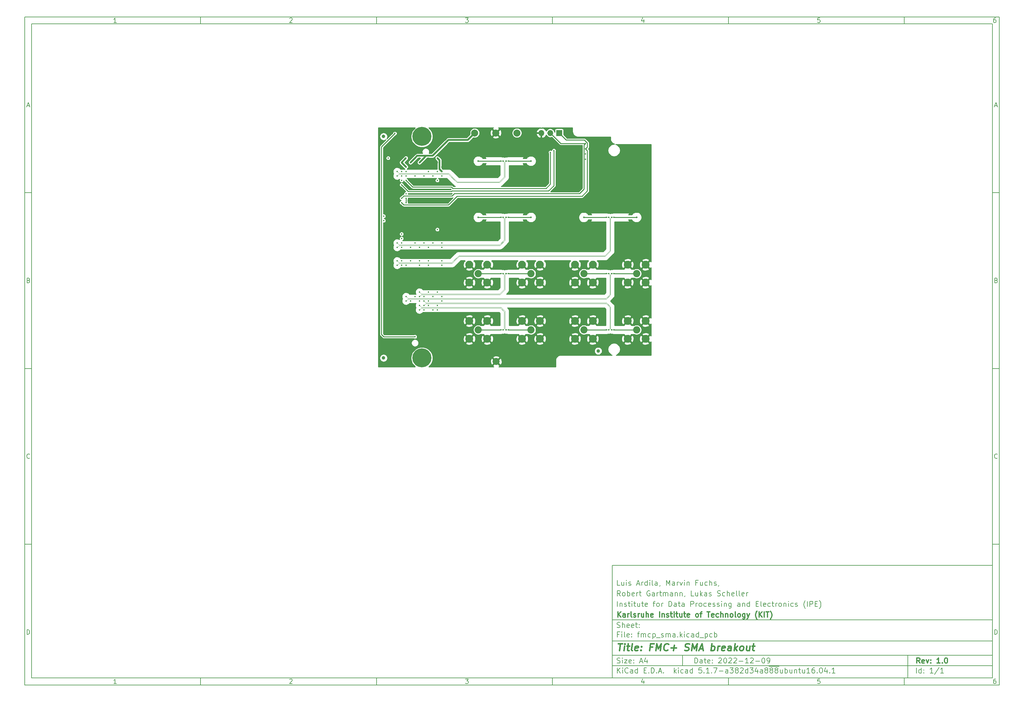
<source format=gbr>
%TF.GenerationSoftware,KiCad,Pcbnew,5.1.7-a382d34a8~88~ubuntu16.04.1*%
%TF.CreationDate,2022-12-09T17:32:20+01:00*%
%TF.ProjectId,fmcp_sma,666d6370-5f73-46d6-912e-6b696361645f,1.0*%
%TF.SameCoordinates,Original*%
%TF.FileFunction,Copper,L1,Top*%
%TF.FilePolarity,Positive*%
%FSLAX46Y46*%
G04 Gerber Fmt 4.6, Leading zero omitted, Abs format (unit mm)*
G04 Created by KiCad (PCBNEW 5.1.7-a382d34a8~88~ubuntu16.04.1) date 2022-12-09 17:32:20*
%MOMM*%
%LPD*%
G01*
G04 APERTURE LIST*
%ADD10C,0.050000*%
%ADD11C,0.150000*%
%ADD12C,0.300000*%
%ADD13C,0.400000*%
%TA.AperFunction,ComponentPad*%
%ADD14C,2.000000*%
%TD*%
%TA.AperFunction,ComponentPad*%
%ADD15O,1.700000X1.700000*%
%TD*%
%TA.AperFunction,ComponentPad*%
%ADD16R,1.700000X1.700000*%
%TD*%
%TA.AperFunction,ComponentPad*%
%ADD17C,1.550000*%
%TD*%
%TA.AperFunction,SMDPad,CuDef*%
%ADD18C,0.050000*%
%TD*%
%TA.AperFunction,SMDPad,CuDef*%
%ADD19C,0.510000*%
%TD*%
%TA.AperFunction,ComponentPad*%
%ADD20C,2.250000*%
%TD*%
%TA.AperFunction,ComponentPad*%
%ADD21C,2.050000*%
%TD*%
%TA.AperFunction,SMDPad,CuDef*%
%ADD22C,1.000000*%
%TD*%
%TA.AperFunction,ComponentPad*%
%ADD23C,5.400000*%
%TD*%
%TA.AperFunction,ViaPad*%
%ADD24C,0.440000*%
%TD*%
%TA.AperFunction,Conductor*%
%ADD25C,0.500000*%
%TD*%
%TA.AperFunction,Conductor*%
%ADD26C,0.245000*%
%TD*%
%TA.AperFunction,Conductor*%
%ADD27C,0.120000*%
%TD*%
%TA.AperFunction,Conductor*%
%ADD28C,0.254000*%
%TD*%
%TA.AperFunction,Conductor*%
%ADD29C,0.050000*%
%TD*%
G04 APERTURE END LIST*
D10*
D11*
X177002200Y-166007200D02*
X177002200Y-198007200D01*
X285002200Y-198007200D01*
X285002200Y-166007200D01*
X177002200Y-166007200D01*
D10*
D11*
X10000000Y-10000000D02*
X10000000Y-200007200D01*
X287002200Y-200007200D01*
X287002200Y-10000000D01*
X10000000Y-10000000D01*
D10*
D11*
X12000000Y-12000000D02*
X12000000Y-198007200D01*
X285002200Y-198007200D01*
X285002200Y-12000000D01*
X12000000Y-12000000D01*
D10*
D11*
X60000000Y-12000000D02*
X60000000Y-10000000D01*
D10*
D11*
X110000000Y-12000000D02*
X110000000Y-10000000D01*
D10*
D11*
X160000000Y-12000000D02*
X160000000Y-10000000D01*
D10*
D11*
X210000000Y-12000000D02*
X210000000Y-10000000D01*
D10*
D11*
X260000000Y-12000000D02*
X260000000Y-10000000D01*
D10*
D11*
X36065476Y-11588095D02*
X35322619Y-11588095D01*
X35694047Y-11588095D02*
X35694047Y-10288095D01*
X35570238Y-10473809D01*
X35446428Y-10597619D01*
X35322619Y-10659523D01*
D10*
D11*
X85322619Y-10411904D02*
X85384523Y-10350000D01*
X85508333Y-10288095D01*
X85817857Y-10288095D01*
X85941666Y-10350000D01*
X86003571Y-10411904D01*
X86065476Y-10535714D01*
X86065476Y-10659523D01*
X86003571Y-10845238D01*
X85260714Y-11588095D01*
X86065476Y-11588095D01*
D10*
D11*
X135260714Y-10288095D02*
X136065476Y-10288095D01*
X135632142Y-10783333D01*
X135817857Y-10783333D01*
X135941666Y-10845238D01*
X136003571Y-10907142D01*
X136065476Y-11030952D01*
X136065476Y-11340476D01*
X136003571Y-11464285D01*
X135941666Y-11526190D01*
X135817857Y-11588095D01*
X135446428Y-11588095D01*
X135322619Y-11526190D01*
X135260714Y-11464285D01*
D10*
D11*
X185941666Y-10721428D02*
X185941666Y-11588095D01*
X185632142Y-10226190D02*
X185322619Y-11154761D01*
X186127380Y-11154761D01*
D10*
D11*
X236003571Y-10288095D02*
X235384523Y-10288095D01*
X235322619Y-10907142D01*
X235384523Y-10845238D01*
X235508333Y-10783333D01*
X235817857Y-10783333D01*
X235941666Y-10845238D01*
X236003571Y-10907142D01*
X236065476Y-11030952D01*
X236065476Y-11340476D01*
X236003571Y-11464285D01*
X235941666Y-11526190D01*
X235817857Y-11588095D01*
X235508333Y-11588095D01*
X235384523Y-11526190D01*
X235322619Y-11464285D01*
D10*
D11*
X285941666Y-10288095D02*
X285694047Y-10288095D01*
X285570238Y-10350000D01*
X285508333Y-10411904D01*
X285384523Y-10597619D01*
X285322619Y-10845238D01*
X285322619Y-11340476D01*
X285384523Y-11464285D01*
X285446428Y-11526190D01*
X285570238Y-11588095D01*
X285817857Y-11588095D01*
X285941666Y-11526190D01*
X286003571Y-11464285D01*
X286065476Y-11340476D01*
X286065476Y-11030952D01*
X286003571Y-10907142D01*
X285941666Y-10845238D01*
X285817857Y-10783333D01*
X285570238Y-10783333D01*
X285446428Y-10845238D01*
X285384523Y-10907142D01*
X285322619Y-11030952D01*
D10*
D11*
X60000000Y-198007200D02*
X60000000Y-200007200D01*
D10*
D11*
X110000000Y-198007200D02*
X110000000Y-200007200D01*
D10*
D11*
X160000000Y-198007200D02*
X160000000Y-200007200D01*
D10*
D11*
X210000000Y-198007200D02*
X210000000Y-200007200D01*
D10*
D11*
X260000000Y-198007200D02*
X260000000Y-200007200D01*
D10*
D11*
X36065476Y-199595295D02*
X35322619Y-199595295D01*
X35694047Y-199595295D02*
X35694047Y-198295295D01*
X35570238Y-198481009D01*
X35446428Y-198604819D01*
X35322619Y-198666723D01*
D10*
D11*
X85322619Y-198419104D02*
X85384523Y-198357200D01*
X85508333Y-198295295D01*
X85817857Y-198295295D01*
X85941666Y-198357200D01*
X86003571Y-198419104D01*
X86065476Y-198542914D01*
X86065476Y-198666723D01*
X86003571Y-198852438D01*
X85260714Y-199595295D01*
X86065476Y-199595295D01*
D10*
D11*
X135260714Y-198295295D02*
X136065476Y-198295295D01*
X135632142Y-198790533D01*
X135817857Y-198790533D01*
X135941666Y-198852438D01*
X136003571Y-198914342D01*
X136065476Y-199038152D01*
X136065476Y-199347676D01*
X136003571Y-199471485D01*
X135941666Y-199533390D01*
X135817857Y-199595295D01*
X135446428Y-199595295D01*
X135322619Y-199533390D01*
X135260714Y-199471485D01*
D10*
D11*
X185941666Y-198728628D02*
X185941666Y-199595295D01*
X185632142Y-198233390D02*
X185322619Y-199161961D01*
X186127380Y-199161961D01*
D10*
D11*
X236003571Y-198295295D02*
X235384523Y-198295295D01*
X235322619Y-198914342D01*
X235384523Y-198852438D01*
X235508333Y-198790533D01*
X235817857Y-198790533D01*
X235941666Y-198852438D01*
X236003571Y-198914342D01*
X236065476Y-199038152D01*
X236065476Y-199347676D01*
X236003571Y-199471485D01*
X235941666Y-199533390D01*
X235817857Y-199595295D01*
X235508333Y-199595295D01*
X235384523Y-199533390D01*
X235322619Y-199471485D01*
D10*
D11*
X285941666Y-198295295D02*
X285694047Y-198295295D01*
X285570238Y-198357200D01*
X285508333Y-198419104D01*
X285384523Y-198604819D01*
X285322619Y-198852438D01*
X285322619Y-199347676D01*
X285384523Y-199471485D01*
X285446428Y-199533390D01*
X285570238Y-199595295D01*
X285817857Y-199595295D01*
X285941666Y-199533390D01*
X286003571Y-199471485D01*
X286065476Y-199347676D01*
X286065476Y-199038152D01*
X286003571Y-198914342D01*
X285941666Y-198852438D01*
X285817857Y-198790533D01*
X285570238Y-198790533D01*
X285446428Y-198852438D01*
X285384523Y-198914342D01*
X285322619Y-199038152D01*
D10*
D11*
X10000000Y-60000000D02*
X12000000Y-60000000D01*
D10*
D11*
X10000000Y-110000000D02*
X12000000Y-110000000D01*
D10*
D11*
X10000000Y-160000000D02*
X12000000Y-160000000D01*
D10*
D11*
X10690476Y-35216666D02*
X11309523Y-35216666D01*
X10566666Y-35588095D02*
X11000000Y-34288095D01*
X11433333Y-35588095D01*
D10*
D11*
X11092857Y-84907142D02*
X11278571Y-84969047D01*
X11340476Y-85030952D01*
X11402380Y-85154761D01*
X11402380Y-85340476D01*
X11340476Y-85464285D01*
X11278571Y-85526190D01*
X11154761Y-85588095D01*
X10659523Y-85588095D01*
X10659523Y-84288095D01*
X11092857Y-84288095D01*
X11216666Y-84350000D01*
X11278571Y-84411904D01*
X11340476Y-84535714D01*
X11340476Y-84659523D01*
X11278571Y-84783333D01*
X11216666Y-84845238D01*
X11092857Y-84907142D01*
X10659523Y-84907142D01*
D10*
D11*
X11402380Y-135464285D02*
X11340476Y-135526190D01*
X11154761Y-135588095D01*
X11030952Y-135588095D01*
X10845238Y-135526190D01*
X10721428Y-135402380D01*
X10659523Y-135278571D01*
X10597619Y-135030952D01*
X10597619Y-134845238D01*
X10659523Y-134597619D01*
X10721428Y-134473809D01*
X10845238Y-134350000D01*
X11030952Y-134288095D01*
X11154761Y-134288095D01*
X11340476Y-134350000D01*
X11402380Y-134411904D01*
D10*
D11*
X10659523Y-185588095D02*
X10659523Y-184288095D01*
X10969047Y-184288095D01*
X11154761Y-184350000D01*
X11278571Y-184473809D01*
X11340476Y-184597619D01*
X11402380Y-184845238D01*
X11402380Y-185030952D01*
X11340476Y-185278571D01*
X11278571Y-185402380D01*
X11154761Y-185526190D01*
X10969047Y-185588095D01*
X10659523Y-185588095D01*
D10*
D11*
X287002200Y-60000000D02*
X285002200Y-60000000D01*
D10*
D11*
X287002200Y-110000000D02*
X285002200Y-110000000D01*
D10*
D11*
X287002200Y-160000000D02*
X285002200Y-160000000D01*
D10*
D11*
X285692676Y-35216666D02*
X286311723Y-35216666D01*
X285568866Y-35588095D02*
X286002200Y-34288095D01*
X286435533Y-35588095D01*
D10*
D11*
X286095057Y-84907142D02*
X286280771Y-84969047D01*
X286342676Y-85030952D01*
X286404580Y-85154761D01*
X286404580Y-85340476D01*
X286342676Y-85464285D01*
X286280771Y-85526190D01*
X286156961Y-85588095D01*
X285661723Y-85588095D01*
X285661723Y-84288095D01*
X286095057Y-84288095D01*
X286218866Y-84350000D01*
X286280771Y-84411904D01*
X286342676Y-84535714D01*
X286342676Y-84659523D01*
X286280771Y-84783333D01*
X286218866Y-84845238D01*
X286095057Y-84907142D01*
X285661723Y-84907142D01*
D10*
D11*
X286404580Y-135464285D02*
X286342676Y-135526190D01*
X286156961Y-135588095D01*
X286033152Y-135588095D01*
X285847438Y-135526190D01*
X285723628Y-135402380D01*
X285661723Y-135278571D01*
X285599819Y-135030952D01*
X285599819Y-134845238D01*
X285661723Y-134597619D01*
X285723628Y-134473809D01*
X285847438Y-134350000D01*
X286033152Y-134288095D01*
X286156961Y-134288095D01*
X286342676Y-134350000D01*
X286404580Y-134411904D01*
D10*
D11*
X285661723Y-185588095D02*
X285661723Y-184288095D01*
X285971247Y-184288095D01*
X286156961Y-184350000D01*
X286280771Y-184473809D01*
X286342676Y-184597619D01*
X286404580Y-184845238D01*
X286404580Y-185030952D01*
X286342676Y-185278571D01*
X286280771Y-185402380D01*
X286156961Y-185526190D01*
X285971247Y-185588095D01*
X285661723Y-185588095D01*
D10*
D11*
X200434342Y-193785771D02*
X200434342Y-192285771D01*
X200791485Y-192285771D01*
X201005771Y-192357200D01*
X201148628Y-192500057D01*
X201220057Y-192642914D01*
X201291485Y-192928628D01*
X201291485Y-193142914D01*
X201220057Y-193428628D01*
X201148628Y-193571485D01*
X201005771Y-193714342D01*
X200791485Y-193785771D01*
X200434342Y-193785771D01*
X202577200Y-193785771D02*
X202577200Y-193000057D01*
X202505771Y-192857200D01*
X202362914Y-192785771D01*
X202077200Y-192785771D01*
X201934342Y-192857200D01*
X202577200Y-193714342D02*
X202434342Y-193785771D01*
X202077200Y-193785771D01*
X201934342Y-193714342D01*
X201862914Y-193571485D01*
X201862914Y-193428628D01*
X201934342Y-193285771D01*
X202077200Y-193214342D01*
X202434342Y-193214342D01*
X202577200Y-193142914D01*
X203077200Y-192785771D02*
X203648628Y-192785771D01*
X203291485Y-192285771D02*
X203291485Y-193571485D01*
X203362914Y-193714342D01*
X203505771Y-193785771D01*
X203648628Y-193785771D01*
X204720057Y-193714342D02*
X204577200Y-193785771D01*
X204291485Y-193785771D01*
X204148628Y-193714342D01*
X204077200Y-193571485D01*
X204077200Y-193000057D01*
X204148628Y-192857200D01*
X204291485Y-192785771D01*
X204577200Y-192785771D01*
X204720057Y-192857200D01*
X204791485Y-193000057D01*
X204791485Y-193142914D01*
X204077200Y-193285771D01*
X205434342Y-193642914D02*
X205505771Y-193714342D01*
X205434342Y-193785771D01*
X205362914Y-193714342D01*
X205434342Y-193642914D01*
X205434342Y-193785771D01*
X205434342Y-192857200D02*
X205505771Y-192928628D01*
X205434342Y-193000057D01*
X205362914Y-192928628D01*
X205434342Y-192857200D01*
X205434342Y-193000057D01*
X207220057Y-192428628D02*
X207291485Y-192357200D01*
X207434342Y-192285771D01*
X207791485Y-192285771D01*
X207934342Y-192357200D01*
X208005771Y-192428628D01*
X208077200Y-192571485D01*
X208077200Y-192714342D01*
X208005771Y-192928628D01*
X207148628Y-193785771D01*
X208077200Y-193785771D01*
X209005771Y-192285771D02*
X209148628Y-192285771D01*
X209291485Y-192357200D01*
X209362914Y-192428628D01*
X209434342Y-192571485D01*
X209505771Y-192857200D01*
X209505771Y-193214342D01*
X209434342Y-193500057D01*
X209362914Y-193642914D01*
X209291485Y-193714342D01*
X209148628Y-193785771D01*
X209005771Y-193785771D01*
X208862914Y-193714342D01*
X208791485Y-193642914D01*
X208720057Y-193500057D01*
X208648628Y-193214342D01*
X208648628Y-192857200D01*
X208720057Y-192571485D01*
X208791485Y-192428628D01*
X208862914Y-192357200D01*
X209005771Y-192285771D01*
X210077200Y-192428628D02*
X210148628Y-192357200D01*
X210291485Y-192285771D01*
X210648628Y-192285771D01*
X210791485Y-192357200D01*
X210862914Y-192428628D01*
X210934342Y-192571485D01*
X210934342Y-192714342D01*
X210862914Y-192928628D01*
X210005771Y-193785771D01*
X210934342Y-193785771D01*
X211505771Y-192428628D02*
X211577200Y-192357200D01*
X211720057Y-192285771D01*
X212077200Y-192285771D01*
X212220057Y-192357200D01*
X212291485Y-192428628D01*
X212362914Y-192571485D01*
X212362914Y-192714342D01*
X212291485Y-192928628D01*
X211434342Y-193785771D01*
X212362914Y-193785771D01*
X213005771Y-193214342D02*
X214148628Y-193214342D01*
X215648628Y-193785771D02*
X214791485Y-193785771D01*
X215220057Y-193785771D02*
X215220057Y-192285771D01*
X215077200Y-192500057D01*
X214934342Y-192642914D01*
X214791485Y-192714342D01*
X216220057Y-192428628D02*
X216291485Y-192357200D01*
X216434342Y-192285771D01*
X216791485Y-192285771D01*
X216934342Y-192357200D01*
X217005771Y-192428628D01*
X217077200Y-192571485D01*
X217077200Y-192714342D01*
X217005771Y-192928628D01*
X216148628Y-193785771D01*
X217077200Y-193785771D01*
X217720057Y-193214342D02*
X218862914Y-193214342D01*
X219862914Y-192285771D02*
X220005771Y-192285771D01*
X220148628Y-192357200D01*
X220220057Y-192428628D01*
X220291485Y-192571485D01*
X220362914Y-192857200D01*
X220362914Y-193214342D01*
X220291485Y-193500057D01*
X220220057Y-193642914D01*
X220148628Y-193714342D01*
X220005771Y-193785771D01*
X219862914Y-193785771D01*
X219720057Y-193714342D01*
X219648628Y-193642914D01*
X219577200Y-193500057D01*
X219505771Y-193214342D01*
X219505771Y-192857200D01*
X219577200Y-192571485D01*
X219648628Y-192428628D01*
X219720057Y-192357200D01*
X219862914Y-192285771D01*
X221077200Y-193785771D02*
X221362914Y-193785771D01*
X221505771Y-193714342D01*
X221577200Y-193642914D01*
X221720057Y-193428628D01*
X221791485Y-193142914D01*
X221791485Y-192571485D01*
X221720057Y-192428628D01*
X221648628Y-192357200D01*
X221505771Y-192285771D01*
X221220057Y-192285771D01*
X221077200Y-192357200D01*
X221005771Y-192428628D01*
X220934342Y-192571485D01*
X220934342Y-192928628D01*
X221005771Y-193071485D01*
X221077200Y-193142914D01*
X221220057Y-193214342D01*
X221505771Y-193214342D01*
X221648628Y-193142914D01*
X221720057Y-193071485D01*
X221791485Y-192928628D01*
D10*
D11*
X177002200Y-194507200D02*
X285002200Y-194507200D01*
D10*
D11*
X178434342Y-196585771D02*
X178434342Y-195085771D01*
X179291485Y-196585771D02*
X178648628Y-195728628D01*
X179291485Y-195085771D02*
X178434342Y-195942914D01*
X179934342Y-196585771D02*
X179934342Y-195585771D01*
X179934342Y-195085771D02*
X179862914Y-195157200D01*
X179934342Y-195228628D01*
X180005771Y-195157200D01*
X179934342Y-195085771D01*
X179934342Y-195228628D01*
X181505771Y-196442914D02*
X181434342Y-196514342D01*
X181220057Y-196585771D01*
X181077200Y-196585771D01*
X180862914Y-196514342D01*
X180720057Y-196371485D01*
X180648628Y-196228628D01*
X180577200Y-195942914D01*
X180577200Y-195728628D01*
X180648628Y-195442914D01*
X180720057Y-195300057D01*
X180862914Y-195157200D01*
X181077200Y-195085771D01*
X181220057Y-195085771D01*
X181434342Y-195157200D01*
X181505771Y-195228628D01*
X182791485Y-196585771D02*
X182791485Y-195800057D01*
X182720057Y-195657200D01*
X182577200Y-195585771D01*
X182291485Y-195585771D01*
X182148628Y-195657200D01*
X182791485Y-196514342D02*
X182648628Y-196585771D01*
X182291485Y-196585771D01*
X182148628Y-196514342D01*
X182077200Y-196371485D01*
X182077200Y-196228628D01*
X182148628Y-196085771D01*
X182291485Y-196014342D01*
X182648628Y-196014342D01*
X182791485Y-195942914D01*
X184148628Y-196585771D02*
X184148628Y-195085771D01*
X184148628Y-196514342D02*
X184005771Y-196585771D01*
X183720057Y-196585771D01*
X183577200Y-196514342D01*
X183505771Y-196442914D01*
X183434342Y-196300057D01*
X183434342Y-195871485D01*
X183505771Y-195728628D01*
X183577200Y-195657200D01*
X183720057Y-195585771D01*
X184005771Y-195585771D01*
X184148628Y-195657200D01*
X186005771Y-195800057D02*
X186505771Y-195800057D01*
X186720057Y-196585771D02*
X186005771Y-196585771D01*
X186005771Y-195085771D01*
X186720057Y-195085771D01*
X187362914Y-196442914D02*
X187434342Y-196514342D01*
X187362914Y-196585771D01*
X187291485Y-196514342D01*
X187362914Y-196442914D01*
X187362914Y-196585771D01*
X188077200Y-196585771D02*
X188077200Y-195085771D01*
X188434342Y-195085771D01*
X188648628Y-195157200D01*
X188791485Y-195300057D01*
X188862914Y-195442914D01*
X188934342Y-195728628D01*
X188934342Y-195942914D01*
X188862914Y-196228628D01*
X188791485Y-196371485D01*
X188648628Y-196514342D01*
X188434342Y-196585771D01*
X188077200Y-196585771D01*
X189577200Y-196442914D02*
X189648628Y-196514342D01*
X189577200Y-196585771D01*
X189505771Y-196514342D01*
X189577200Y-196442914D01*
X189577200Y-196585771D01*
X190220057Y-196157200D02*
X190934342Y-196157200D01*
X190077200Y-196585771D02*
X190577200Y-195085771D01*
X191077200Y-196585771D01*
X191577200Y-196442914D02*
X191648628Y-196514342D01*
X191577200Y-196585771D01*
X191505771Y-196514342D01*
X191577200Y-196442914D01*
X191577200Y-196585771D01*
X194577200Y-196585771D02*
X194577200Y-195085771D01*
X194720057Y-196014342D02*
X195148628Y-196585771D01*
X195148628Y-195585771D02*
X194577200Y-196157200D01*
X195791485Y-196585771D02*
X195791485Y-195585771D01*
X195791485Y-195085771D02*
X195720057Y-195157200D01*
X195791485Y-195228628D01*
X195862914Y-195157200D01*
X195791485Y-195085771D01*
X195791485Y-195228628D01*
X197148628Y-196514342D02*
X197005771Y-196585771D01*
X196720057Y-196585771D01*
X196577200Y-196514342D01*
X196505771Y-196442914D01*
X196434342Y-196300057D01*
X196434342Y-195871485D01*
X196505771Y-195728628D01*
X196577200Y-195657200D01*
X196720057Y-195585771D01*
X197005771Y-195585771D01*
X197148628Y-195657200D01*
X198434342Y-196585771D02*
X198434342Y-195800057D01*
X198362914Y-195657200D01*
X198220057Y-195585771D01*
X197934342Y-195585771D01*
X197791485Y-195657200D01*
X198434342Y-196514342D02*
X198291485Y-196585771D01*
X197934342Y-196585771D01*
X197791485Y-196514342D01*
X197720057Y-196371485D01*
X197720057Y-196228628D01*
X197791485Y-196085771D01*
X197934342Y-196014342D01*
X198291485Y-196014342D01*
X198434342Y-195942914D01*
X199791485Y-196585771D02*
X199791485Y-195085771D01*
X199791485Y-196514342D02*
X199648628Y-196585771D01*
X199362914Y-196585771D01*
X199220057Y-196514342D01*
X199148628Y-196442914D01*
X199077200Y-196300057D01*
X199077200Y-195871485D01*
X199148628Y-195728628D01*
X199220057Y-195657200D01*
X199362914Y-195585771D01*
X199648628Y-195585771D01*
X199791485Y-195657200D01*
X202362914Y-195085771D02*
X201648628Y-195085771D01*
X201577200Y-195800057D01*
X201648628Y-195728628D01*
X201791485Y-195657200D01*
X202148628Y-195657200D01*
X202291485Y-195728628D01*
X202362914Y-195800057D01*
X202434342Y-195942914D01*
X202434342Y-196300057D01*
X202362914Y-196442914D01*
X202291485Y-196514342D01*
X202148628Y-196585771D01*
X201791485Y-196585771D01*
X201648628Y-196514342D01*
X201577200Y-196442914D01*
X203077200Y-196442914D02*
X203148628Y-196514342D01*
X203077200Y-196585771D01*
X203005771Y-196514342D01*
X203077200Y-196442914D01*
X203077200Y-196585771D01*
X204577200Y-196585771D02*
X203720057Y-196585771D01*
X204148628Y-196585771D02*
X204148628Y-195085771D01*
X204005771Y-195300057D01*
X203862914Y-195442914D01*
X203720057Y-195514342D01*
X205220057Y-196442914D02*
X205291485Y-196514342D01*
X205220057Y-196585771D01*
X205148628Y-196514342D01*
X205220057Y-196442914D01*
X205220057Y-196585771D01*
X205791485Y-195085771D02*
X206791485Y-195085771D01*
X206148628Y-196585771D01*
X207362914Y-196014342D02*
X208505771Y-196014342D01*
X209862914Y-196585771D02*
X209862914Y-195800057D01*
X209791485Y-195657200D01*
X209648628Y-195585771D01*
X209362914Y-195585771D01*
X209220057Y-195657200D01*
X209862914Y-196514342D02*
X209720057Y-196585771D01*
X209362914Y-196585771D01*
X209220057Y-196514342D01*
X209148628Y-196371485D01*
X209148628Y-196228628D01*
X209220057Y-196085771D01*
X209362914Y-196014342D01*
X209720057Y-196014342D01*
X209862914Y-195942914D01*
X210434342Y-195085771D02*
X211362914Y-195085771D01*
X210862914Y-195657200D01*
X211077200Y-195657200D01*
X211220057Y-195728628D01*
X211291485Y-195800057D01*
X211362914Y-195942914D01*
X211362914Y-196300057D01*
X211291485Y-196442914D01*
X211220057Y-196514342D01*
X211077200Y-196585771D01*
X210648628Y-196585771D01*
X210505771Y-196514342D01*
X210434342Y-196442914D01*
X212220057Y-195728628D02*
X212077200Y-195657200D01*
X212005771Y-195585771D01*
X211934342Y-195442914D01*
X211934342Y-195371485D01*
X212005771Y-195228628D01*
X212077200Y-195157200D01*
X212220057Y-195085771D01*
X212505771Y-195085771D01*
X212648628Y-195157200D01*
X212720057Y-195228628D01*
X212791485Y-195371485D01*
X212791485Y-195442914D01*
X212720057Y-195585771D01*
X212648628Y-195657200D01*
X212505771Y-195728628D01*
X212220057Y-195728628D01*
X212077200Y-195800057D01*
X212005771Y-195871485D01*
X211934342Y-196014342D01*
X211934342Y-196300057D01*
X212005771Y-196442914D01*
X212077200Y-196514342D01*
X212220057Y-196585771D01*
X212505771Y-196585771D01*
X212648628Y-196514342D01*
X212720057Y-196442914D01*
X212791485Y-196300057D01*
X212791485Y-196014342D01*
X212720057Y-195871485D01*
X212648628Y-195800057D01*
X212505771Y-195728628D01*
X213362914Y-195228628D02*
X213434342Y-195157200D01*
X213577200Y-195085771D01*
X213934342Y-195085771D01*
X214077200Y-195157200D01*
X214148628Y-195228628D01*
X214220057Y-195371485D01*
X214220057Y-195514342D01*
X214148628Y-195728628D01*
X213291485Y-196585771D01*
X214220057Y-196585771D01*
X215505771Y-196585771D02*
X215505771Y-195085771D01*
X215505771Y-196514342D02*
X215362914Y-196585771D01*
X215077200Y-196585771D01*
X214934342Y-196514342D01*
X214862914Y-196442914D01*
X214791485Y-196300057D01*
X214791485Y-195871485D01*
X214862914Y-195728628D01*
X214934342Y-195657200D01*
X215077200Y-195585771D01*
X215362914Y-195585771D01*
X215505771Y-195657200D01*
X216077200Y-195085771D02*
X217005771Y-195085771D01*
X216505771Y-195657200D01*
X216720057Y-195657200D01*
X216862914Y-195728628D01*
X216934342Y-195800057D01*
X217005771Y-195942914D01*
X217005771Y-196300057D01*
X216934342Y-196442914D01*
X216862914Y-196514342D01*
X216720057Y-196585771D01*
X216291485Y-196585771D01*
X216148628Y-196514342D01*
X216077200Y-196442914D01*
X218291485Y-195585771D02*
X218291485Y-196585771D01*
X217934342Y-195014342D02*
X217577200Y-196085771D01*
X218505771Y-196085771D01*
X219720057Y-196585771D02*
X219720057Y-195800057D01*
X219648628Y-195657200D01*
X219505771Y-195585771D01*
X219220057Y-195585771D01*
X219077200Y-195657200D01*
X219720057Y-196514342D02*
X219577200Y-196585771D01*
X219220057Y-196585771D01*
X219077200Y-196514342D01*
X219005771Y-196371485D01*
X219005771Y-196228628D01*
X219077200Y-196085771D01*
X219220057Y-196014342D01*
X219577200Y-196014342D01*
X219720057Y-195942914D01*
X220648628Y-195728628D02*
X220505771Y-195657200D01*
X220434342Y-195585771D01*
X220362914Y-195442914D01*
X220362914Y-195371485D01*
X220434342Y-195228628D01*
X220505771Y-195157200D01*
X220648628Y-195085771D01*
X220934342Y-195085771D01*
X221077200Y-195157200D01*
X221148628Y-195228628D01*
X221220057Y-195371485D01*
X221220057Y-195442914D01*
X221148628Y-195585771D01*
X221077200Y-195657200D01*
X220934342Y-195728628D01*
X220648628Y-195728628D01*
X220505771Y-195800057D01*
X220434342Y-195871485D01*
X220362914Y-196014342D01*
X220362914Y-196300057D01*
X220434342Y-196442914D01*
X220505771Y-196514342D01*
X220648628Y-196585771D01*
X220934342Y-196585771D01*
X221077200Y-196514342D01*
X221148628Y-196442914D01*
X221220057Y-196300057D01*
X221220057Y-196014342D01*
X221148628Y-195871485D01*
X221077200Y-195800057D01*
X220934342Y-195728628D01*
X221505771Y-194677200D02*
X222934342Y-194677200D01*
X222077200Y-195728628D02*
X221934342Y-195657200D01*
X221862914Y-195585771D01*
X221791485Y-195442914D01*
X221791485Y-195371485D01*
X221862914Y-195228628D01*
X221934342Y-195157200D01*
X222077200Y-195085771D01*
X222362914Y-195085771D01*
X222505771Y-195157200D01*
X222577200Y-195228628D01*
X222648628Y-195371485D01*
X222648628Y-195442914D01*
X222577200Y-195585771D01*
X222505771Y-195657200D01*
X222362914Y-195728628D01*
X222077200Y-195728628D01*
X221934342Y-195800057D01*
X221862914Y-195871485D01*
X221791485Y-196014342D01*
X221791485Y-196300057D01*
X221862914Y-196442914D01*
X221934342Y-196514342D01*
X222077200Y-196585771D01*
X222362914Y-196585771D01*
X222505771Y-196514342D01*
X222577200Y-196442914D01*
X222648628Y-196300057D01*
X222648628Y-196014342D01*
X222577200Y-195871485D01*
X222505771Y-195800057D01*
X222362914Y-195728628D01*
X222934342Y-194677200D02*
X224362914Y-194677200D01*
X223505771Y-195728628D02*
X223362914Y-195657200D01*
X223291485Y-195585771D01*
X223220057Y-195442914D01*
X223220057Y-195371485D01*
X223291485Y-195228628D01*
X223362914Y-195157200D01*
X223505771Y-195085771D01*
X223791485Y-195085771D01*
X223934342Y-195157200D01*
X224005771Y-195228628D01*
X224077199Y-195371485D01*
X224077199Y-195442914D01*
X224005771Y-195585771D01*
X223934342Y-195657200D01*
X223791485Y-195728628D01*
X223505771Y-195728628D01*
X223362914Y-195800057D01*
X223291485Y-195871485D01*
X223220057Y-196014342D01*
X223220057Y-196300057D01*
X223291485Y-196442914D01*
X223362914Y-196514342D01*
X223505771Y-196585771D01*
X223791485Y-196585771D01*
X223934342Y-196514342D01*
X224005771Y-196442914D01*
X224077199Y-196300057D01*
X224077199Y-196014342D01*
X224005771Y-195871485D01*
X223934342Y-195800057D01*
X223791485Y-195728628D01*
X225362914Y-195585771D02*
X225362914Y-196585771D01*
X224720057Y-195585771D02*
X224720057Y-196371485D01*
X224791485Y-196514342D01*
X224934342Y-196585771D01*
X225148628Y-196585771D01*
X225291485Y-196514342D01*
X225362914Y-196442914D01*
X226077199Y-196585771D02*
X226077199Y-195085771D01*
X226077199Y-195657200D02*
X226220057Y-195585771D01*
X226505771Y-195585771D01*
X226648628Y-195657200D01*
X226720057Y-195728628D01*
X226791485Y-195871485D01*
X226791485Y-196300057D01*
X226720057Y-196442914D01*
X226648628Y-196514342D01*
X226505771Y-196585771D01*
X226220057Y-196585771D01*
X226077199Y-196514342D01*
X228077199Y-195585771D02*
X228077199Y-196585771D01*
X227434342Y-195585771D02*
X227434342Y-196371485D01*
X227505771Y-196514342D01*
X227648628Y-196585771D01*
X227862914Y-196585771D01*
X228005771Y-196514342D01*
X228077199Y-196442914D01*
X228791485Y-195585771D02*
X228791485Y-196585771D01*
X228791485Y-195728628D02*
X228862914Y-195657200D01*
X229005771Y-195585771D01*
X229220057Y-195585771D01*
X229362914Y-195657200D01*
X229434342Y-195800057D01*
X229434342Y-196585771D01*
X229934342Y-195585771D02*
X230505771Y-195585771D01*
X230148628Y-195085771D02*
X230148628Y-196371485D01*
X230220057Y-196514342D01*
X230362914Y-196585771D01*
X230505771Y-196585771D01*
X231648628Y-195585771D02*
X231648628Y-196585771D01*
X231005771Y-195585771D02*
X231005771Y-196371485D01*
X231077199Y-196514342D01*
X231220057Y-196585771D01*
X231434342Y-196585771D01*
X231577199Y-196514342D01*
X231648628Y-196442914D01*
X233148628Y-196585771D02*
X232291485Y-196585771D01*
X232720057Y-196585771D02*
X232720057Y-195085771D01*
X232577200Y-195300057D01*
X232434342Y-195442914D01*
X232291485Y-195514342D01*
X234434342Y-195085771D02*
X234148628Y-195085771D01*
X234005771Y-195157200D01*
X233934342Y-195228628D01*
X233791485Y-195442914D01*
X233720057Y-195728628D01*
X233720057Y-196300057D01*
X233791485Y-196442914D01*
X233862914Y-196514342D01*
X234005771Y-196585771D01*
X234291485Y-196585771D01*
X234434342Y-196514342D01*
X234505771Y-196442914D01*
X234577199Y-196300057D01*
X234577199Y-195942914D01*
X234505771Y-195800057D01*
X234434342Y-195728628D01*
X234291485Y-195657200D01*
X234005771Y-195657200D01*
X233862914Y-195728628D01*
X233791485Y-195800057D01*
X233720057Y-195942914D01*
X235220057Y-196442914D02*
X235291485Y-196514342D01*
X235220057Y-196585771D01*
X235148628Y-196514342D01*
X235220057Y-196442914D01*
X235220057Y-196585771D01*
X236220057Y-195085771D02*
X236362914Y-195085771D01*
X236505771Y-195157200D01*
X236577199Y-195228628D01*
X236648628Y-195371485D01*
X236720057Y-195657200D01*
X236720057Y-196014342D01*
X236648628Y-196300057D01*
X236577199Y-196442914D01*
X236505771Y-196514342D01*
X236362914Y-196585771D01*
X236220057Y-196585771D01*
X236077199Y-196514342D01*
X236005771Y-196442914D01*
X235934342Y-196300057D01*
X235862914Y-196014342D01*
X235862914Y-195657200D01*
X235934342Y-195371485D01*
X236005771Y-195228628D01*
X236077199Y-195157200D01*
X236220057Y-195085771D01*
X238005771Y-195585771D02*
X238005771Y-196585771D01*
X237648628Y-195014342D02*
X237291485Y-196085771D01*
X238220057Y-196085771D01*
X238791485Y-196442914D02*
X238862914Y-196514342D01*
X238791485Y-196585771D01*
X238720057Y-196514342D01*
X238791485Y-196442914D01*
X238791485Y-196585771D01*
X240291485Y-196585771D02*
X239434342Y-196585771D01*
X239862914Y-196585771D02*
X239862914Y-195085771D01*
X239720057Y-195300057D01*
X239577199Y-195442914D01*
X239434342Y-195514342D01*
D10*
D11*
X177002200Y-191507200D02*
X285002200Y-191507200D01*
D10*
D12*
X264411485Y-193785771D02*
X263911485Y-193071485D01*
X263554342Y-193785771D02*
X263554342Y-192285771D01*
X264125771Y-192285771D01*
X264268628Y-192357200D01*
X264340057Y-192428628D01*
X264411485Y-192571485D01*
X264411485Y-192785771D01*
X264340057Y-192928628D01*
X264268628Y-193000057D01*
X264125771Y-193071485D01*
X263554342Y-193071485D01*
X265625771Y-193714342D02*
X265482914Y-193785771D01*
X265197200Y-193785771D01*
X265054342Y-193714342D01*
X264982914Y-193571485D01*
X264982914Y-193000057D01*
X265054342Y-192857200D01*
X265197200Y-192785771D01*
X265482914Y-192785771D01*
X265625771Y-192857200D01*
X265697200Y-193000057D01*
X265697200Y-193142914D01*
X264982914Y-193285771D01*
X266197200Y-192785771D02*
X266554342Y-193785771D01*
X266911485Y-192785771D01*
X267482914Y-193642914D02*
X267554342Y-193714342D01*
X267482914Y-193785771D01*
X267411485Y-193714342D01*
X267482914Y-193642914D01*
X267482914Y-193785771D01*
X267482914Y-192857200D02*
X267554342Y-192928628D01*
X267482914Y-193000057D01*
X267411485Y-192928628D01*
X267482914Y-192857200D01*
X267482914Y-193000057D01*
X270125771Y-193785771D02*
X269268628Y-193785771D01*
X269697200Y-193785771D02*
X269697200Y-192285771D01*
X269554342Y-192500057D01*
X269411485Y-192642914D01*
X269268628Y-192714342D01*
X270768628Y-193642914D02*
X270840057Y-193714342D01*
X270768628Y-193785771D01*
X270697200Y-193714342D01*
X270768628Y-193642914D01*
X270768628Y-193785771D01*
X271768628Y-192285771D02*
X271911485Y-192285771D01*
X272054342Y-192357200D01*
X272125771Y-192428628D01*
X272197200Y-192571485D01*
X272268628Y-192857200D01*
X272268628Y-193214342D01*
X272197200Y-193500057D01*
X272125771Y-193642914D01*
X272054342Y-193714342D01*
X271911485Y-193785771D01*
X271768628Y-193785771D01*
X271625771Y-193714342D01*
X271554342Y-193642914D01*
X271482914Y-193500057D01*
X271411485Y-193214342D01*
X271411485Y-192857200D01*
X271482914Y-192571485D01*
X271554342Y-192428628D01*
X271625771Y-192357200D01*
X271768628Y-192285771D01*
D10*
D11*
X178362914Y-193714342D02*
X178577200Y-193785771D01*
X178934342Y-193785771D01*
X179077200Y-193714342D01*
X179148628Y-193642914D01*
X179220057Y-193500057D01*
X179220057Y-193357200D01*
X179148628Y-193214342D01*
X179077200Y-193142914D01*
X178934342Y-193071485D01*
X178648628Y-193000057D01*
X178505771Y-192928628D01*
X178434342Y-192857200D01*
X178362914Y-192714342D01*
X178362914Y-192571485D01*
X178434342Y-192428628D01*
X178505771Y-192357200D01*
X178648628Y-192285771D01*
X179005771Y-192285771D01*
X179220057Y-192357200D01*
X179862914Y-193785771D02*
X179862914Y-192785771D01*
X179862914Y-192285771D02*
X179791485Y-192357200D01*
X179862914Y-192428628D01*
X179934342Y-192357200D01*
X179862914Y-192285771D01*
X179862914Y-192428628D01*
X180434342Y-192785771D02*
X181220057Y-192785771D01*
X180434342Y-193785771D01*
X181220057Y-193785771D01*
X182362914Y-193714342D02*
X182220057Y-193785771D01*
X181934342Y-193785771D01*
X181791485Y-193714342D01*
X181720057Y-193571485D01*
X181720057Y-193000057D01*
X181791485Y-192857200D01*
X181934342Y-192785771D01*
X182220057Y-192785771D01*
X182362914Y-192857200D01*
X182434342Y-193000057D01*
X182434342Y-193142914D01*
X181720057Y-193285771D01*
X183077200Y-193642914D02*
X183148628Y-193714342D01*
X183077200Y-193785771D01*
X183005771Y-193714342D01*
X183077200Y-193642914D01*
X183077200Y-193785771D01*
X183077200Y-192857200D02*
X183148628Y-192928628D01*
X183077200Y-193000057D01*
X183005771Y-192928628D01*
X183077200Y-192857200D01*
X183077200Y-193000057D01*
X184862914Y-193357200D02*
X185577200Y-193357200D01*
X184720057Y-193785771D02*
X185220057Y-192285771D01*
X185720057Y-193785771D01*
X186862914Y-192785771D02*
X186862914Y-193785771D01*
X186505771Y-192214342D02*
X186148628Y-193285771D01*
X187077200Y-193285771D01*
D10*
D11*
X263434342Y-196585771D02*
X263434342Y-195085771D01*
X264791485Y-196585771D02*
X264791485Y-195085771D01*
X264791485Y-196514342D02*
X264648628Y-196585771D01*
X264362914Y-196585771D01*
X264220057Y-196514342D01*
X264148628Y-196442914D01*
X264077200Y-196300057D01*
X264077200Y-195871485D01*
X264148628Y-195728628D01*
X264220057Y-195657200D01*
X264362914Y-195585771D01*
X264648628Y-195585771D01*
X264791485Y-195657200D01*
X265505771Y-196442914D02*
X265577200Y-196514342D01*
X265505771Y-196585771D01*
X265434342Y-196514342D01*
X265505771Y-196442914D01*
X265505771Y-196585771D01*
X265505771Y-195657200D02*
X265577200Y-195728628D01*
X265505771Y-195800057D01*
X265434342Y-195728628D01*
X265505771Y-195657200D01*
X265505771Y-195800057D01*
X268148628Y-196585771D02*
X267291485Y-196585771D01*
X267720057Y-196585771D02*
X267720057Y-195085771D01*
X267577200Y-195300057D01*
X267434342Y-195442914D01*
X267291485Y-195514342D01*
X269862914Y-195014342D02*
X268577200Y-196942914D01*
X271148628Y-196585771D02*
X270291485Y-196585771D01*
X270720057Y-196585771D02*
X270720057Y-195085771D01*
X270577200Y-195300057D01*
X270434342Y-195442914D01*
X270291485Y-195514342D01*
D10*
D11*
X177002200Y-187507200D02*
X285002200Y-187507200D01*
D10*
D13*
X178714580Y-188211961D02*
X179857438Y-188211961D01*
X179036009Y-190211961D02*
X179286009Y-188211961D01*
X180274104Y-190211961D02*
X180440771Y-188878628D01*
X180524104Y-188211961D02*
X180416961Y-188307200D01*
X180500295Y-188402438D01*
X180607438Y-188307200D01*
X180524104Y-188211961D01*
X180500295Y-188402438D01*
X181107438Y-188878628D02*
X181869342Y-188878628D01*
X181476485Y-188211961D02*
X181262200Y-189926247D01*
X181333628Y-190116723D01*
X181512200Y-190211961D01*
X181702676Y-190211961D01*
X182655057Y-190211961D02*
X182476485Y-190116723D01*
X182405057Y-189926247D01*
X182619342Y-188211961D01*
X184190771Y-190116723D02*
X183988390Y-190211961D01*
X183607438Y-190211961D01*
X183428866Y-190116723D01*
X183357438Y-189926247D01*
X183452676Y-189164342D01*
X183571723Y-188973866D01*
X183774104Y-188878628D01*
X184155057Y-188878628D01*
X184333628Y-188973866D01*
X184405057Y-189164342D01*
X184381247Y-189354819D01*
X183405057Y-189545295D01*
X185155057Y-190021485D02*
X185238390Y-190116723D01*
X185131247Y-190211961D01*
X185047914Y-190116723D01*
X185155057Y-190021485D01*
X185131247Y-190211961D01*
X185286009Y-188973866D02*
X185369342Y-189069104D01*
X185262200Y-189164342D01*
X185178866Y-189069104D01*
X185286009Y-188973866D01*
X185262200Y-189164342D01*
X188405057Y-189164342D02*
X187738390Y-189164342D01*
X187607438Y-190211961D02*
X187857438Y-188211961D01*
X188809819Y-188211961D01*
X189321723Y-190211961D02*
X189571723Y-188211961D01*
X190059819Y-189640533D01*
X190905057Y-188211961D01*
X190655057Y-190211961D01*
X192774104Y-190021485D02*
X192666961Y-190116723D01*
X192369342Y-190211961D01*
X192178866Y-190211961D01*
X191905057Y-190116723D01*
X191738390Y-189926247D01*
X191666961Y-189735771D01*
X191619342Y-189354819D01*
X191655057Y-189069104D01*
X191797914Y-188688152D01*
X191916961Y-188497676D01*
X192131247Y-188307200D01*
X192428866Y-188211961D01*
X192619342Y-188211961D01*
X192893152Y-188307200D01*
X192976485Y-188402438D01*
X193702676Y-189450057D02*
X195226485Y-189450057D01*
X194369342Y-190211961D02*
X194559819Y-188688152D01*
X197524104Y-190116723D02*
X197797914Y-190211961D01*
X198274104Y-190211961D01*
X198476485Y-190116723D01*
X198583628Y-190021485D01*
X198702676Y-189831009D01*
X198726485Y-189640533D01*
X198655057Y-189450057D01*
X198571723Y-189354819D01*
X198393152Y-189259580D01*
X198024104Y-189164342D01*
X197845533Y-189069104D01*
X197762200Y-188973866D01*
X197690771Y-188783390D01*
X197714580Y-188592914D01*
X197833628Y-188402438D01*
X197940771Y-188307200D01*
X198143152Y-188211961D01*
X198619342Y-188211961D01*
X198893152Y-188307200D01*
X199512200Y-190211961D02*
X199762200Y-188211961D01*
X200250295Y-189640533D01*
X201095533Y-188211961D01*
X200845533Y-190211961D01*
X201774104Y-189640533D02*
X202726485Y-189640533D01*
X201512200Y-190211961D02*
X202428866Y-188211961D01*
X202845533Y-190211961D01*
X205036009Y-190211961D02*
X205286009Y-188211961D01*
X205190771Y-188973866D02*
X205393152Y-188878628D01*
X205774104Y-188878628D01*
X205952676Y-188973866D01*
X206036009Y-189069104D01*
X206107438Y-189259580D01*
X206036009Y-189831009D01*
X205916961Y-190021485D01*
X205809819Y-190116723D01*
X205607438Y-190211961D01*
X205226485Y-190211961D01*
X205047914Y-190116723D01*
X206845533Y-190211961D02*
X207012200Y-188878628D01*
X206964580Y-189259580D02*
X207083628Y-189069104D01*
X207190771Y-188973866D01*
X207393152Y-188878628D01*
X207583628Y-188878628D01*
X208857438Y-190116723D02*
X208655057Y-190211961D01*
X208274104Y-190211961D01*
X208095533Y-190116723D01*
X208024104Y-189926247D01*
X208119342Y-189164342D01*
X208238390Y-188973866D01*
X208440771Y-188878628D01*
X208821723Y-188878628D01*
X209000295Y-188973866D01*
X209071723Y-189164342D01*
X209047914Y-189354819D01*
X208071723Y-189545295D01*
X210655057Y-190211961D02*
X210786009Y-189164342D01*
X210714580Y-188973866D01*
X210536009Y-188878628D01*
X210155057Y-188878628D01*
X209952676Y-188973866D01*
X210666961Y-190116723D02*
X210464580Y-190211961D01*
X209988390Y-190211961D01*
X209809819Y-190116723D01*
X209738390Y-189926247D01*
X209762200Y-189735771D01*
X209881247Y-189545295D01*
X210083628Y-189450057D01*
X210559819Y-189450057D01*
X210762200Y-189354819D01*
X211607438Y-190211961D02*
X211857438Y-188211961D01*
X211893152Y-189450057D02*
X212369342Y-190211961D01*
X212536009Y-188878628D02*
X211678866Y-189640533D01*
X213512200Y-190211961D02*
X213333628Y-190116723D01*
X213250295Y-190021485D01*
X213178866Y-189831009D01*
X213250295Y-189259580D01*
X213369342Y-189069104D01*
X213476485Y-188973866D01*
X213678866Y-188878628D01*
X213964580Y-188878628D01*
X214143152Y-188973866D01*
X214226485Y-189069104D01*
X214297914Y-189259580D01*
X214226485Y-189831009D01*
X214107438Y-190021485D01*
X214000295Y-190116723D01*
X213797914Y-190211961D01*
X213512200Y-190211961D01*
X216059819Y-188878628D02*
X215893152Y-190211961D01*
X215202676Y-188878628D02*
X215071723Y-189926247D01*
X215143152Y-190116723D01*
X215321723Y-190211961D01*
X215607438Y-190211961D01*
X215809819Y-190116723D01*
X215916961Y-190021485D01*
X216726485Y-188878628D02*
X217488390Y-188878628D01*
X217095533Y-188211961D02*
X216881247Y-189926247D01*
X216952676Y-190116723D01*
X217131247Y-190211961D01*
X217321723Y-190211961D01*
D10*
D11*
X178934342Y-185600057D02*
X178434342Y-185600057D01*
X178434342Y-186385771D02*
X178434342Y-184885771D01*
X179148628Y-184885771D01*
X179720057Y-186385771D02*
X179720057Y-185385771D01*
X179720057Y-184885771D02*
X179648628Y-184957200D01*
X179720057Y-185028628D01*
X179791485Y-184957200D01*
X179720057Y-184885771D01*
X179720057Y-185028628D01*
X180648628Y-186385771D02*
X180505771Y-186314342D01*
X180434342Y-186171485D01*
X180434342Y-184885771D01*
X181791485Y-186314342D02*
X181648628Y-186385771D01*
X181362914Y-186385771D01*
X181220057Y-186314342D01*
X181148628Y-186171485D01*
X181148628Y-185600057D01*
X181220057Y-185457200D01*
X181362914Y-185385771D01*
X181648628Y-185385771D01*
X181791485Y-185457200D01*
X181862914Y-185600057D01*
X181862914Y-185742914D01*
X181148628Y-185885771D01*
X182505771Y-186242914D02*
X182577200Y-186314342D01*
X182505771Y-186385771D01*
X182434342Y-186314342D01*
X182505771Y-186242914D01*
X182505771Y-186385771D01*
X182505771Y-185457200D02*
X182577200Y-185528628D01*
X182505771Y-185600057D01*
X182434342Y-185528628D01*
X182505771Y-185457200D01*
X182505771Y-185600057D01*
X184148628Y-185385771D02*
X184720057Y-185385771D01*
X184362914Y-186385771D02*
X184362914Y-185100057D01*
X184434342Y-184957200D01*
X184577200Y-184885771D01*
X184720057Y-184885771D01*
X185220057Y-186385771D02*
X185220057Y-185385771D01*
X185220057Y-185528628D02*
X185291485Y-185457200D01*
X185434342Y-185385771D01*
X185648628Y-185385771D01*
X185791485Y-185457200D01*
X185862914Y-185600057D01*
X185862914Y-186385771D01*
X185862914Y-185600057D02*
X185934342Y-185457200D01*
X186077200Y-185385771D01*
X186291485Y-185385771D01*
X186434342Y-185457200D01*
X186505771Y-185600057D01*
X186505771Y-186385771D01*
X187862914Y-186314342D02*
X187720057Y-186385771D01*
X187434342Y-186385771D01*
X187291485Y-186314342D01*
X187220057Y-186242914D01*
X187148628Y-186100057D01*
X187148628Y-185671485D01*
X187220057Y-185528628D01*
X187291485Y-185457200D01*
X187434342Y-185385771D01*
X187720057Y-185385771D01*
X187862914Y-185457200D01*
X188505771Y-185385771D02*
X188505771Y-186885771D01*
X188505771Y-185457200D02*
X188648628Y-185385771D01*
X188934342Y-185385771D01*
X189077200Y-185457200D01*
X189148628Y-185528628D01*
X189220057Y-185671485D01*
X189220057Y-186100057D01*
X189148628Y-186242914D01*
X189077200Y-186314342D01*
X188934342Y-186385771D01*
X188648628Y-186385771D01*
X188505771Y-186314342D01*
X189505771Y-186528628D02*
X190648628Y-186528628D01*
X190934342Y-186314342D02*
X191077200Y-186385771D01*
X191362914Y-186385771D01*
X191505771Y-186314342D01*
X191577200Y-186171485D01*
X191577200Y-186100057D01*
X191505771Y-185957200D01*
X191362914Y-185885771D01*
X191148628Y-185885771D01*
X191005771Y-185814342D01*
X190934342Y-185671485D01*
X190934342Y-185600057D01*
X191005771Y-185457200D01*
X191148628Y-185385771D01*
X191362914Y-185385771D01*
X191505771Y-185457200D01*
X192220057Y-186385771D02*
X192220057Y-185385771D01*
X192220057Y-185528628D02*
X192291485Y-185457200D01*
X192434342Y-185385771D01*
X192648628Y-185385771D01*
X192791485Y-185457200D01*
X192862914Y-185600057D01*
X192862914Y-186385771D01*
X192862914Y-185600057D02*
X192934342Y-185457200D01*
X193077200Y-185385771D01*
X193291485Y-185385771D01*
X193434342Y-185457200D01*
X193505771Y-185600057D01*
X193505771Y-186385771D01*
X194862914Y-186385771D02*
X194862914Y-185600057D01*
X194791485Y-185457200D01*
X194648628Y-185385771D01*
X194362914Y-185385771D01*
X194220057Y-185457200D01*
X194862914Y-186314342D02*
X194720057Y-186385771D01*
X194362914Y-186385771D01*
X194220057Y-186314342D01*
X194148628Y-186171485D01*
X194148628Y-186028628D01*
X194220057Y-185885771D01*
X194362914Y-185814342D01*
X194720057Y-185814342D01*
X194862914Y-185742914D01*
X195577200Y-186242914D02*
X195648628Y-186314342D01*
X195577200Y-186385771D01*
X195505771Y-186314342D01*
X195577200Y-186242914D01*
X195577200Y-186385771D01*
X196291485Y-186385771D02*
X196291485Y-184885771D01*
X196434342Y-185814342D02*
X196862914Y-186385771D01*
X196862914Y-185385771D02*
X196291485Y-185957200D01*
X197505771Y-186385771D02*
X197505771Y-185385771D01*
X197505771Y-184885771D02*
X197434342Y-184957200D01*
X197505771Y-185028628D01*
X197577200Y-184957200D01*
X197505771Y-184885771D01*
X197505771Y-185028628D01*
X198862914Y-186314342D02*
X198720057Y-186385771D01*
X198434342Y-186385771D01*
X198291485Y-186314342D01*
X198220057Y-186242914D01*
X198148628Y-186100057D01*
X198148628Y-185671485D01*
X198220057Y-185528628D01*
X198291485Y-185457200D01*
X198434342Y-185385771D01*
X198720057Y-185385771D01*
X198862914Y-185457200D01*
X200148628Y-186385771D02*
X200148628Y-185600057D01*
X200077200Y-185457200D01*
X199934342Y-185385771D01*
X199648628Y-185385771D01*
X199505771Y-185457200D01*
X200148628Y-186314342D02*
X200005771Y-186385771D01*
X199648628Y-186385771D01*
X199505771Y-186314342D01*
X199434342Y-186171485D01*
X199434342Y-186028628D01*
X199505771Y-185885771D01*
X199648628Y-185814342D01*
X200005771Y-185814342D01*
X200148628Y-185742914D01*
X201505771Y-186385771D02*
X201505771Y-184885771D01*
X201505771Y-186314342D02*
X201362914Y-186385771D01*
X201077200Y-186385771D01*
X200934342Y-186314342D01*
X200862914Y-186242914D01*
X200791485Y-186100057D01*
X200791485Y-185671485D01*
X200862914Y-185528628D01*
X200934342Y-185457200D01*
X201077200Y-185385771D01*
X201362914Y-185385771D01*
X201505771Y-185457200D01*
X201862914Y-186528628D02*
X203005771Y-186528628D01*
X203362914Y-185385771D02*
X203362914Y-186885771D01*
X203362914Y-185457200D02*
X203505771Y-185385771D01*
X203791485Y-185385771D01*
X203934342Y-185457200D01*
X204005771Y-185528628D01*
X204077200Y-185671485D01*
X204077200Y-186100057D01*
X204005771Y-186242914D01*
X203934342Y-186314342D01*
X203791485Y-186385771D01*
X203505771Y-186385771D01*
X203362914Y-186314342D01*
X205362914Y-186314342D02*
X205220057Y-186385771D01*
X204934342Y-186385771D01*
X204791485Y-186314342D01*
X204720057Y-186242914D01*
X204648628Y-186100057D01*
X204648628Y-185671485D01*
X204720057Y-185528628D01*
X204791485Y-185457200D01*
X204934342Y-185385771D01*
X205220057Y-185385771D01*
X205362914Y-185457200D01*
X206005771Y-186385771D02*
X206005771Y-184885771D01*
X206005771Y-185457200D02*
X206148628Y-185385771D01*
X206434342Y-185385771D01*
X206577200Y-185457200D01*
X206648628Y-185528628D01*
X206720057Y-185671485D01*
X206720057Y-186100057D01*
X206648628Y-186242914D01*
X206577200Y-186314342D01*
X206434342Y-186385771D01*
X206148628Y-186385771D01*
X206005771Y-186314342D01*
D10*
D11*
X177002200Y-181507200D02*
X285002200Y-181507200D01*
D10*
D11*
X178362914Y-183614342D02*
X178577200Y-183685771D01*
X178934342Y-183685771D01*
X179077200Y-183614342D01*
X179148628Y-183542914D01*
X179220057Y-183400057D01*
X179220057Y-183257200D01*
X179148628Y-183114342D01*
X179077200Y-183042914D01*
X178934342Y-182971485D01*
X178648628Y-182900057D01*
X178505771Y-182828628D01*
X178434342Y-182757200D01*
X178362914Y-182614342D01*
X178362914Y-182471485D01*
X178434342Y-182328628D01*
X178505771Y-182257200D01*
X178648628Y-182185771D01*
X179005771Y-182185771D01*
X179220057Y-182257200D01*
X179862914Y-183685771D02*
X179862914Y-182185771D01*
X180505771Y-183685771D02*
X180505771Y-182900057D01*
X180434342Y-182757200D01*
X180291485Y-182685771D01*
X180077200Y-182685771D01*
X179934342Y-182757200D01*
X179862914Y-182828628D01*
X181791485Y-183614342D02*
X181648628Y-183685771D01*
X181362914Y-183685771D01*
X181220057Y-183614342D01*
X181148628Y-183471485D01*
X181148628Y-182900057D01*
X181220057Y-182757200D01*
X181362914Y-182685771D01*
X181648628Y-182685771D01*
X181791485Y-182757200D01*
X181862914Y-182900057D01*
X181862914Y-183042914D01*
X181148628Y-183185771D01*
X183077200Y-183614342D02*
X182934342Y-183685771D01*
X182648628Y-183685771D01*
X182505771Y-183614342D01*
X182434342Y-183471485D01*
X182434342Y-182900057D01*
X182505771Y-182757200D01*
X182648628Y-182685771D01*
X182934342Y-182685771D01*
X183077200Y-182757200D01*
X183148628Y-182900057D01*
X183148628Y-183042914D01*
X182434342Y-183185771D01*
X183577200Y-182685771D02*
X184148628Y-182685771D01*
X183791485Y-182185771D02*
X183791485Y-183471485D01*
X183862914Y-183614342D01*
X184005771Y-183685771D01*
X184148628Y-183685771D01*
X184648628Y-183542914D02*
X184720057Y-183614342D01*
X184648628Y-183685771D01*
X184577200Y-183614342D01*
X184648628Y-183542914D01*
X184648628Y-183685771D01*
X184648628Y-182757200D02*
X184720057Y-182828628D01*
X184648628Y-182900057D01*
X184577200Y-182828628D01*
X184648628Y-182757200D01*
X184648628Y-182900057D01*
D10*
D12*
X178554342Y-180685771D02*
X178554342Y-179185771D01*
X179411485Y-180685771D02*
X178768628Y-179828628D01*
X179411485Y-179185771D02*
X178554342Y-180042914D01*
X180697200Y-180685771D02*
X180697200Y-179900057D01*
X180625771Y-179757200D01*
X180482914Y-179685771D01*
X180197200Y-179685771D01*
X180054342Y-179757200D01*
X180697200Y-180614342D02*
X180554342Y-180685771D01*
X180197200Y-180685771D01*
X180054342Y-180614342D01*
X179982914Y-180471485D01*
X179982914Y-180328628D01*
X180054342Y-180185771D01*
X180197200Y-180114342D01*
X180554342Y-180114342D01*
X180697200Y-180042914D01*
X181411485Y-180685771D02*
X181411485Y-179685771D01*
X181411485Y-179971485D02*
X181482914Y-179828628D01*
X181554342Y-179757200D01*
X181697200Y-179685771D01*
X181840057Y-179685771D01*
X182554342Y-180685771D02*
X182411485Y-180614342D01*
X182340057Y-180471485D01*
X182340057Y-179185771D01*
X183054342Y-180614342D02*
X183197200Y-180685771D01*
X183482914Y-180685771D01*
X183625771Y-180614342D01*
X183697200Y-180471485D01*
X183697200Y-180400057D01*
X183625771Y-180257200D01*
X183482914Y-180185771D01*
X183268628Y-180185771D01*
X183125771Y-180114342D01*
X183054342Y-179971485D01*
X183054342Y-179900057D01*
X183125771Y-179757200D01*
X183268628Y-179685771D01*
X183482914Y-179685771D01*
X183625771Y-179757200D01*
X184340057Y-180685771D02*
X184340057Y-179685771D01*
X184340057Y-179971485D02*
X184411485Y-179828628D01*
X184482914Y-179757200D01*
X184625771Y-179685771D01*
X184768628Y-179685771D01*
X185911485Y-179685771D02*
X185911485Y-180685771D01*
X185268628Y-179685771D02*
X185268628Y-180471485D01*
X185340057Y-180614342D01*
X185482914Y-180685771D01*
X185697200Y-180685771D01*
X185840057Y-180614342D01*
X185911485Y-180542914D01*
X186625771Y-180685771D02*
X186625771Y-179185771D01*
X187268628Y-180685771D02*
X187268628Y-179900057D01*
X187197200Y-179757200D01*
X187054342Y-179685771D01*
X186840057Y-179685771D01*
X186697200Y-179757200D01*
X186625771Y-179828628D01*
X188554342Y-180614342D02*
X188411485Y-180685771D01*
X188125771Y-180685771D01*
X187982914Y-180614342D01*
X187911485Y-180471485D01*
X187911485Y-179900057D01*
X187982914Y-179757200D01*
X188125771Y-179685771D01*
X188411485Y-179685771D01*
X188554342Y-179757200D01*
X188625771Y-179900057D01*
X188625771Y-180042914D01*
X187911485Y-180185771D01*
X190411485Y-180685771D02*
X190411485Y-179185771D01*
X191125771Y-179685771D02*
X191125771Y-180685771D01*
X191125771Y-179828628D02*
X191197200Y-179757200D01*
X191340057Y-179685771D01*
X191554342Y-179685771D01*
X191697200Y-179757200D01*
X191768628Y-179900057D01*
X191768628Y-180685771D01*
X192411485Y-180614342D02*
X192554342Y-180685771D01*
X192840057Y-180685771D01*
X192982914Y-180614342D01*
X193054342Y-180471485D01*
X193054342Y-180400057D01*
X192982914Y-180257200D01*
X192840057Y-180185771D01*
X192625771Y-180185771D01*
X192482914Y-180114342D01*
X192411485Y-179971485D01*
X192411485Y-179900057D01*
X192482914Y-179757200D01*
X192625771Y-179685771D01*
X192840057Y-179685771D01*
X192982914Y-179757200D01*
X193482914Y-179685771D02*
X194054342Y-179685771D01*
X193697200Y-179185771D02*
X193697200Y-180471485D01*
X193768628Y-180614342D01*
X193911485Y-180685771D01*
X194054342Y-180685771D01*
X194554342Y-180685771D02*
X194554342Y-179685771D01*
X194554342Y-179185771D02*
X194482914Y-179257200D01*
X194554342Y-179328628D01*
X194625771Y-179257200D01*
X194554342Y-179185771D01*
X194554342Y-179328628D01*
X195054342Y-179685771D02*
X195625771Y-179685771D01*
X195268628Y-179185771D02*
X195268628Y-180471485D01*
X195340057Y-180614342D01*
X195482914Y-180685771D01*
X195625771Y-180685771D01*
X196768628Y-179685771D02*
X196768628Y-180685771D01*
X196125771Y-179685771D02*
X196125771Y-180471485D01*
X196197200Y-180614342D01*
X196340057Y-180685771D01*
X196554342Y-180685771D01*
X196697200Y-180614342D01*
X196768628Y-180542914D01*
X197268628Y-179685771D02*
X197840057Y-179685771D01*
X197482914Y-179185771D02*
X197482914Y-180471485D01*
X197554342Y-180614342D01*
X197697200Y-180685771D01*
X197840057Y-180685771D01*
X198911485Y-180614342D02*
X198768628Y-180685771D01*
X198482914Y-180685771D01*
X198340057Y-180614342D01*
X198268628Y-180471485D01*
X198268628Y-179900057D01*
X198340057Y-179757200D01*
X198482914Y-179685771D01*
X198768628Y-179685771D01*
X198911485Y-179757200D01*
X198982914Y-179900057D01*
X198982914Y-180042914D01*
X198268628Y-180185771D01*
X200982914Y-180685771D02*
X200840057Y-180614342D01*
X200768628Y-180542914D01*
X200697200Y-180400057D01*
X200697200Y-179971485D01*
X200768628Y-179828628D01*
X200840057Y-179757200D01*
X200982914Y-179685771D01*
X201197200Y-179685771D01*
X201340057Y-179757200D01*
X201411485Y-179828628D01*
X201482914Y-179971485D01*
X201482914Y-180400057D01*
X201411485Y-180542914D01*
X201340057Y-180614342D01*
X201197200Y-180685771D01*
X200982914Y-180685771D01*
X201911485Y-179685771D02*
X202482914Y-179685771D01*
X202125771Y-180685771D02*
X202125771Y-179400057D01*
X202197200Y-179257200D01*
X202340057Y-179185771D01*
X202482914Y-179185771D01*
X203911485Y-179185771D02*
X204768628Y-179185771D01*
X204340057Y-180685771D02*
X204340057Y-179185771D01*
X205840057Y-180614342D02*
X205697200Y-180685771D01*
X205411485Y-180685771D01*
X205268628Y-180614342D01*
X205197200Y-180471485D01*
X205197200Y-179900057D01*
X205268628Y-179757200D01*
X205411485Y-179685771D01*
X205697200Y-179685771D01*
X205840057Y-179757200D01*
X205911485Y-179900057D01*
X205911485Y-180042914D01*
X205197200Y-180185771D01*
X207197200Y-180614342D02*
X207054342Y-180685771D01*
X206768628Y-180685771D01*
X206625771Y-180614342D01*
X206554342Y-180542914D01*
X206482914Y-180400057D01*
X206482914Y-179971485D01*
X206554342Y-179828628D01*
X206625771Y-179757200D01*
X206768628Y-179685771D01*
X207054342Y-179685771D01*
X207197200Y-179757200D01*
X207840057Y-180685771D02*
X207840057Y-179185771D01*
X208482914Y-180685771D02*
X208482914Y-179900057D01*
X208411485Y-179757200D01*
X208268628Y-179685771D01*
X208054342Y-179685771D01*
X207911485Y-179757200D01*
X207840057Y-179828628D01*
X209197200Y-179685771D02*
X209197200Y-180685771D01*
X209197200Y-179828628D02*
X209268628Y-179757200D01*
X209411485Y-179685771D01*
X209625771Y-179685771D01*
X209768628Y-179757200D01*
X209840057Y-179900057D01*
X209840057Y-180685771D01*
X210768628Y-180685771D02*
X210625771Y-180614342D01*
X210554342Y-180542914D01*
X210482914Y-180400057D01*
X210482914Y-179971485D01*
X210554342Y-179828628D01*
X210625771Y-179757200D01*
X210768628Y-179685771D01*
X210982914Y-179685771D01*
X211125771Y-179757200D01*
X211197200Y-179828628D01*
X211268628Y-179971485D01*
X211268628Y-180400057D01*
X211197200Y-180542914D01*
X211125771Y-180614342D01*
X210982914Y-180685771D01*
X210768628Y-180685771D01*
X212125771Y-180685771D02*
X211982914Y-180614342D01*
X211911485Y-180471485D01*
X211911485Y-179185771D01*
X212911485Y-180685771D02*
X212768628Y-180614342D01*
X212697200Y-180542914D01*
X212625771Y-180400057D01*
X212625771Y-179971485D01*
X212697200Y-179828628D01*
X212768628Y-179757200D01*
X212911485Y-179685771D01*
X213125771Y-179685771D01*
X213268628Y-179757200D01*
X213340057Y-179828628D01*
X213411485Y-179971485D01*
X213411485Y-180400057D01*
X213340057Y-180542914D01*
X213268628Y-180614342D01*
X213125771Y-180685771D01*
X212911485Y-180685771D01*
X214697200Y-179685771D02*
X214697200Y-180900057D01*
X214625771Y-181042914D01*
X214554342Y-181114342D01*
X214411485Y-181185771D01*
X214197200Y-181185771D01*
X214054342Y-181114342D01*
X214697200Y-180614342D02*
X214554342Y-180685771D01*
X214268628Y-180685771D01*
X214125771Y-180614342D01*
X214054342Y-180542914D01*
X213982914Y-180400057D01*
X213982914Y-179971485D01*
X214054342Y-179828628D01*
X214125771Y-179757200D01*
X214268628Y-179685771D01*
X214554342Y-179685771D01*
X214697200Y-179757200D01*
X215268628Y-179685771D02*
X215625771Y-180685771D01*
X215982914Y-179685771D02*
X215625771Y-180685771D01*
X215482914Y-181042914D01*
X215411485Y-181114342D01*
X215268628Y-181185771D01*
X218125771Y-181257200D02*
X218054342Y-181185771D01*
X217911485Y-180971485D01*
X217840057Y-180828628D01*
X217768628Y-180614342D01*
X217697200Y-180257200D01*
X217697200Y-179971485D01*
X217768628Y-179614342D01*
X217840057Y-179400057D01*
X217911485Y-179257200D01*
X218054342Y-179042914D01*
X218125771Y-178971485D01*
X218697200Y-180685771D02*
X218697200Y-179185771D01*
X219554342Y-180685771D02*
X218911485Y-179828628D01*
X219554342Y-179185771D02*
X218697200Y-180042914D01*
X220197200Y-180685771D02*
X220197200Y-179185771D01*
X220697200Y-179185771D02*
X221554342Y-179185771D01*
X221125771Y-180685771D02*
X221125771Y-179185771D01*
X221911485Y-181257200D02*
X221982914Y-181185771D01*
X222125771Y-180971485D01*
X222197200Y-180828628D01*
X222268628Y-180614342D01*
X222340057Y-180257200D01*
X222340057Y-179971485D01*
X222268628Y-179614342D01*
X222197200Y-179400057D01*
X222125771Y-179257200D01*
X221982914Y-179042914D01*
X221911485Y-178971485D01*
D10*
D11*
X178434342Y-177685771D02*
X178434342Y-176185771D01*
X179148628Y-176685771D02*
X179148628Y-177685771D01*
X179148628Y-176828628D02*
X179220057Y-176757200D01*
X179362914Y-176685771D01*
X179577200Y-176685771D01*
X179720057Y-176757200D01*
X179791485Y-176900057D01*
X179791485Y-177685771D01*
X180434342Y-177614342D02*
X180577200Y-177685771D01*
X180862914Y-177685771D01*
X181005771Y-177614342D01*
X181077200Y-177471485D01*
X181077200Y-177400057D01*
X181005771Y-177257200D01*
X180862914Y-177185771D01*
X180648628Y-177185771D01*
X180505771Y-177114342D01*
X180434342Y-176971485D01*
X180434342Y-176900057D01*
X180505771Y-176757200D01*
X180648628Y-176685771D01*
X180862914Y-176685771D01*
X181005771Y-176757200D01*
X181505771Y-176685771D02*
X182077200Y-176685771D01*
X181720057Y-176185771D02*
X181720057Y-177471485D01*
X181791485Y-177614342D01*
X181934342Y-177685771D01*
X182077200Y-177685771D01*
X182577200Y-177685771D02*
X182577200Y-176685771D01*
X182577200Y-176185771D02*
X182505771Y-176257200D01*
X182577200Y-176328628D01*
X182648628Y-176257200D01*
X182577200Y-176185771D01*
X182577200Y-176328628D01*
X183077200Y-176685771D02*
X183648628Y-176685771D01*
X183291485Y-176185771D02*
X183291485Y-177471485D01*
X183362914Y-177614342D01*
X183505771Y-177685771D01*
X183648628Y-177685771D01*
X184791485Y-176685771D02*
X184791485Y-177685771D01*
X184148628Y-176685771D02*
X184148628Y-177471485D01*
X184220057Y-177614342D01*
X184362914Y-177685771D01*
X184577200Y-177685771D01*
X184720057Y-177614342D01*
X184791485Y-177542914D01*
X185291485Y-176685771D02*
X185862914Y-176685771D01*
X185505771Y-176185771D02*
X185505771Y-177471485D01*
X185577200Y-177614342D01*
X185720057Y-177685771D01*
X185862914Y-177685771D01*
X186934342Y-177614342D02*
X186791485Y-177685771D01*
X186505771Y-177685771D01*
X186362914Y-177614342D01*
X186291485Y-177471485D01*
X186291485Y-176900057D01*
X186362914Y-176757200D01*
X186505771Y-176685771D01*
X186791485Y-176685771D01*
X186934342Y-176757200D01*
X187005771Y-176900057D01*
X187005771Y-177042914D01*
X186291485Y-177185771D01*
X188577200Y-176685771D02*
X189148628Y-176685771D01*
X188791485Y-177685771D02*
X188791485Y-176400057D01*
X188862914Y-176257200D01*
X189005771Y-176185771D01*
X189148628Y-176185771D01*
X189862914Y-177685771D02*
X189720057Y-177614342D01*
X189648628Y-177542914D01*
X189577200Y-177400057D01*
X189577200Y-176971485D01*
X189648628Y-176828628D01*
X189720057Y-176757200D01*
X189862914Y-176685771D01*
X190077200Y-176685771D01*
X190220057Y-176757200D01*
X190291485Y-176828628D01*
X190362914Y-176971485D01*
X190362914Y-177400057D01*
X190291485Y-177542914D01*
X190220057Y-177614342D01*
X190077200Y-177685771D01*
X189862914Y-177685771D01*
X191005771Y-177685771D02*
X191005771Y-176685771D01*
X191005771Y-176971485D02*
X191077200Y-176828628D01*
X191148628Y-176757200D01*
X191291485Y-176685771D01*
X191434342Y-176685771D01*
X193077200Y-177685771D02*
X193077200Y-176185771D01*
X193434342Y-176185771D01*
X193648628Y-176257200D01*
X193791485Y-176400057D01*
X193862914Y-176542914D01*
X193934342Y-176828628D01*
X193934342Y-177042914D01*
X193862914Y-177328628D01*
X193791485Y-177471485D01*
X193648628Y-177614342D01*
X193434342Y-177685771D01*
X193077200Y-177685771D01*
X195220057Y-177685771D02*
X195220057Y-176900057D01*
X195148628Y-176757200D01*
X195005771Y-176685771D01*
X194720057Y-176685771D01*
X194577200Y-176757200D01*
X195220057Y-177614342D02*
X195077200Y-177685771D01*
X194720057Y-177685771D01*
X194577200Y-177614342D01*
X194505771Y-177471485D01*
X194505771Y-177328628D01*
X194577200Y-177185771D01*
X194720057Y-177114342D01*
X195077200Y-177114342D01*
X195220057Y-177042914D01*
X195720057Y-176685771D02*
X196291485Y-176685771D01*
X195934342Y-176185771D02*
X195934342Y-177471485D01*
X196005771Y-177614342D01*
X196148628Y-177685771D01*
X196291485Y-177685771D01*
X197434342Y-177685771D02*
X197434342Y-176900057D01*
X197362914Y-176757200D01*
X197220057Y-176685771D01*
X196934342Y-176685771D01*
X196791485Y-176757200D01*
X197434342Y-177614342D02*
X197291485Y-177685771D01*
X196934342Y-177685771D01*
X196791485Y-177614342D01*
X196720057Y-177471485D01*
X196720057Y-177328628D01*
X196791485Y-177185771D01*
X196934342Y-177114342D01*
X197291485Y-177114342D01*
X197434342Y-177042914D01*
X199291485Y-177685771D02*
X199291485Y-176185771D01*
X199862914Y-176185771D01*
X200005771Y-176257200D01*
X200077200Y-176328628D01*
X200148628Y-176471485D01*
X200148628Y-176685771D01*
X200077200Y-176828628D01*
X200005771Y-176900057D01*
X199862914Y-176971485D01*
X199291485Y-176971485D01*
X200791485Y-177685771D02*
X200791485Y-176685771D01*
X200791485Y-176971485D02*
X200862914Y-176828628D01*
X200934342Y-176757200D01*
X201077200Y-176685771D01*
X201220057Y-176685771D01*
X201934342Y-177685771D02*
X201791485Y-177614342D01*
X201720057Y-177542914D01*
X201648628Y-177400057D01*
X201648628Y-176971485D01*
X201720057Y-176828628D01*
X201791485Y-176757200D01*
X201934342Y-176685771D01*
X202148628Y-176685771D01*
X202291485Y-176757200D01*
X202362914Y-176828628D01*
X202434342Y-176971485D01*
X202434342Y-177400057D01*
X202362914Y-177542914D01*
X202291485Y-177614342D01*
X202148628Y-177685771D01*
X201934342Y-177685771D01*
X203720057Y-177614342D02*
X203577200Y-177685771D01*
X203291485Y-177685771D01*
X203148628Y-177614342D01*
X203077200Y-177542914D01*
X203005771Y-177400057D01*
X203005771Y-176971485D01*
X203077200Y-176828628D01*
X203148628Y-176757200D01*
X203291485Y-176685771D01*
X203577200Y-176685771D01*
X203720057Y-176757200D01*
X204934342Y-177614342D02*
X204791485Y-177685771D01*
X204505771Y-177685771D01*
X204362914Y-177614342D01*
X204291485Y-177471485D01*
X204291485Y-176900057D01*
X204362914Y-176757200D01*
X204505771Y-176685771D01*
X204791485Y-176685771D01*
X204934342Y-176757200D01*
X205005771Y-176900057D01*
X205005771Y-177042914D01*
X204291485Y-177185771D01*
X205577200Y-177614342D02*
X205720057Y-177685771D01*
X206005771Y-177685771D01*
X206148628Y-177614342D01*
X206220057Y-177471485D01*
X206220057Y-177400057D01*
X206148628Y-177257200D01*
X206005771Y-177185771D01*
X205791485Y-177185771D01*
X205648628Y-177114342D01*
X205577200Y-176971485D01*
X205577200Y-176900057D01*
X205648628Y-176757200D01*
X205791485Y-176685771D01*
X206005771Y-176685771D01*
X206148628Y-176757200D01*
X206791485Y-177614342D02*
X206934342Y-177685771D01*
X207220057Y-177685771D01*
X207362914Y-177614342D01*
X207434342Y-177471485D01*
X207434342Y-177400057D01*
X207362914Y-177257200D01*
X207220057Y-177185771D01*
X207005771Y-177185771D01*
X206862914Y-177114342D01*
X206791485Y-176971485D01*
X206791485Y-176900057D01*
X206862914Y-176757200D01*
X207005771Y-176685771D01*
X207220057Y-176685771D01*
X207362914Y-176757200D01*
X208077200Y-177685771D02*
X208077200Y-176685771D01*
X208077200Y-176185771D02*
X208005771Y-176257200D01*
X208077200Y-176328628D01*
X208148628Y-176257200D01*
X208077200Y-176185771D01*
X208077200Y-176328628D01*
X208791485Y-176685771D02*
X208791485Y-177685771D01*
X208791485Y-176828628D02*
X208862914Y-176757200D01*
X209005771Y-176685771D01*
X209220057Y-176685771D01*
X209362914Y-176757200D01*
X209434342Y-176900057D01*
X209434342Y-177685771D01*
X210791485Y-176685771D02*
X210791485Y-177900057D01*
X210720057Y-178042914D01*
X210648628Y-178114342D01*
X210505771Y-178185771D01*
X210291485Y-178185771D01*
X210148628Y-178114342D01*
X210791485Y-177614342D02*
X210648628Y-177685771D01*
X210362914Y-177685771D01*
X210220057Y-177614342D01*
X210148628Y-177542914D01*
X210077200Y-177400057D01*
X210077200Y-176971485D01*
X210148628Y-176828628D01*
X210220057Y-176757200D01*
X210362914Y-176685771D01*
X210648628Y-176685771D01*
X210791485Y-176757200D01*
X213291485Y-177685771D02*
X213291485Y-176900057D01*
X213220057Y-176757200D01*
X213077200Y-176685771D01*
X212791485Y-176685771D01*
X212648628Y-176757200D01*
X213291485Y-177614342D02*
X213148628Y-177685771D01*
X212791485Y-177685771D01*
X212648628Y-177614342D01*
X212577200Y-177471485D01*
X212577200Y-177328628D01*
X212648628Y-177185771D01*
X212791485Y-177114342D01*
X213148628Y-177114342D01*
X213291485Y-177042914D01*
X214005771Y-176685771D02*
X214005771Y-177685771D01*
X214005771Y-176828628D02*
X214077200Y-176757200D01*
X214220057Y-176685771D01*
X214434342Y-176685771D01*
X214577200Y-176757200D01*
X214648628Y-176900057D01*
X214648628Y-177685771D01*
X216005771Y-177685771D02*
X216005771Y-176185771D01*
X216005771Y-177614342D02*
X215862914Y-177685771D01*
X215577200Y-177685771D01*
X215434342Y-177614342D01*
X215362914Y-177542914D01*
X215291485Y-177400057D01*
X215291485Y-176971485D01*
X215362914Y-176828628D01*
X215434342Y-176757200D01*
X215577200Y-176685771D01*
X215862914Y-176685771D01*
X216005771Y-176757200D01*
X217862914Y-176900057D02*
X218362914Y-176900057D01*
X218577200Y-177685771D02*
X217862914Y-177685771D01*
X217862914Y-176185771D01*
X218577200Y-176185771D01*
X219434342Y-177685771D02*
X219291485Y-177614342D01*
X219220057Y-177471485D01*
X219220057Y-176185771D01*
X220577200Y-177614342D02*
X220434342Y-177685771D01*
X220148628Y-177685771D01*
X220005771Y-177614342D01*
X219934342Y-177471485D01*
X219934342Y-176900057D01*
X220005771Y-176757200D01*
X220148628Y-176685771D01*
X220434342Y-176685771D01*
X220577200Y-176757200D01*
X220648628Y-176900057D01*
X220648628Y-177042914D01*
X219934342Y-177185771D01*
X221934342Y-177614342D02*
X221791485Y-177685771D01*
X221505771Y-177685771D01*
X221362914Y-177614342D01*
X221291485Y-177542914D01*
X221220057Y-177400057D01*
X221220057Y-176971485D01*
X221291485Y-176828628D01*
X221362914Y-176757200D01*
X221505771Y-176685771D01*
X221791485Y-176685771D01*
X221934342Y-176757200D01*
X222362914Y-176685771D02*
X222934342Y-176685771D01*
X222577200Y-176185771D02*
X222577200Y-177471485D01*
X222648628Y-177614342D01*
X222791485Y-177685771D01*
X222934342Y-177685771D01*
X223434342Y-177685771D02*
X223434342Y-176685771D01*
X223434342Y-176971485D02*
X223505771Y-176828628D01*
X223577200Y-176757200D01*
X223720057Y-176685771D01*
X223862914Y-176685771D01*
X224577200Y-177685771D02*
X224434342Y-177614342D01*
X224362914Y-177542914D01*
X224291485Y-177400057D01*
X224291485Y-176971485D01*
X224362914Y-176828628D01*
X224434342Y-176757200D01*
X224577200Y-176685771D01*
X224791485Y-176685771D01*
X224934342Y-176757200D01*
X225005771Y-176828628D01*
X225077200Y-176971485D01*
X225077200Y-177400057D01*
X225005771Y-177542914D01*
X224934342Y-177614342D01*
X224791485Y-177685771D01*
X224577200Y-177685771D01*
X225720057Y-176685771D02*
X225720057Y-177685771D01*
X225720057Y-176828628D02*
X225791485Y-176757200D01*
X225934342Y-176685771D01*
X226148628Y-176685771D01*
X226291485Y-176757200D01*
X226362914Y-176900057D01*
X226362914Y-177685771D01*
X227077200Y-177685771D02*
X227077200Y-176685771D01*
X227077200Y-176185771D02*
X227005771Y-176257200D01*
X227077200Y-176328628D01*
X227148628Y-176257200D01*
X227077200Y-176185771D01*
X227077200Y-176328628D01*
X228434342Y-177614342D02*
X228291485Y-177685771D01*
X228005771Y-177685771D01*
X227862914Y-177614342D01*
X227791485Y-177542914D01*
X227720057Y-177400057D01*
X227720057Y-176971485D01*
X227791485Y-176828628D01*
X227862914Y-176757200D01*
X228005771Y-176685771D01*
X228291485Y-176685771D01*
X228434342Y-176757200D01*
X229005771Y-177614342D02*
X229148628Y-177685771D01*
X229434342Y-177685771D01*
X229577200Y-177614342D01*
X229648628Y-177471485D01*
X229648628Y-177400057D01*
X229577200Y-177257200D01*
X229434342Y-177185771D01*
X229220057Y-177185771D01*
X229077200Y-177114342D01*
X229005771Y-176971485D01*
X229005771Y-176900057D01*
X229077200Y-176757200D01*
X229220057Y-176685771D01*
X229434342Y-176685771D01*
X229577200Y-176757200D01*
X231862914Y-178257200D02*
X231791485Y-178185771D01*
X231648628Y-177971485D01*
X231577200Y-177828628D01*
X231505771Y-177614342D01*
X231434342Y-177257200D01*
X231434342Y-176971485D01*
X231505771Y-176614342D01*
X231577200Y-176400057D01*
X231648628Y-176257200D01*
X231791485Y-176042914D01*
X231862914Y-175971485D01*
X232434342Y-177685771D02*
X232434342Y-176185771D01*
X233148628Y-177685771D02*
X233148628Y-176185771D01*
X233720057Y-176185771D01*
X233862914Y-176257200D01*
X233934342Y-176328628D01*
X234005771Y-176471485D01*
X234005771Y-176685771D01*
X233934342Y-176828628D01*
X233862914Y-176900057D01*
X233720057Y-176971485D01*
X233148628Y-176971485D01*
X234648628Y-176900057D02*
X235148628Y-176900057D01*
X235362914Y-177685771D02*
X234648628Y-177685771D01*
X234648628Y-176185771D01*
X235362914Y-176185771D01*
X235862914Y-178257200D02*
X235934342Y-178185771D01*
X236077200Y-177971485D01*
X236148628Y-177828628D01*
X236220057Y-177614342D01*
X236291485Y-177257200D01*
X236291485Y-176971485D01*
X236220057Y-176614342D01*
X236148628Y-176400057D01*
X236077200Y-176257200D01*
X235934342Y-176042914D01*
X235862914Y-175971485D01*
D10*
D11*
X179291485Y-174685771D02*
X178791485Y-173971485D01*
X178434342Y-174685771D02*
X178434342Y-173185771D01*
X179005771Y-173185771D01*
X179148628Y-173257200D01*
X179220057Y-173328628D01*
X179291485Y-173471485D01*
X179291485Y-173685771D01*
X179220057Y-173828628D01*
X179148628Y-173900057D01*
X179005771Y-173971485D01*
X178434342Y-173971485D01*
X180148628Y-174685771D02*
X180005771Y-174614342D01*
X179934342Y-174542914D01*
X179862914Y-174400057D01*
X179862914Y-173971485D01*
X179934342Y-173828628D01*
X180005771Y-173757200D01*
X180148628Y-173685771D01*
X180362914Y-173685771D01*
X180505771Y-173757200D01*
X180577200Y-173828628D01*
X180648628Y-173971485D01*
X180648628Y-174400057D01*
X180577200Y-174542914D01*
X180505771Y-174614342D01*
X180362914Y-174685771D01*
X180148628Y-174685771D01*
X181291485Y-174685771D02*
X181291485Y-173185771D01*
X181291485Y-173757200D02*
X181434342Y-173685771D01*
X181720057Y-173685771D01*
X181862914Y-173757200D01*
X181934342Y-173828628D01*
X182005771Y-173971485D01*
X182005771Y-174400057D01*
X181934342Y-174542914D01*
X181862914Y-174614342D01*
X181720057Y-174685771D01*
X181434342Y-174685771D01*
X181291485Y-174614342D01*
X183220057Y-174614342D02*
X183077200Y-174685771D01*
X182791485Y-174685771D01*
X182648628Y-174614342D01*
X182577200Y-174471485D01*
X182577200Y-173900057D01*
X182648628Y-173757200D01*
X182791485Y-173685771D01*
X183077200Y-173685771D01*
X183220057Y-173757200D01*
X183291485Y-173900057D01*
X183291485Y-174042914D01*
X182577200Y-174185771D01*
X183934342Y-174685771D02*
X183934342Y-173685771D01*
X183934342Y-173971485D02*
X184005771Y-173828628D01*
X184077200Y-173757200D01*
X184220057Y-173685771D01*
X184362914Y-173685771D01*
X184648628Y-173685771D02*
X185220057Y-173685771D01*
X184862914Y-173185771D02*
X184862914Y-174471485D01*
X184934342Y-174614342D01*
X185077200Y-174685771D01*
X185220057Y-174685771D01*
X187648628Y-173257200D02*
X187505771Y-173185771D01*
X187291485Y-173185771D01*
X187077200Y-173257200D01*
X186934342Y-173400057D01*
X186862914Y-173542914D01*
X186791485Y-173828628D01*
X186791485Y-174042914D01*
X186862914Y-174328628D01*
X186934342Y-174471485D01*
X187077200Y-174614342D01*
X187291485Y-174685771D01*
X187434342Y-174685771D01*
X187648628Y-174614342D01*
X187720057Y-174542914D01*
X187720057Y-174042914D01*
X187434342Y-174042914D01*
X189005771Y-174685771D02*
X189005771Y-173900057D01*
X188934342Y-173757200D01*
X188791485Y-173685771D01*
X188505771Y-173685771D01*
X188362914Y-173757200D01*
X189005771Y-174614342D02*
X188862914Y-174685771D01*
X188505771Y-174685771D01*
X188362914Y-174614342D01*
X188291485Y-174471485D01*
X188291485Y-174328628D01*
X188362914Y-174185771D01*
X188505771Y-174114342D01*
X188862914Y-174114342D01*
X189005771Y-174042914D01*
X189720057Y-174685771D02*
X189720057Y-173685771D01*
X189720057Y-173971485D02*
X189791485Y-173828628D01*
X189862914Y-173757200D01*
X190005771Y-173685771D01*
X190148628Y-173685771D01*
X190434342Y-173685771D02*
X191005771Y-173685771D01*
X190648628Y-173185771D02*
X190648628Y-174471485D01*
X190720057Y-174614342D01*
X190862914Y-174685771D01*
X191005771Y-174685771D01*
X191505771Y-174685771D02*
X191505771Y-173685771D01*
X191505771Y-173828628D02*
X191577200Y-173757200D01*
X191720057Y-173685771D01*
X191934342Y-173685771D01*
X192077200Y-173757200D01*
X192148628Y-173900057D01*
X192148628Y-174685771D01*
X192148628Y-173900057D02*
X192220057Y-173757200D01*
X192362914Y-173685771D01*
X192577200Y-173685771D01*
X192720057Y-173757200D01*
X192791485Y-173900057D01*
X192791485Y-174685771D01*
X194148628Y-174685771D02*
X194148628Y-173900057D01*
X194077200Y-173757200D01*
X193934342Y-173685771D01*
X193648628Y-173685771D01*
X193505771Y-173757200D01*
X194148628Y-174614342D02*
X194005771Y-174685771D01*
X193648628Y-174685771D01*
X193505771Y-174614342D01*
X193434342Y-174471485D01*
X193434342Y-174328628D01*
X193505771Y-174185771D01*
X193648628Y-174114342D01*
X194005771Y-174114342D01*
X194148628Y-174042914D01*
X194862914Y-173685771D02*
X194862914Y-174685771D01*
X194862914Y-173828628D02*
X194934342Y-173757200D01*
X195077200Y-173685771D01*
X195291485Y-173685771D01*
X195434342Y-173757200D01*
X195505771Y-173900057D01*
X195505771Y-174685771D01*
X196220057Y-173685771D02*
X196220057Y-174685771D01*
X196220057Y-173828628D02*
X196291485Y-173757200D01*
X196434342Y-173685771D01*
X196648628Y-173685771D01*
X196791485Y-173757200D01*
X196862914Y-173900057D01*
X196862914Y-174685771D01*
X197648628Y-174614342D02*
X197648628Y-174685771D01*
X197577200Y-174828628D01*
X197505771Y-174900057D01*
X200148628Y-174685771D02*
X199434342Y-174685771D01*
X199434342Y-173185771D01*
X201291485Y-173685771D02*
X201291485Y-174685771D01*
X200648628Y-173685771D02*
X200648628Y-174471485D01*
X200720057Y-174614342D01*
X200862914Y-174685771D01*
X201077200Y-174685771D01*
X201220057Y-174614342D01*
X201291485Y-174542914D01*
X202005771Y-174685771D02*
X202005771Y-173185771D01*
X202148628Y-174114342D02*
X202577200Y-174685771D01*
X202577200Y-173685771D02*
X202005771Y-174257200D01*
X203862914Y-174685771D02*
X203862914Y-173900057D01*
X203791485Y-173757200D01*
X203648628Y-173685771D01*
X203362914Y-173685771D01*
X203220057Y-173757200D01*
X203862914Y-174614342D02*
X203720057Y-174685771D01*
X203362914Y-174685771D01*
X203220057Y-174614342D01*
X203148628Y-174471485D01*
X203148628Y-174328628D01*
X203220057Y-174185771D01*
X203362914Y-174114342D01*
X203720057Y-174114342D01*
X203862914Y-174042914D01*
X204505771Y-174614342D02*
X204648628Y-174685771D01*
X204934342Y-174685771D01*
X205077200Y-174614342D01*
X205148628Y-174471485D01*
X205148628Y-174400057D01*
X205077200Y-174257200D01*
X204934342Y-174185771D01*
X204720057Y-174185771D01*
X204577200Y-174114342D01*
X204505771Y-173971485D01*
X204505771Y-173900057D01*
X204577200Y-173757200D01*
X204720057Y-173685771D01*
X204934342Y-173685771D01*
X205077200Y-173757200D01*
X206862914Y-174614342D02*
X207077200Y-174685771D01*
X207434342Y-174685771D01*
X207577200Y-174614342D01*
X207648628Y-174542914D01*
X207720057Y-174400057D01*
X207720057Y-174257200D01*
X207648628Y-174114342D01*
X207577200Y-174042914D01*
X207434342Y-173971485D01*
X207148628Y-173900057D01*
X207005771Y-173828628D01*
X206934342Y-173757200D01*
X206862914Y-173614342D01*
X206862914Y-173471485D01*
X206934342Y-173328628D01*
X207005771Y-173257200D01*
X207148628Y-173185771D01*
X207505771Y-173185771D01*
X207720057Y-173257200D01*
X209005771Y-174614342D02*
X208862914Y-174685771D01*
X208577200Y-174685771D01*
X208434342Y-174614342D01*
X208362914Y-174542914D01*
X208291485Y-174400057D01*
X208291485Y-173971485D01*
X208362914Y-173828628D01*
X208434342Y-173757200D01*
X208577200Y-173685771D01*
X208862914Y-173685771D01*
X209005771Y-173757200D01*
X209648628Y-174685771D02*
X209648628Y-173185771D01*
X210291485Y-174685771D02*
X210291485Y-173900057D01*
X210220057Y-173757200D01*
X210077200Y-173685771D01*
X209862914Y-173685771D01*
X209720057Y-173757200D01*
X209648628Y-173828628D01*
X211577200Y-174614342D02*
X211434342Y-174685771D01*
X211148628Y-174685771D01*
X211005771Y-174614342D01*
X210934342Y-174471485D01*
X210934342Y-173900057D01*
X211005771Y-173757200D01*
X211148628Y-173685771D01*
X211434342Y-173685771D01*
X211577200Y-173757200D01*
X211648628Y-173900057D01*
X211648628Y-174042914D01*
X210934342Y-174185771D01*
X212505771Y-174685771D02*
X212362914Y-174614342D01*
X212291485Y-174471485D01*
X212291485Y-173185771D01*
X213291485Y-174685771D02*
X213148628Y-174614342D01*
X213077200Y-174471485D01*
X213077200Y-173185771D01*
X214434342Y-174614342D02*
X214291485Y-174685771D01*
X214005771Y-174685771D01*
X213862914Y-174614342D01*
X213791485Y-174471485D01*
X213791485Y-173900057D01*
X213862914Y-173757200D01*
X214005771Y-173685771D01*
X214291485Y-173685771D01*
X214434342Y-173757200D01*
X214505771Y-173900057D01*
X214505771Y-174042914D01*
X213791485Y-174185771D01*
X215148628Y-174685771D02*
X215148628Y-173685771D01*
X215148628Y-173971485D02*
X215220057Y-173828628D01*
X215291485Y-173757200D01*
X215434342Y-173685771D01*
X215577200Y-173685771D01*
D10*
D11*
X179148628Y-171685771D02*
X178434342Y-171685771D01*
X178434342Y-170185771D01*
X180291485Y-170685771D02*
X180291485Y-171685771D01*
X179648628Y-170685771D02*
X179648628Y-171471485D01*
X179720057Y-171614342D01*
X179862914Y-171685771D01*
X180077200Y-171685771D01*
X180220057Y-171614342D01*
X180291485Y-171542914D01*
X181005771Y-171685771D02*
X181005771Y-170685771D01*
X181005771Y-170185771D02*
X180934342Y-170257200D01*
X181005771Y-170328628D01*
X181077200Y-170257200D01*
X181005771Y-170185771D01*
X181005771Y-170328628D01*
X181648628Y-171614342D02*
X181791485Y-171685771D01*
X182077200Y-171685771D01*
X182220057Y-171614342D01*
X182291485Y-171471485D01*
X182291485Y-171400057D01*
X182220057Y-171257200D01*
X182077200Y-171185771D01*
X181862914Y-171185771D01*
X181720057Y-171114342D01*
X181648628Y-170971485D01*
X181648628Y-170900057D01*
X181720057Y-170757200D01*
X181862914Y-170685771D01*
X182077200Y-170685771D01*
X182220057Y-170757200D01*
X184005771Y-171257200D02*
X184720057Y-171257200D01*
X183862914Y-171685771D02*
X184362914Y-170185771D01*
X184862914Y-171685771D01*
X185362914Y-171685771D02*
X185362914Y-170685771D01*
X185362914Y-170971485D02*
X185434342Y-170828628D01*
X185505771Y-170757200D01*
X185648628Y-170685771D01*
X185791485Y-170685771D01*
X186934342Y-171685771D02*
X186934342Y-170185771D01*
X186934342Y-171614342D02*
X186791485Y-171685771D01*
X186505771Y-171685771D01*
X186362914Y-171614342D01*
X186291485Y-171542914D01*
X186220057Y-171400057D01*
X186220057Y-170971485D01*
X186291485Y-170828628D01*
X186362914Y-170757200D01*
X186505771Y-170685771D01*
X186791485Y-170685771D01*
X186934342Y-170757200D01*
X187648628Y-171685771D02*
X187648628Y-170685771D01*
X187648628Y-170185771D02*
X187577200Y-170257200D01*
X187648628Y-170328628D01*
X187720057Y-170257200D01*
X187648628Y-170185771D01*
X187648628Y-170328628D01*
X188577200Y-171685771D02*
X188434342Y-171614342D01*
X188362914Y-171471485D01*
X188362914Y-170185771D01*
X189791485Y-171685771D02*
X189791485Y-170900057D01*
X189720057Y-170757200D01*
X189577200Y-170685771D01*
X189291485Y-170685771D01*
X189148628Y-170757200D01*
X189791485Y-171614342D02*
X189648628Y-171685771D01*
X189291485Y-171685771D01*
X189148628Y-171614342D01*
X189077200Y-171471485D01*
X189077200Y-171328628D01*
X189148628Y-171185771D01*
X189291485Y-171114342D01*
X189648628Y-171114342D01*
X189791485Y-171042914D01*
X190577200Y-171614342D02*
X190577200Y-171685771D01*
X190505771Y-171828628D01*
X190434342Y-171900057D01*
X192362914Y-171685771D02*
X192362914Y-170185771D01*
X192862914Y-171257200D01*
X193362914Y-170185771D01*
X193362914Y-171685771D01*
X194720057Y-171685771D02*
X194720057Y-170900057D01*
X194648628Y-170757200D01*
X194505771Y-170685771D01*
X194220057Y-170685771D01*
X194077200Y-170757200D01*
X194720057Y-171614342D02*
X194577200Y-171685771D01*
X194220057Y-171685771D01*
X194077200Y-171614342D01*
X194005771Y-171471485D01*
X194005771Y-171328628D01*
X194077200Y-171185771D01*
X194220057Y-171114342D01*
X194577200Y-171114342D01*
X194720057Y-171042914D01*
X195434342Y-171685771D02*
X195434342Y-170685771D01*
X195434342Y-170971485D02*
X195505771Y-170828628D01*
X195577200Y-170757200D01*
X195720057Y-170685771D01*
X195862914Y-170685771D01*
X196220057Y-170685771D02*
X196577200Y-171685771D01*
X196934342Y-170685771D01*
X197505771Y-171685771D02*
X197505771Y-170685771D01*
X197505771Y-170185771D02*
X197434342Y-170257200D01*
X197505771Y-170328628D01*
X197577200Y-170257200D01*
X197505771Y-170185771D01*
X197505771Y-170328628D01*
X198220057Y-170685771D02*
X198220057Y-171685771D01*
X198220057Y-170828628D02*
X198291485Y-170757200D01*
X198434342Y-170685771D01*
X198648628Y-170685771D01*
X198791485Y-170757200D01*
X198862914Y-170900057D01*
X198862914Y-171685771D01*
X201220057Y-170900057D02*
X200720057Y-170900057D01*
X200720057Y-171685771D02*
X200720057Y-170185771D01*
X201434342Y-170185771D01*
X202648628Y-170685771D02*
X202648628Y-171685771D01*
X202005771Y-170685771D02*
X202005771Y-171471485D01*
X202077200Y-171614342D01*
X202220057Y-171685771D01*
X202434342Y-171685771D01*
X202577200Y-171614342D01*
X202648628Y-171542914D01*
X204005771Y-171614342D02*
X203862914Y-171685771D01*
X203577200Y-171685771D01*
X203434342Y-171614342D01*
X203362914Y-171542914D01*
X203291485Y-171400057D01*
X203291485Y-170971485D01*
X203362914Y-170828628D01*
X203434342Y-170757200D01*
X203577200Y-170685771D01*
X203862914Y-170685771D01*
X204005771Y-170757200D01*
X204648628Y-171685771D02*
X204648628Y-170185771D01*
X205291485Y-171685771D02*
X205291485Y-170900057D01*
X205220057Y-170757200D01*
X205077200Y-170685771D01*
X204862914Y-170685771D01*
X204720057Y-170757200D01*
X204648628Y-170828628D01*
X205934342Y-171614342D02*
X206077200Y-171685771D01*
X206362914Y-171685771D01*
X206505771Y-171614342D01*
X206577200Y-171471485D01*
X206577200Y-171400057D01*
X206505771Y-171257200D01*
X206362914Y-171185771D01*
X206148628Y-171185771D01*
X206005771Y-171114342D01*
X205934342Y-170971485D01*
X205934342Y-170900057D01*
X206005771Y-170757200D01*
X206148628Y-170685771D01*
X206362914Y-170685771D01*
X206505771Y-170757200D01*
X207291485Y-171614342D02*
X207291485Y-171685771D01*
X207220057Y-171828628D01*
X207148628Y-171900057D01*
D10*
D11*
X197002200Y-191507200D02*
X197002200Y-194507200D01*
D10*
D11*
X261002200Y-191507200D02*
X261002200Y-198007200D01*
D14*
%TO.P,TP102,1*%
%TO.N,+1V8_FMCP*%
X137900000Y-43000000D03*
%TD*%
%TO.P,TP101,1*%
%TO.N,+3V3_FMCP*%
X149900000Y-43000000D03*
%TD*%
D15*
%TO.P,J122,3*%
%TO.N,GND*%
X156820000Y-43000000D03*
%TO.P,J122,2*%
%TO.N,/SDA*%
X159360000Y-43000000D03*
D16*
%TO.P,J122,1*%
%TO.N,/SCL*%
X161900000Y-43000000D03*
%TD*%
D17*
%TO.P,J121,2*%
%TO.N,GND*%
X153900000Y-47420000D03*
X153900000Y-54580000D03*
%TD*%
%TO.P,J120,2*%
%TO.N,GND*%
X138900000Y-54580000D03*
X138900000Y-47420000D03*
%TD*%
%TO.P,J119,2*%
%TO.N,GND*%
X138900000Y-70580000D03*
X138900000Y-63420000D03*
%TD*%
%TO.P,J118,2*%
%TO.N,GND*%
X183900000Y-63420000D03*
X183900000Y-70580000D03*
%TD*%
%TO.P,J117,2*%
%TO.N,GND*%
X153900000Y-63420000D03*
X153900000Y-70580000D03*
%TD*%
%TO.P,J116,2*%
%TO.N,GND*%
X168900000Y-70580000D03*
X168900000Y-63420000D03*
%TD*%
%TA.AperFunction,SMDPad,CuDef*%
D18*
%TO.P,J107,2*%
%TO.N,GND*%
G36*
X168694357Y-69429059D02*
G01*
X168694336Y-69429059D01*
X168694312Y-69429057D01*
X168693500Y-69429022D01*
X168691008Y-69428773D01*
X168688496Y-69428557D01*
X168458283Y-69397396D01*
X168457454Y-69397277D01*
X168455047Y-69396796D01*
X168452519Y-69396327D01*
X168226446Y-69342850D01*
X168225632Y-69342651D01*
X168223234Y-69341922D01*
X168220815Y-69341223D01*
X168001059Y-69265947D01*
X168001040Y-69265942D01*
X168001019Y-69265934D01*
X168000249Y-69265664D01*
X167997967Y-69264718D01*
X167995593Y-69263773D01*
X167784220Y-69167407D01*
X167784212Y-69167404D01*
X167784203Y-69167399D01*
X167783453Y-69167051D01*
X167781270Y-69165885D01*
X167779004Y-69164715D01*
X167578044Y-69048183D01*
X167578035Y-69048178D01*
X167578025Y-69048171D01*
X167577314Y-69047752D01*
X167575273Y-69046391D01*
X167573114Y-69044993D01*
X167384478Y-68909402D01*
X167383801Y-68908908D01*
X167381859Y-68907318D01*
X167379891Y-68905752D01*
X167205386Y-68752400D01*
X167204761Y-68751842D01*
X167203007Y-68750094D01*
X167201177Y-68748320D01*
X167042469Y-68578671D01*
X167041901Y-68578055D01*
X167040326Y-68576143D01*
X167038678Y-68574200D01*
X166897293Y-68389886D01*
X166897283Y-68389874D01*
X166897272Y-68389858D01*
X166896778Y-68389205D01*
X166895408Y-68387165D01*
X166893947Y-68385054D01*
X166771214Y-68187809D01*
X166770776Y-68187094D01*
X166769576Y-68184865D01*
X166768364Y-68182686D01*
X166665464Y-67974408D01*
X166665098Y-67973654D01*
X166664126Y-67971328D01*
X166663127Y-67969031D01*
X166581043Y-67751704D01*
X166580753Y-67750918D01*
X166580028Y-67748560D01*
X166579242Y-67746126D01*
X166518757Y-67521826D01*
X166518545Y-67521015D01*
X166518051Y-67518586D01*
X166517509Y-67516098D01*
X166479200Y-67286968D01*
X166479068Y-67286140D01*
X166478811Y-67283651D01*
X166478517Y-67281145D01*
X166462750Y-67049369D01*
X166462699Y-67048532D01*
X166462687Y-67046020D01*
X166462639Y-67043508D01*
X166469565Y-66811319D01*
X166469565Y-66811299D01*
X166469567Y-66811275D01*
X166469597Y-66810461D01*
X166469823Y-66808023D01*
X166470026Y-66805455D01*
X166499578Y-66575031D01*
X166499691Y-66574201D01*
X166500160Y-66571765D01*
X166500607Y-66569260D01*
X166552504Y-66342819D01*
X166552697Y-66342004D01*
X166553414Y-66339586D01*
X166554092Y-66337176D01*
X166627838Y-66116880D01*
X166628110Y-66116087D01*
X166629054Y-66113764D01*
X166629968Y-66111420D01*
X166724852Y-65899388D01*
X166724859Y-65899371D01*
X166724865Y-65899360D01*
X166725207Y-65898609D01*
X166726358Y-65896417D01*
X166727512Y-65894144D01*
X166842638Y-65692375D01*
X166842643Y-65692366D01*
X166842650Y-65692356D01*
X166843064Y-65691642D01*
X166844422Y-65689575D01*
X166845794Y-65687423D01*
X166980055Y-65497859D01*
X166980064Y-65497845D01*
X166980076Y-65497830D01*
X166980554Y-65497165D01*
X166982092Y-65495260D01*
X166983682Y-65493233D01*
X167135794Y-65317684D01*
X167135812Y-65317661D01*
X167135835Y-65317637D01*
X167136366Y-65317032D01*
X167138097Y-65315271D01*
X167139863Y-65313424D01*
X167308389Y-65153547D01*
X167308399Y-65153536D01*
X167308412Y-65153525D01*
X167309011Y-65152964D01*
X167310922Y-65151366D01*
X167312844Y-65149714D01*
X167496167Y-65007046D01*
X167496179Y-65007035D01*
X167496195Y-65007024D01*
X167496844Y-65006526D01*
X167498892Y-65005129D01*
X167500975Y-65003666D01*
X167697358Y-64879558D01*
X167698070Y-64879116D01*
X167700251Y-64877922D01*
X167702461Y-64876673D01*
X167910001Y-64772329D01*
X167910017Y-64772320D01*
X167910036Y-64772311D01*
X167910768Y-64771950D01*
X167913062Y-64770972D01*
X167915377Y-64769947D01*
X168132100Y-64686358D01*
X168132124Y-64686347D01*
X168132153Y-64686337D01*
X168132909Y-64686052D01*
X168135255Y-64685313D01*
X168137690Y-64684508D01*
X168361550Y-64622461D01*
X168361563Y-64622457D01*
X168361579Y-64622453D01*
X168362371Y-64622240D01*
X168364798Y-64621729D01*
X168367281Y-64621170D01*
X168596140Y-64581263D01*
X168596967Y-64581125D01*
X168599460Y-64580850D01*
X168601958Y-64580539D01*
X168833614Y-64563155D01*
X168833618Y-64563155D01*
X168834453Y-64563098D01*
X168836975Y-64563068D01*
X168839476Y-64563003D01*
X169071708Y-64568307D01*
X169071728Y-64568306D01*
X169071752Y-64568308D01*
X169072566Y-64568332D01*
X169075057Y-64568546D01*
X169077575Y-64568727D01*
X169308181Y-64596669D01*
X169308201Y-64596670D01*
X169308224Y-64596674D01*
X169309032Y-64596777D01*
X169311497Y-64597234D01*
X169313979Y-64597659D01*
X169540776Y-64647974D01*
X169541593Y-64648162D01*
X169543977Y-64648850D01*
X169546430Y-64649522D01*
X169767217Y-64721722D01*
X169767236Y-64721727D01*
X169767257Y-64721735D01*
X169768030Y-64721994D01*
X169770327Y-64722909D01*
X169772712Y-64723820D01*
X169985400Y-64817221D01*
X169985417Y-64817228D01*
X169985436Y-64817238D01*
X169986182Y-64817571D01*
X169988410Y-64818721D01*
X169990662Y-64819845D01*
X170193238Y-64933564D01*
X170193965Y-64933980D01*
X170196037Y-64935321D01*
X170198203Y-64936680D01*
X170388715Y-65069625D01*
X170389399Y-65070109D01*
X170391388Y-65071692D01*
X170393353Y-65073211D01*
X170569982Y-65224110D01*
X170570615Y-65224659D01*
X170572414Y-65226403D01*
X170574247Y-65228131D01*
X170735307Y-65395547D01*
X170735884Y-65396155D01*
X170737522Y-65398087D01*
X170739160Y-65399966D01*
X170883115Y-65582300D01*
X170883630Y-65582962D01*
X170885068Y-65585039D01*
X170886518Y-65587073D01*
X171011985Y-65782570D01*
X171011995Y-65782584D01*
X171012005Y-65782601D01*
X171012442Y-65783292D01*
X171013657Y-65785475D01*
X171014916Y-65787666D01*
X171120714Y-65994489D01*
X171121090Y-65995238D01*
X171122090Y-65997537D01*
X171123125Y-65999832D01*
X171208235Y-66215991D01*
X171208537Y-66216773D01*
X171209036Y-66218319D01*
X171209601Y-66219839D01*
X171237194Y-66306866D01*
X171237442Y-66307667D01*
X171237492Y-66307867D01*
X171237559Y-66308060D01*
X171238193Y-66310680D01*
X171238859Y-66313354D01*
X171238889Y-66313561D01*
X171238937Y-66313757D01*
X171239308Y-66316396D01*
X171239715Y-66319154D01*
X171239725Y-66319365D01*
X171239753Y-66319562D01*
X171239867Y-66322276D01*
X171240000Y-66325008D01*
X171239990Y-66325209D01*
X171239999Y-66325419D01*
X171239846Y-66328146D01*
X171239713Y-66330864D01*
X171239682Y-66331072D01*
X171239671Y-66331272D01*
X171239246Y-66334020D01*
X171238855Y-66336662D01*
X171238808Y-66336849D01*
X171238775Y-66337065D01*
X171238077Y-66339783D01*
X171237437Y-66342350D01*
X171237368Y-66342544D01*
X171237317Y-66342742D01*
X171236394Y-66345279D01*
X171235470Y-66347872D01*
X171235382Y-66348060D01*
X171235312Y-66348251D01*
X171234134Y-66350708D01*
X171232973Y-66353175D01*
X171232869Y-66353350D01*
X171232779Y-66353537D01*
X171231330Y-66355929D01*
X171229970Y-66358210D01*
X171229853Y-66358369D01*
X171229742Y-66358552D01*
X171228096Y-66360752D01*
X171226492Y-66362928D01*
X171226351Y-66363084D01*
X171226231Y-66363245D01*
X171224410Y-66365239D01*
X171222568Y-66367284D01*
X171222417Y-66367422D01*
X171222278Y-66367574D01*
X171220187Y-66369457D01*
X171218238Y-66371236D01*
X171218083Y-66371352D01*
X171217922Y-66371497D01*
X171215673Y-66373155D01*
X171213544Y-66374747D01*
X171213367Y-66374854D01*
X171213203Y-66374975D01*
X171210883Y-66376358D01*
X171208530Y-66377783D01*
X171208344Y-66377872D01*
X171208168Y-66377977D01*
X171205689Y-66379144D01*
X171203243Y-66380315D01*
X171203052Y-66380384D01*
X171202864Y-66380473D01*
X171200331Y-66381375D01*
X171197734Y-66382320D01*
X171197528Y-66382373D01*
X171197342Y-66382439D01*
X171194751Y-66383085D01*
X171192056Y-66383776D01*
X171191853Y-66383808D01*
X171191654Y-66383857D01*
X171188997Y-66384250D01*
X171186263Y-66384673D01*
X171186053Y-66384685D01*
X171185855Y-66384714D01*
X171183192Y-66384844D01*
X171180411Y-66384999D01*
X171180201Y-66384990D01*
X171180000Y-66385000D01*
X170180000Y-66385000D01*
X170179162Y-66384994D01*
X170176876Y-66384850D01*
X170174567Y-66384754D01*
X170173936Y-66384665D01*
X170173312Y-66384626D01*
X170171040Y-66384258D01*
X170168763Y-66383938D01*
X170168156Y-66383791D01*
X170167525Y-66383689D01*
X170165285Y-66383097D01*
X170163065Y-66382560D01*
X170162468Y-66382352D01*
X170161858Y-66382191D01*
X170159710Y-66381392D01*
X170157528Y-66380633D01*
X170156954Y-66380368D01*
X170156363Y-66380148D01*
X170154287Y-66379135D01*
X170152207Y-66378174D01*
X170151665Y-66377856D01*
X170151095Y-66377578D01*
X170149126Y-66376367D01*
X170147150Y-66375208D01*
X170146643Y-66374840D01*
X170146102Y-66374507D01*
X170144262Y-66373110D01*
X170142407Y-66371763D01*
X170141935Y-66371344D01*
X170141433Y-66370963D01*
X170139745Y-66369400D01*
X170138024Y-66367872D01*
X170137595Y-66367409D01*
X170137132Y-66366980D01*
X170135603Y-66365258D01*
X170134041Y-66363571D01*
X170133659Y-66363068D01*
X170133240Y-66362596D01*
X170131885Y-66360732D01*
X170130496Y-66358902D01*
X170130167Y-66358367D01*
X170129794Y-66357854D01*
X170128630Y-66355869D01*
X170127424Y-66353910D01*
X170104050Y-66311400D01*
X170030516Y-66196438D01*
X169946707Y-66089956D01*
X169852906Y-65992157D01*
X169750019Y-65903987D01*
X169639007Y-65826268D01*
X169520947Y-65759758D01*
X169396953Y-65705082D01*
X169268219Y-65662767D01*
X169135967Y-65633216D01*
X169001472Y-65616714D01*
X168866008Y-65613414D01*
X168730854Y-65623350D01*
X168597319Y-65646426D01*
X168466689Y-65682419D01*
X168340178Y-65730994D01*
X168219019Y-65791678D01*
X168104352Y-65863901D01*
X167997282Y-65946968D01*
X167898840Y-66040075D01*
X167809947Y-66142352D01*
X167731451Y-66252825D01*
X167664119Y-66370416D01*
X167608584Y-66494015D01*
X167565368Y-66622461D01*
X167534899Y-66754488D01*
X167517456Y-66888871D01*
X167513211Y-67024320D01*
X167522202Y-67159528D01*
X167544347Y-67293227D01*
X167579426Y-67424103D01*
X167627117Y-67550951D01*
X167686952Y-67672526D01*
X167758374Y-67787696D01*
X167840686Y-67895337D01*
X167933108Y-67994433D01*
X168034765Y-68084041D01*
X168144674Y-68163296D01*
X168261801Y-68231454D01*
X168385015Y-68287854D01*
X168513144Y-68331960D01*
X168644967Y-68363354D01*
X168779230Y-68381735D01*
X168914637Y-68386926D01*
X169049900Y-68378879D01*
X169183753Y-68357667D01*
X169314872Y-68323502D01*
X169442048Y-68276699D01*
X169564046Y-68217711D01*
X169679708Y-68147097D01*
X169787923Y-68065537D01*
X169887663Y-67973807D01*
X169977978Y-67872778D01*
X170057996Y-67763426D01*
X170128462Y-67644255D01*
X170128894Y-67643536D01*
X170129810Y-67642189D01*
X170130258Y-67641448D01*
X170130854Y-67640652D01*
X170132188Y-67638688D01*
X170133511Y-67637100D01*
X170133769Y-67636755D01*
X170134103Y-67636390D01*
X170135940Y-67634184D01*
X170137715Y-67632434D01*
X170137722Y-67632426D01*
X170137731Y-67632418D01*
X170140114Y-67630068D01*
X170144669Y-67626378D01*
X170149563Y-67623151D01*
X170154747Y-67620416D01*
X170160174Y-67618201D01*
X170165792Y-67616526D01*
X170171547Y-67615407D01*
X170177382Y-67614855D01*
X170183244Y-67614875D01*
X170184476Y-67615000D01*
X171180000Y-67615000D01*
X171180838Y-67615006D01*
X171186688Y-67615374D01*
X171192475Y-67616311D01*
X171198142Y-67617809D01*
X171203637Y-67619852D01*
X171208905Y-67622422D01*
X171213898Y-67625493D01*
X171218567Y-67629037D01*
X171222868Y-67633020D01*
X171226760Y-67637404D01*
X171230206Y-67642146D01*
X171233172Y-67647202D01*
X171235631Y-67652524D01*
X171237559Y-67658060D01*
X171238937Y-67663757D01*
X171239753Y-67669562D01*
X171239999Y-67675419D01*
X171239671Y-67681272D01*
X171238775Y-67687065D01*
X171238218Y-67689234D01*
X171238091Y-67689893D01*
X171237774Y-67690961D01*
X171237317Y-67692742D01*
X171236937Y-67693787D01*
X171236425Y-67695513D01*
X171159610Y-67914758D01*
X171159327Y-67915547D01*
X171158355Y-67917847D01*
X171157404Y-67920189D01*
X171059561Y-68130891D01*
X171059203Y-68131648D01*
X171058005Y-68133854D01*
X171056835Y-68136081D01*
X170938908Y-68336215D01*
X170938900Y-68336231D01*
X170938889Y-68336248D01*
X170938469Y-68336950D01*
X170937063Y-68339025D01*
X170935680Y-68341130D01*
X170798775Y-68528815D01*
X170798276Y-68529489D01*
X170796683Y-68531407D01*
X170795093Y-68533377D01*
X170640545Y-68706785D01*
X170640527Y-68706807D01*
X170640504Y-68706831D01*
X170639964Y-68707428D01*
X170638225Y-68709149D01*
X170636417Y-68710987D01*
X170465665Y-68868506D01*
X170465045Y-68869070D01*
X170463070Y-68870675D01*
X170461167Y-68872265D01*
X170275881Y-69012353D01*
X170275859Y-69012371D01*
X170275832Y-69012390D01*
X170275186Y-69012871D01*
X170273108Y-69014246D01*
X170271015Y-69015673D01*
X170072918Y-69137027D01*
X170072200Y-69137460D01*
X170069963Y-69138644D01*
X170067776Y-69139841D01*
X169858799Y-69241276D01*
X169858783Y-69241285D01*
X169858763Y-69241293D01*
X169858026Y-69241645D01*
X169855728Y-69242587D01*
X169853391Y-69243583D01*
X169635515Y-69324141D01*
X169635497Y-69324149D01*
X169635476Y-69324156D01*
X169634709Y-69324433D01*
X169632332Y-69325146D01*
X169629906Y-69325910D01*
X169405208Y-69384823D01*
X169405189Y-69384829D01*
X169405167Y-69384834D01*
X169404377Y-69385035D01*
X169401923Y-69385516D01*
X169399453Y-69386036D01*
X169170080Y-69422741D01*
X169170060Y-69422745D01*
X169170037Y-69422748D01*
X169169232Y-69422871D01*
X169166754Y-69423109D01*
X169164233Y-69423387D01*
X168932352Y-69437535D01*
X168931515Y-69437580D01*
X168928982Y-69437575D01*
X168926491Y-69437605D01*
X168694357Y-69429059D01*
G37*
%TD.AperFunction*%
D17*
X168900000Y-63420000D03*
X168900000Y-70580000D03*
D19*
%TO.P,J107,1*%
%TO.N,/DP_M2C_N6*%
X168900000Y-67000000D03*
%TD*%
%TA.AperFunction,SMDPad,CuDef*%
D18*
%TO.P,J106,2*%
%TO.N,GND*%
G36*
X184105643Y-64570941D02*
G01*
X184105664Y-64570941D01*
X184105688Y-64570943D01*
X184106500Y-64570978D01*
X184108992Y-64571227D01*
X184111504Y-64571443D01*
X184341717Y-64602604D01*
X184342546Y-64602723D01*
X184344953Y-64603204D01*
X184347481Y-64603673D01*
X184573554Y-64657150D01*
X184574368Y-64657349D01*
X184576766Y-64658078D01*
X184579185Y-64658777D01*
X184798941Y-64734053D01*
X184798960Y-64734058D01*
X184798981Y-64734066D01*
X184799751Y-64734336D01*
X184802033Y-64735282D01*
X184804407Y-64736227D01*
X185015780Y-64832593D01*
X185015788Y-64832596D01*
X185015797Y-64832601D01*
X185016547Y-64832949D01*
X185018730Y-64834115D01*
X185020996Y-64835285D01*
X185221956Y-64951817D01*
X185221965Y-64951822D01*
X185221975Y-64951829D01*
X185222686Y-64952248D01*
X185224727Y-64953609D01*
X185226886Y-64955007D01*
X185415522Y-65090598D01*
X185416199Y-65091092D01*
X185418141Y-65092682D01*
X185420109Y-65094248D01*
X185594614Y-65247600D01*
X185595239Y-65248158D01*
X185596993Y-65249906D01*
X185598823Y-65251680D01*
X185757531Y-65421329D01*
X185758099Y-65421945D01*
X185759674Y-65423857D01*
X185761322Y-65425800D01*
X185902707Y-65610114D01*
X185902717Y-65610126D01*
X185902728Y-65610142D01*
X185903222Y-65610795D01*
X185904592Y-65612835D01*
X185906053Y-65614946D01*
X186028786Y-65812191D01*
X186029224Y-65812906D01*
X186030424Y-65815135D01*
X186031636Y-65817314D01*
X186134536Y-66025592D01*
X186134902Y-66026346D01*
X186135874Y-66028672D01*
X186136873Y-66030969D01*
X186218957Y-66248296D01*
X186219247Y-66249082D01*
X186219972Y-66251440D01*
X186220758Y-66253874D01*
X186281243Y-66478174D01*
X186281455Y-66478985D01*
X186281949Y-66481414D01*
X186282491Y-66483902D01*
X186320800Y-66713032D01*
X186320932Y-66713860D01*
X186321189Y-66716349D01*
X186321483Y-66718855D01*
X186337250Y-66950631D01*
X186337301Y-66951468D01*
X186337313Y-66953980D01*
X186337361Y-66956492D01*
X186330435Y-67188681D01*
X186330435Y-67188701D01*
X186330433Y-67188725D01*
X186330403Y-67189539D01*
X186330177Y-67191977D01*
X186329974Y-67194545D01*
X186300422Y-67424969D01*
X186300309Y-67425799D01*
X186299840Y-67428235D01*
X186299393Y-67430740D01*
X186247496Y-67657181D01*
X186247303Y-67657996D01*
X186246586Y-67660414D01*
X186245908Y-67662824D01*
X186172162Y-67883120D01*
X186171890Y-67883913D01*
X186170946Y-67886236D01*
X186170032Y-67888580D01*
X186075148Y-68100612D01*
X186075141Y-68100629D01*
X186075135Y-68100640D01*
X186074793Y-68101391D01*
X186073642Y-68103583D01*
X186072488Y-68105856D01*
X185957362Y-68307625D01*
X185957357Y-68307634D01*
X185957350Y-68307644D01*
X185956936Y-68308358D01*
X185955578Y-68310425D01*
X185954206Y-68312577D01*
X185819945Y-68502141D01*
X185819936Y-68502155D01*
X185819924Y-68502170D01*
X185819446Y-68502835D01*
X185817908Y-68504740D01*
X185816318Y-68506767D01*
X185664206Y-68682316D01*
X185664188Y-68682339D01*
X185664165Y-68682363D01*
X185663634Y-68682968D01*
X185661903Y-68684729D01*
X185660137Y-68686576D01*
X185491611Y-68846453D01*
X185491601Y-68846464D01*
X185491588Y-68846475D01*
X185490989Y-68847036D01*
X185489078Y-68848634D01*
X185487156Y-68850286D01*
X185303833Y-68992954D01*
X185303821Y-68992965D01*
X185303805Y-68992976D01*
X185303156Y-68993474D01*
X185301108Y-68994871D01*
X185299025Y-68996334D01*
X185102642Y-69120442D01*
X185101930Y-69120884D01*
X185099749Y-69122078D01*
X185097539Y-69123327D01*
X184889999Y-69227671D01*
X184889983Y-69227680D01*
X184889964Y-69227689D01*
X184889232Y-69228050D01*
X184886938Y-69229028D01*
X184884623Y-69230053D01*
X184667900Y-69313642D01*
X184667876Y-69313653D01*
X184667847Y-69313663D01*
X184667091Y-69313948D01*
X184664745Y-69314687D01*
X184662310Y-69315492D01*
X184438450Y-69377539D01*
X184438437Y-69377543D01*
X184438421Y-69377547D01*
X184437629Y-69377760D01*
X184435202Y-69378271D01*
X184432719Y-69378830D01*
X184203860Y-69418737D01*
X184203033Y-69418875D01*
X184200540Y-69419150D01*
X184198042Y-69419461D01*
X183966386Y-69436845D01*
X183966382Y-69436845D01*
X183965547Y-69436902D01*
X183963025Y-69436932D01*
X183960524Y-69436997D01*
X183728292Y-69431693D01*
X183728272Y-69431694D01*
X183728248Y-69431692D01*
X183727434Y-69431668D01*
X183724943Y-69431454D01*
X183722425Y-69431273D01*
X183491819Y-69403331D01*
X183491799Y-69403330D01*
X183491776Y-69403326D01*
X183490968Y-69403223D01*
X183488503Y-69402766D01*
X183486021Y-69402341D01*
X183259224Y-69352026D01*
X183258407Y-69351838D01*
X183256023Y-69351150D01*
X183253570Y-69350478D01*
X183032783Y-69278278D01*
X183032764Y-69278273D01*
X183032743Y-69278265D01*
X183031970Y-69278006D01*
X183029673Y-69277091D01*
X183027288Y-69276180D01*
X182814600Y-69182779D01*
X182814583Y-69182772D01*
X182814564Y-69182762D01*
X182813818Y-69182429D01*
X182811590Y-69181279D01*
X182809338Y-69180155D01*
X182606762Y-69066436D01*
X182606035Y-69066020D01*
X182603963Y-69064679D01*
X182601797Y-69063320D01*
X182411285Y-68930375D01*
X182410601Y-68929891D01*
X182408612Y-68928308D01*
X182406647Y-68926789D01*
X182230018Y-68775890D01*
X182229385Y-68775341D01*
X182227586Y-68773597D01*
X182225753Y-68771869D01*
X182064693Y-68604453D01*
X182064116Y-68603845D01*
X182062478Y-68601913D01*
X182060840Y-68600034D01*
X181916885Y-68417700D01*
X181916370Y-68417038D01*
X181914932Y-68414961D01*
X181913482Y-68412927D01*
X181788015Y-68217430D01*
X181788005Y-68217416D01*
X181787995Y-68217399D01*
X181787558Y-68216708D01*
X181786343Y-68214525D01*
X181785084Y-68212334D01*
X181679286Y-68005511D01*
X181678910Y-68004762D01*
X181677910Y-68002463D01*
X181676875Y-68000168D01*
X181591765Y-67784009D01*
X181591463Y-67783227D01*
X181590964Y-67781681D01*
X181590399Y-67780161D01*
X181562806Y-67693134D01*
X181562558Y-67692333D01*
X181562508Y-67692133D01*
X181562441Y-67691940D01*
X181561807Y-67689320D01*
X181561141Y-67686646D01*
X181561111Y-67686439D01*
X181561063Y-67686243D01*
X181560692Y-67683604D01*
X181560285Y-67680846D01*
X181560275Y-67680635D01*
X181560247Y-67680438D01*
X181560133Y-67677724D01*
X181560000Y-67674992D01*
X181560010Y-67674791D01*
X181560001Y-67674581D01*
X181560154Y-67671854D01*
X181560287Y-67669136D01*
X181560318Y-67668928D01*
X181560329Y-67668728D01*
X181560754Y-67665980D01*
X181561145Y-67663338D01*
X181561192Y-67663151D01*
X181561225Y-67662935D01*
X181561923Y-67660217D01*
X181562563Y-67657650D01*
X181562632Y-67657456D01*
X181562683Y-67657258D01*
X181563606Y-67654721D01*
X181564530Y-67652128D01*
X181564618Y-67651940D01*
X181564688Y-67651749D01*
X181565866Y-67649292D01*
X181567027Y-67646825D01*
X181567131Y-67646650D01*
X181567221Y-67646463D01*
X181568670Y-67644071D01*
X181570030Y-67641790D01*
X181570147Y-67641631D01*
X181570258Y-67641448D01*
X181571904Y-67639248D01*
X181573508Y-67637072D01*
X181573649Y-67636916D01*
X181573769Y-67636755D01*
X181575590Y-67634761D01*
X181577432Y-67632716D01*
X181577583Y-67632578D01*
X181577722Y-67632426D01*
X181579813Y-67630543D01*
X181581762Y-67628764D01*
X181581917Y-67628648D01*
X181582078Y-67628503D01*
X181584327Y-67626845D01*
X181586456Y-67625253D01*
X181586633Y-67625146D01*
X181586797Y-67625025D01*
X181589117Y-67623642D01*
X181591470Y-67622217D01*
X181591656Y-67622128D01*
X181591832Y-67622023D01*
X181594311Y-67620856D01*
X181596757Y-67619685D01*
X181596948Y-67619616D01*
X181597136Y-67619527D01*
X181599669Y-67618625D01*
X181602266Y-67617680D01*
X181602472Y-67617627D01*
X181602658Y-67617561D01*
X181605249Y-67616915D01*
X181607944Y-67616224D01*
X181608147Y-67616192D01*
X181608346Y-67616143D01*
X181611003Y-67615750D01*
X181613737Y-67615327D01*
X181613947Y-67615315D01*
X181614145Y-67615286D01*
X181616808Y-67615156D01*
X181619589Y-67615001D01*
X181619799Y-67615010D01*
X181620000Y-67615000D01*
X182620000Y-67615000D01*
X182620838Y-67615006D01*
X182623124Y-67615150D01*
X182625433Y-67615246D01*
X182626064Y-67615335D01*
X182626688Y-67615374D01*
X182628960Y-67615742D01*
X182631237Y-67616062D01*
X182631844Y-67616209D01*
X182632475Y-67616311D01*
X182634715Y-67616903D01*
X182636935Y-67617440D01*
X182637532Y-67617648D01*
X182638142Y-67617809D01*
X182640290Y-67618608D01*
X182642472Y-67619367D01*
X182643046Y-67619632D01*
X182643637Y-67619852D01*
X182645713Y-67620865D01*
X182647793Y-67621826D01*
X182648335Y-67622144D01*
X182648905Y-67622422D01*
X182650874Y-67623633D01*
X182652850Y-67624792D01*
X182653357Y-67625160D01*
X182653898Y-67625493D01*
X182655738Y-67626890D01*
X182657593Y-67628237D01*
X182658065Y-67628656D01*
X182658567Y-67629037D01*
X182660255Y-67630600D01*
X182661976Y-67632128D01*
X182662405Y-67632591D01*
X182662868Y-67633020D01*
X182664397Y-67634742D01*
X182665959Y-67636429D01*
X182666341Y-67636932D01*
X182666760Y-67637404D01*
X182668115Y-67639268D01*
X182669504Y-67641098D01*
X182669833Y-67641633D01*
X182670206Y-67642146D01*
X182671370Y-67644131D01*
X182672576Y-67646090D01*
X182695950Y-67688600D01*
X182769484Y-67803562D01*
X182853293Y-67910044D01*
X182947094Y-68007843D01*
X183049981Y-68096013D01*
X183160993Y-68173732D01*
X183279053Y-68240242D01*
X183403047Y-68294918D01*
X183531781Y-68337233D01*
X183664033Y-68366784D01*
X183798528Y-68383286D01*
X183933992Y-68386586D01*
X184069146Y-68376650D01*
X184202681Y-68353574D01*
X184333311Y-68317581D01*
X184459822Y-68269006D01*
X184580981Y-68208322D01*
X184695648Y-68136099D01*
X184802718Y-68053032D01*
X184901160Y-67959925D01*
X184990053Y-67857648D01*
X185068549Y-67747175D01*
X185135881Y-67629584D01*
X185191416Y-67505985D01*
X185234632Y-67377539D01*
X185265101Y-67245512D01*
X185282544Y-67111129D01*
X185286789Y-66975680D01*
X185277798Y-66840472D01*
X185255653Y-66706773D01*
X185220574Y-66575897D01*
X185172883Y-66449049D01*
X185113048Y-66327474D01*
X185041626Y-66212304D01*
X184959314Y-66104663D01*
X184866892Y-66005567D01*
X184765235Y-65915959D01*
X184655326Y-65836704D01*
X184538199Y-65768546D01*
X184414985Y-65712146D01*
X184286856Y-65668040D01*
X184155033Y-65636646D01*
X184020770Y-65618265D01*
X183885363Y-65613074D01*
X183750100Y-65621121D01*
X183616247Y-65642333D01*
X183485128Y-65676498D01*
X183357952Y-65723301D01*
X183235954Y-65782289D01*
X183120292Y-65852903D01*
X183012077Y-65934463D01*
X182912337Y-66026193D01*
X182822022Y-66127222D01*
X182742004Y-66236574D01*
X182671538Y-66355745D01*
X182671106Y-66356464D01*
X182670190Y-66357811D01*
X182669742Y-66358552D01*
X182669146Y-66359348D01*
X182667812Y-66361312D01*
X182666489Y-66362900D01*
X182666231Y-66363245D01*
X182665897Y-66363610D01*
X182664060Y-66365816D01*
X182662285Y-66367566D01*
X182662278Y-66367574D01*
X182662269Y-66367582D01*
X182659886Y-66369932D01*
X182655331Y-66373622D01*
X182650437Y-66376849D01*
X182645253Y-66379584D01*
X182639826Y-66381799D01*
X182634208Y-66383474D01*
X182628453Y-66384593D01*
X182622618Y-66385145D01*
X182616756Y-66385125D01*
X182615524Y-66385000D01*
X181620000Y-66385000D01*
X181619162Y-66384994D01*
X181613312Y-66384626D01*
X181607525Y-66383689D01*
X181601858Y-66382191D01*
X181596363Y-66380148D01*
X181591095Y-66377578D01*
X181586102Y-66374507D01*
X181581433Y-66370963D01*
X181577132Y-66366980D01*
X181573240Y-66362596D01*
X181569794Y-66357854D01*
X181566828Y-66352798D01*
X181564369Y-66347476D01*
X181562441Y-66341940D01*
X181561063Y-66336243D01*
X181560247Y-66330438D01*
X181560001Y-66324581D01*
X181560329Y-66318728D01*
X181561225Y-66312935D01*
X181561782Y-66310766D01*
X181561909Y-66310107D01*
X181562226Y-66309039D01*
X181562683Y-66307258D01*
X181563063Y-66306213D01*
X181563575Y-66304487D01*
X181640390Y-66085242D01*
X181640673Y-66084453D01*
X181641645Y-66082153D01*
X181642596Y-66079811D01*
X181740439Y-65869109D01*
X181740797Y-65868352D01*
X181741995Y-65866146D01*
X181743165Y-65863919D01*
X181861092Y-65663785D01*
X181861100Y-65663769D01*
X181861111Y-65663752D01*
X181861531Y-65663050D01*
X181862937Y-65660975D01*
X181864320Y-65658870D01*
X182001225Y-65471185D01*
X182001724Y-65470511D01*
X182003317Y-65468593D01*
X182004907Y-65466623D01*
X182159455Y-65293215D01*
X182159473Y-65293193D01*
X182159496Y-65293169D01*
X182160036Y-65292572D01*
X182161775Y-65290851D01*
X182163583Y-65289013D01*
X182334335Y-65131494D01*
X182334955Y-65130930D01*
X182336930Y-65129325D01*
X182338833Y-65127735D01*
X182524119Y-64987647D01*
X182524141Y-64987629D01*
X182524168Y-64987610D01*
X182524814Y-64987129D01*
X182526892Y-64985754D01*
X182528985Y-64984327D01*
X182727082Y-64862973D01*
X182727800Y-64862540D01*
X182730037Y-64861356D01*
X182732224Y-64860159D01*
X182941201Y-64758724D01*
X182941217Y-64758715D01*
X182941237Y-64758707D01*
X182941974Y-64758355D01*
X182944272Y-64757413D01*
X182946609Y-64756417D01*
X183164485Y-64675859D01*
X183164503Y-64675851D01*
X183164524Y-64675844D01*
X183165291Y-64675567D01*
X183167668Y-64674854D01*
X183170094Y-64674090D01*
X183394792Y-64615177D01*
X183394811Y-64615171D01*
X183394833Y-64615166D01*
X183395623Y-64614965D01*
X183398077Y-64614484D01*
X183400547Y-64613964D01*
X183629920Y-64577259D01*
X183629940Y-64577255D01*
X183629963Y-64577252D01*
X183630768Y-64577129D01*
X183633246Y-64576891D01*
X183635767Y-64576613D01*
X183867648Y-64562465D01*
X183868485Y-64562420D01*
X183871018Y-64562425D01*
X183873509Y-64562395D01*
X184105643Y-64570941D01*
G37*
%TD.AperFunction*%
D17*
X183900000Y-70580000D03*
X183900000Y-63420000D03*
D19*
%TO.P,J106,1*%
%TO.N,/DP_M2C_P6*%
X183900000Y-67000000D03*
%TD*%
%TA.AperFunction,SMDPad,CuDef*%
D18*
%TO.P,J105,2*%
%TO.N,GND*%
G36*
X138694357Y-69429059D02*
G01*
X138694336Y-69429059D01*
X138694312Y-69429057D01*
X138693500Y-69429022D01*
X138691008Y-69428773D01*
X138688496Y-69428557D01*
X138458283Y-69397396D01*
X138457454Y-69397277D01*
X138455047Y-69396796D01*
X138452519Y-69396327D01*
X138226446Y-69342850D01*
X138225632Y-69342651D01*
X138223234Y-69341922D01*
X138220815Y-69341223D01*
X138001059Y-69265947D01*
X138001040Y-69265942D01*
X138001019Y-69265934D01*
X138000249Y-69265664D01*
X137997967Y-69264718D01*
X137995593Y-69263773D01*
X137784220Y-69167407D01*
X137784212Y-69167404D01*
X137784203Y-69167399D01*
X137783453Y-69167051D01*
X137781270Y-69165885D01*
X137779004Y-69164715D01*
X137578044Y-69048183D01*
X137578035Y-69048178D01*
X137578025Y-69048171D01*
X137577314Y-69047752D01*
X137575273Y-69046391D01*
X137573114Y-69044993D01*
X137384478Y-68909402D01*
X137383801Y-68908908D01*
X137381859Y-68907318D01*
X137379891Y-68905752D01*
X137205386Y-68752400D01*
X137204761Y-68751842D01*
X137203007Y-68750094D01*
X137201177Y-68748320D01*
X137042469Y-68578671D01*
X137041901Y-68578055D01*
X137040326Y-68576143D01*
X137038678Y-68574200D01*
X136897293Y-68389886D01*
X136897283Y-68389874D01*
X136897272Y-68389858D01*
X136896778Y-68389205D01*
X136895408Y-68387165D01*
X136893947Y-68385054D01*
X136771214Y-68187809D01*
X136770776Y-68187094D01*
X136769576Y-68184865D01*
X136768364Y-68182686D01*
X136665464Y-67974408D01*
X136665098Y-67973654D01*
X136664126Y-67971328D01*
X136663127Y-67969031D01*
X136581043Y-67751704D01*
X136580753Y-67750918D01*
X136580028Y-67748560D01*
X136579242Y-67746126D01*
X136518757Y-67521826D01*
X136518545Y-67521015D01*
X136518051Y-67518586D01*
X136517509Y-67516098D01*
X136479200Y-67286968D01*
X136479068Y-67286140D01*
X136478811Y-67283651D01*
X136478517Y-67281145D01*
X136462750Y-67049369D01*
X136462699Y-67048532D01*
X136462687Y-67046020D01*
X136462639Y-67043508D01*
X136469565Y-66811319D01*
X136469565Y-66811299D01*
X136469567Y-66811275D01*
X136469597Y-66810461D01*
X136469823Y-66808023D01*
X136470026Y-66805455D01*
X136499578Y-66575031D01*
X136499691Y-66574201D01*
X136500160Y-66571765D01*
X136500607Y-66569260D01*
X136552504Y-66342819D01*
X136552697Y-66342004D01*
X136553414Y-66339586D01*
X136554092Y-66337176D01*
X136627838Y-66116880D01*
X136628110Y-66116087D01*
X136629054Y-66113764D01*
X136629968Y-66111420D01*
X136724852Y-65899388D01*
X136724859Y-65899371D01*
X136724865Y-65899360D01*
X136725207Y-65898609D01*
X136726358Y-65896417D01*
X136727512Y-65894144D01*
X136842638Y-65692375D01*
X136842643Y-65692366D01*
X136842650Y-65692356D01*
X136843064Y-65691642D01*
X136844422Y-65689575D01*
X136845794Y-65687423D01*
X136980055Y-65497859D01*
X136980064Y-65497845D01*
X136980076Y-65497830D01*
X136980554Y-65497165D01*
X136982092Y-65495260D01*
X136983682Y-65493233D01*
X137135794Y-65317684D01*
X137135812Y-65317661D01*
X137135835Y-65317637D01*
X137136366Y-65317032D01*
X137138097Y-65315271D01*
X137139863Y-65313424D01*
X137308389Y-65153547D01*
X137308399Y-65153536D01*
X137308412Y-65153525D01*
X137309011Y-65152964D01*
X137310922Y-65151366D01*
X137312844Y-65149714D01*
X137496167Y-65007046D01*
X137496179Y-65007035D01*
X137496195Y-65007024D01*
X137496844Y-65006526D01*
X137498892Y-65005129D01*
X137500975Y-65003666D01*
X137697358Y-64879558D01*
X137698070Y-64879116D01*
X137700251Y-64877922D01*
X137702461Y-64876673D01*
X137910001Y-64772329D01*
X137910017Y-64772320D01*
X137910036Y-64772311D01*
X137910768Y-64771950D01*
X137913062Y-64770972D01*
X137915377Y-64769947D01*
X138132100Y-64686358D01*
X138132124Y-64686347D01*
X138132153Y-64686337D01*
X138132909Y-64686052D01*
X138135255Y-64685313D01*
X138137690Y-64684508D01*
X138361550Y-64622461D01*
X138361563Y-64622457D01*
X138361579Y-64622453D01*
X138362371Y-64622240D01*
X138364798Y-64621729D01*
X138367281Y-64621170D01*
X138596140Y-64581263D01*
X138596967Y-64581125D01*
X138599460Y-64580850D01*
X138601958Y-64580539D01*
X138833614Y-64563155D01*
X138833618Y-64563155D01*
X138834453Y-64563098D01*
X138836975Y-64563068D01*
X138839476Y-64563003D01*
X139071708Y-64568307D01*
X139071728Y-64568306D01*
X139071752Y-64568308D01*
X139072566Y-64568332D01*
X139075057Y-64568546D01*
X139077575Y-64568727D01*
X139308181Y-64596669D01*
X139308201Y-64596670D01*
X139308224Y-64596674D01*
X139309032Y-64596777D01*
X139311497Y-64597234D01*
X139313979Y-64597659D01*
X139540776Y-64647974D01*
X139541593Y-64648162D01*
X139543977Y-64648850D01*
X139546430Y-64649522D01*
X139767217Y-64721722D01*
X139767236Y-64721727D01*
X139767257Y-64721735D01*
X139768030Y-64721994D01*
X139770327Y-64722909D01*
X139772712Y-64723820D01*
X139985400Y-64817221D01*
X139985417Y-64817228D01*
X139985436Y-64817238D01*
X139986182Y-64817571D01*
X139988410Y-64818721D01*
X139990662Y-64819845D01*
X140193238Y-64933564D01*
X140193965Y-64933980D01*
X140196037Y-64935321D01*
X140198203Y-64936680D01*
X140388715Y-65069625D01*
X140389399Y-65070109D01*
X140391388Y-65071692D01*
X140393353Y-65073211D01*
X140569982Y-65224110D01*
X140570615Y-65224659D01*
X140572414Y-65226403D01*
X140574247Y-65228131D01*
X140735307Y-65395547D01*
X140735884Y-65396155D01*
X140737522Y-65398087D01*
X140739160Y-65399966D01*
X140883115Y-65582300D01*
X140883630Y-65582962D01*
X140885068Y-65585039D01*
X140886518Y-65587073D01*
X141011985Y-65782570D01*
X141011995Y-65782584D01*
X141012005Y-65782601D01*
X141012442Y-65783292D01*
X141013657Y-65785475D01*
X141014916Y-65787666D01*
X141120714Y-65994489D01*
X141121090Y-65995238D01*
X141122090Y-65997537D01*
X141123125Y-65999832D01*
X141208235Y-66215991D01*
X141208537Y-66216773D01*
X141209036Y-66218319D01*
X141209601Y-66219839D01*
X141237194Y-66306866D01*
X141237442Y-66307667D01*
X141237492Y-66307867D01*
X141237559Y-66308060D01*
X141238193Y-66310680D01*
X141238859Y-66313354D01*
X141238889Y-66313561D01*
X141238937Y-66313757D01*
X141239308Y-66316396D01*
X141239715Y-66319154D01*
X141239725Y-66319365D01*
X141239753Y-66319562D01*
X141239867Y-66322276D01*
X141240000Y-66325008D01*
X141239990Y-66325209D01*
X141239999Y-66325419D01*
X141239846Y-66328146D01*
X141239713Y-66330864D01*
X141239682Y-66331072D01*
X141239671Y-66331272D01*
X141239246Y-66334020D01*
X141238855Y-66336662D01*
X141238808Y-66336849D01*
X141238775Y-66337065D01*
X141238077Y-66339783D01*
X141237437Y-66342350D01*
X141237368Y-66342544D01*
X141237317Y-66342742D01*
X141236394Y-66345279D01*
X141235470Y-66347872D01*
X141235382Y-66348060D01*
X141235312Y-66348251D01*
X141234134Y-66350708D01*
X141232973Y-66353175D01*
X141232869Y-66353350D01*
X141232779Y-66353537D01*
X141231330Y-66355929D01*
X141229970Y-66358210D01*
X141229853Y-66358369D01*
X141229742Y-66358552D01*
X141228096Y-66360752D01*
X141226492Y-66362928D01*
X141226351Y-66363084D01*
X141226231Y-66363245D01*
X141224410Y-66365239D01*
X141222568Y-66367284D01*
X141222417Y-66367422D01*
X141222278Y-66367574D01*
X141220187Y-66369457D01*
X141218238Y-66371236D01*
X141218083Y-66371352D01*
X141217922Y-66371497D01*
X141215673Y-66373155D01*
X141213544Y-66374747D01*
X141213367Y-66374854D01*
X141213203Y-66374975D01*
X141210883Y-66376358D01*
X141208530Y-66377783D01*
X141208344Y-66377872D01*
X141208168Y-66377977D01*
X141205689Y-66379144D01*
X141203243Y-66380315D01*
X141203052Y-66380384D01*
X141202864Y-66380473D01*
X141200331Y-66381375D01*
X141197734Y-66382320D01*
X141197528Y-66382373D01*
X141197342Y-66382439D01*
X141194751Y-66383085D01*
X141192056Y-66383776D01*
X141191853Y-66383808D01*
X141191654Y-66383857D01*
X141188997Y-66384250D01*
X141186263Y-66384673D01*
X141186053Y-66384685D01*
X141185855Y-66384714D01*
X141183192Y-66384844D01*
X141180411Y-66384999D01*
X141180201Y-66384990D01*
X141180000Y-66385000D01*
X140180000Y-66385000D01*
X140179162Y-66384994D01*
X140176876Y-66384850D01*
X140174567Y-66384754D01*
X140173936Y-66384665D01*
X140173312Y-66384626D01*
X140171040Y-66384258D01*
X140168763Y-66383938D01*
X140168156Y-66383791D01*
X140167525Y-66383689D01*
X140165285Y-66383097D01*
X140163065Y-66382560D01*
X140162468Y-66382352D01*
X140161858Y-66382191D01*
X140159710Y-66381392D01*
X140157528Y-66380633D01*
X140156954Y-66380368D01*
X140156363Y-66380148D01*
X140154287Y-66379135D01*
X140152207Y-66378174D01*
X140151665Y-66377856D01*
X140151095Y-66377578D01*
X140149126Y-66376367D01*
X140147150Y-66375208D01*
X140146643Y-66374840D01*
X140146102Y-66374507D01*
X140144262Y-66373110D01*
X140142407Y-66371763D01*
X140141935Y-66371344D01*
X140141433Y-66370963D01*
X140139745Y-66369400D01*
X140138024Y-66367872D01*
X140137595Y-66367409D01*
X140137132Y-66366980D01*
X140135603Y-66365258D01*
X140134041Y-66363571D01*
X140133659Y-66363068D01*
X140133240Y-66362596D01*
X140131885Y-66360732D01*
X140130496Y-66358902D01*
X140130167Y-66358367D01*
X140129794Y-66357854D01*
X140128630Y-66355869D01*
X140127424Y-66353910D01*
X140104050Y-66311400D01*
X140030516Y-66196438D01*
X139946707Y-66089956D01*
X139852906Y-65992157D01*
X139750019Y-65903987D01*
X139639007Y-65826268D01*
X139520947Y-65759758D01*
X139396953Y-65705082D01*
X139268219Y-65662767D01*
X139135967Y-65633216D01*
X139001472Y-65616714D01*
X138866008Y-65613414D01*
X138730854Y-65623350D01*
X138597319Y-65646426D01*
X138466689Y-65682419D01*
X138340178Y-65730994D01*
X138219019Y-65791678D01*
X138104352Y-65863901D01*
X137997282Y-65946968D01*
X137898840Y-66040075D01*
X137809947Y-66142352D01*
X137731451Y-66252825D01*
X137664119Y-66370416D01*
X137608584Y-66494015D01*
X137565368Y-66622461D01*
X137534899Y-66754488D01*
X137517456Y-66888871D01*
X137513211Y-67024320D01*
X137522202Y-67159528D01*
X137544347Y-67293227D01*
X137579426Y-67424103D01*
X137627117Y-67550951D01*
X137686952Y-67672526D01*
X137758374Y-67787696D01*
X137840686Y-67895337D01*
X137933108Y-67994433D01*
X138034765Y-68084041D01*
X138144674Y-68163296D01*
X138261801Y-68231454D01*
X138385015Y-68287854D01*
X138513144Y-68331960D01*
X138644967Y-68363354D01*
X138779230Y-68381735D01*
X138914637Y-68386926D01*
X139049900Y-68378879D01*
X139183753Y-68357667D01*
X139314872Y-68323502D01*
X139442048Y-68276699D01*
X139564046Y-68217711D01*
X139679708Y-68147097D01*
X139787923Y-68065537D01*
X139887663Y-67973807D01*
X139977978Y-67872778D01*
X140057996Y-67763426D01*
X140128462Y-67644255D01*
X140128894Y-67643536D01*
X140129810Y-67642189D01*
X140130258Y-67641448D01*
X140130854Y-67640652D01*
X140132188Y-67638688D01*
X140133511Y-67637100D01*
X140133769Y-67636755D01*
X140134103Y-67636390D01*
X140135940Y-67634184D01*
X140137715Y-67632434D01*
X140137722Y-67632426D01*
X140137731Y-67632418D01*
X140140114Y-67630068D01*
X140144669Y-67626378D01*
X140149563Y-67623151D01*
X140154747Y-67620416D01*
X140160174Y-67618201D01*
X140165792Y-67616526D01*
X140171547Y-67615407D01*
X140177382Y-67614855D01*
X140183244Y-67614875D01*
X140184476Y-67615000D01*
X141180000Y-67615000D01*
X141180838Y-67615006D01*
X141186688Y-67615374D01*
X141192475Y-67616311D01*
X141198142Y-67617809D01*
X141203637Y-67619852D01*
X141208905Y-67622422D01*
X141213898Y-67625493D01*
X141218567Y-67629037D01*
X141222868Y-67633020D01*
X141226760Y-67637404D01*
X141230206Y-67642146D01*
X141233172Y-67647202D01*
X141235631Y-67652524D01*
X141237559Y-67658060D01*
X141238937Y-67663757D01*
X141239753Y-67669562D01*
X141239999Y-67675419D01*
X141239671Y-67681272D01*
X141238775Y-67687065D01*
X141238218Y-67689234D01*
X141238091Y-67689893D01*
X141237774Y-67690961D01*
X141237317Y-67692742D01*
X141236937Y-67693787D01*
X141236425Y-67695513D01*
X141159610Y-67914758D01*
X141159327Y-67915547D01*
X141158355Y-67917847D01*
X141157404Y-67920189D01*
X141059561Y-68130891D01*
X141059203Y-68131648D01*
X141058005Y-68133854D01*
X141056835Y-68136081D01*
X140938908Y-68336215D01*
X140938900Y-68336231D01*
X140938889Y-68336248D01*
X140938469Y-68336950D01*
X140937063Y-68339025D01*
X140935680Y-68341130D01*
X140798775Y-68528815D01*
X140798276Y-68529489D01*
X140796683Y-68531407D01*
X140795093Y-68533377D01*
X140640545Y-68706785D01*
X140640527Y-68706807D01*
X140640504Y-68706831D01*
X140639964Y-68707428D01*
X140638225Y-68709149D01*
X140636417Y-68710987D01*
X140465665Y-68868506D01*
X140465045Y-68869070D01*
X140463070Y-68870675D01*
X140461167Y-68872265D01*
X140275881Y-69012353D01*
X140275859Y-69012371D01*
X140275832Y-69012390D01*
X140275186Y-69012871D01*
X140273108Y-69014246D01*
X140271015Y-69015673D01*
X140072918Y-69137027D01*
X140072200Y-69137460D01*
X140069963Y-69138644D01*
X140067776Y-69139841D01*
X139858799Y-69241276D01*
X139858783Y-69241285D01*
X139858763Y-69241293D01*
X139858026Y-69241645D01*
X139855728Y-69242587D01*
X139853391Y-69243583D01*
X139635515Y-69324141D01*
X139635497Y-69324149D01*
X139635476Y-69324156D01*
X139634709Y-69324433D01*
X139632332Y-69325146D01*
X139629906Y-69325910D01*
X139405208Y-69384823D01*
X139405189Y-69384829D01*
X139405167Y-69384834D01*
X139404377Y-69385035D01*
X139401923Y-69385516D01*
X139399453Y-69386036D01*
X139170080Y-69422741D01*
X139170060Y-69422745D01*
X139170037Y-69422748D01*
X139169232Y-69422871D01*
X139166754Y-69423109D01*
X139164233Y-69423387D01*
X138932352Y-69437535D01*
X138931515Y-69437580D01*
X138928982Y-69437575D01*
X138926491Y-69437605D01*
X138694357Y-69429059D01*
G37*
%TD.AperFunction*%
D17*
X138900000Y-63420000D03*
X138900000Y-70580000D03*
D19*
%TO.P,J105,1*%
%TO.N,/DPCLK_M2C_N1*%
X138900000Y-67000000D03*
%TD*%
%TA.AperFunction,SMDPad,CuDef*%
D18*
%TO.P,J104,2*%
%TO.N,GND*%
G36*
X154105643Y-64570941D02*
G01*
X154105664Y-64570941D01*
X154105688Y-64570943D01*
X154106500Y-64570978D01*
X154108992Y-64571227D01*
X154111504Y-64571443D01*
X154341717Y-64602604D01*
X154342546Y-64602723D01*
X154344953Y-64603204D01*
X154347481Y-64603673D01*
X154573554Y-64657150D01*
X154574368Y-64657349D01*
X154576766Y-64658078D01*
X154579185Y-64658777D01*
X154798941Y-64734053D01*
X154798960Y-64734058D01*
X154798981Y-64734066D01*
X154799751Y-64734336D01*
X154802033Y-64735282D01*
X154804407Y-64736227D01*
X155015780Y-64832593D01*
X155015788Y-64832596D01*
X155015797Y-64832601D01*
X155016547Y-64832949D01*
X155018730Y-64834115D01*
X155020996Y-64835285D01*
X155221956Y-64951817D01*
X155221965Y-64951822D01*
X155221975Y-64951829D01*
X155222686Y-64952248D01*
X155224727Y-64953609D01*
X155226886Y-64955007D01*
X155415522Y-65090598D01*
X155416199Y-65091092D01*
X155418141Y-65092682D01*
X155420109Y-65094248D01*
X155594614Y-65247600D01*
X155595239Y-65248158D01*
X155596993Y-65249906D01*
X155598823Y-65251680D01*
X155757531Y-65421329D01*
X155758099Y-65421945D01*
X155759674Y-65423857D01*
X155761322Y-65425800D01*
X155902707Y-65610114D01*
X155902717Y-65610126D01*
X155902728Y-65610142D01*
X155903222Y-65610795D01*
X155904592Y-65612835D01*
X155906053Y-65614946D01*
X156028786Y-65812191D01*
X156029224Y-65812906D01*
X156030424Y-65815135D01*
X156031636Y-65817314D01*
X156134536Y-66025592D01*
X156134902Y-66026346D01*
X156135874Y-66028672D01*
X156136873Y-66030969D01*
X156218957Y-66248296D01*
X156219247Y-66249082D01*
X156219972Y-66251440D01*
X156220758Y-66253874D01*
X156281243Y-66478174D01*
X156281455Y-66478985D01*
X156281949Y-66481414D01*
X156282491Y-66483902D01*
X156320800Y-66713032D01*
X156320932Y-66713860D01*
X156321189Y-66716349D01*
X156321483Y-66718855D01*
X156337250Y-66950631D01*
X156337301Y-66951468D01*
X156337313Y-66953980D01*
X156337361Y-66956492D01*
X156330435Y-67188681D01*
X156330435Y-67188701D01*
X156330433Y-67188725D01*
X156330403Y-67189539D01*
X156330177Y-67191977D01*
X156329974Y-67194545D01*
X156300422Y-67424969D01*
X156300309Y-67425799D01*
X156299840Y-67428235D01*
X156299393Y-67430740D01*
X156247496Y-67657181D01*
X156247303Y-67657996D01*
X156246586Y-67660414D01*
X156245908Y-67662824D01*
X156172162Y-67883120D01*
X156171890Y-67883913D01*
X156170946Y-67886236D01*
X156170032Y-67888580D01*
X156075148Y-68100612D01*
X156075141Y-68100629D01*
X156075135Y-68100640D01*
X156074793Y-68101391D01*
X156073642Y-68103583D01*
X156072488Y-68105856D01*
X155957362Y-68307625D01*
X155957357Y-68307634D01*
X155957350Y-68307644D01*
X155956936Y-68308358D01*
X155955578Y-68310425D01*
X155954206Y-68312577D01*
X155819945Y-68502141D01*
X155819936Y-68502155D01*
X155819924Y-68502170D01*
X155819446Y-68502835D01*
X155817908Y-68504740D01*
X155816318Y-68506767D01*
X155664206Y-68682316D01*
X155664188Y-68682339D01*
X155664165Y-68682363D01*
X155663634Y-68682968D01*
X155661903Y-68684729D01*
X155660137Y-68686576D01*
X155491611Y-68846453D01*
X155491601Y-68846464D01*
X155491588Y-68846475D01*
X155490989Y-68847036D01*
X155489078Y-68848634D01*
X155487156Y-68850286D01*
X155303833Y-68992954D01*
X155303821Y-68992965D01*
X155303805Y-68992976D01*
X155303156Y-68993474D01*
X155301108Y-68994871D01*
X155299025Y-68996334D01*
X155102642Y-69120442D01*
X155101930Y-69120884D01*
X155099749Y-69122078D01*
X155097539Y-69123327D01*
X154889999Y-69227671D01*
X154889983Y-69227680D01*
X154889964Y-69227689D01*
X154889232Y-69228050D01*
X154886938Y-69229028D01*
X154884623Y-69230053D01*
X154667900Y-69313642D01*
X154667876Y-69313653D01*
X154667847Y-69313663D01*
X154667091Y-69313948D01*
X154664745Y-69314687D01*
X154662310Y-69315492D01*
X154438450Y-69377539D01*
X154438437Y-69377543D01*
X154438421Y-69377547D01*
X154437629Y-69377760D01*
X154435202Y-69378271D01*
X154432719Y-69378830D01*
X154203860Y-69418737D01*
X154203033Y-69418875D01*
X154200540Y-69419150D01*
X154198042Y-69419461D01*
X153966386Y-69436845D01*
X153966382Y-69436845D01*
X153965547Y-69436902D01*
X153963025Y-69436932D01*
X153960524Y-69436997D01*
X153728292Y-69431693D01*
X153728272Y-69431694D01*
X153728248Y-69431692D01*
X153727434Y-69431668D01*
X153724943Y-69431454D01*
X153722425Y-69431273D01*
X153491819Y-69403331D01*
X153491799Y-69403330D01*
X153491776Y-69403326D01*
X153490968Y-69403223D01*
X153488503Y-69402766D01*
X153486021Y-69402341D01*
X153259224Y-69352026D01*
X153258407Y-69351838D01*
X153256023Y-69351150D01*
X153253570Y-69350478D01*
X153032783Y-69278278D01*
X153032764Y-69278273D01*
X153032743Y-69278265D01*
X153031970Y-69278006D01*
X153029673Y-69277091D01*
X153027288Y-69276180D01*
X152814600Y-69182779D01*
X152814583Y-69182772D01*
X152814564Y-69182762D01*
X152813818Y-69182429D01*
X152811590Y-69181279D01*
X152809338Y-69180155D01*
X152606762Y-69066436D01*
X152606035Y-69066020D01*
X152603963Y-69064679D01*
X152601797Y-69063320D01*
X152411285Y-68930375D01*
X152410601Y-68929891D01*
X152408612Y-68928308D01*
X152406647Y-68926789D01*
X152230018Y-68775890D01*
X152229385Y-68775341D01*
X152227586Y-68773597D01*
X152225753Y-68771869D01*
X152064693Y-68604453D01*
X152064116Y-68603845D01*
X152062478Y-68601913D01*
X152060840Y-68600034D01*
X151916885Y-68417700D01*
X151916370Y-68417038D01*
X151914932Y-68414961D01*
X151913482Y-68412927D01*
X151788015Y-68217430D01*
X151788005Y-68217416D01*
X151787995Y-68217399D01*
X151787558Y-68216708D01*
X151786343Y-68214525D01*
X151785084Y-68212334D01*
X151679286Y-68005511D01*
X151678910Y-68004762D01*
X151677910Y-68002463D01*
X151676875Y-68000168D01*
X151591765Y-67784009D01*
X151591463Y-67783227D01*
X151590964Y-67781681D01*
X151590399Y-67780161D01*
X151562806Y-67693134D01*
X151562558Y-67692333D01*
X151562508Y-67692133D01*
X151562441Y-67691940D01*
X151561807Y-67689320D01*
X151561141Y-67686646D01*
X151561111Y-67686439D01*
X151561063Y-67686243D01*
X151560692Y-67683604D01*
X151560285Y-67680846D01*
X151560275Y-67680635D01*
X151560247Y-67680438D01*
X151560133Y-67677724D01*
X151560000Y-67674992D01*
X151560010Y-67674791D01*
X151560001Y-67674581D01*
X151560154Y-67671854D01*
X151560287Y-67669136D01*
X151560318Y-67668928D01*
X151560329Y-67668728D01*
X151560754Y-67665980D01*
X151561145Y-67663338D01*
X151561192Y-67663151D01*
X151561225Y-67662935D01*
X151561923Y-67660217D01*
X151562563Y-67657650D01*
X151562632Y-67657456D01*
X151562683Y-67657258D01*
X151563606Y-67654721D01*
X151564530Y-67652128D01*
X151564618Y-67651940D01*
X151564688Y-67651749D01*
X151565866Y-67649292D01*
X151567027Y-67646825D01*
X151567131Y-67646650D01*
X151567221Y-67646463D01*
X151568670Y-67644071D01*
X151570030Y-67641790D01*
X151570147Y-67641631D01*
X151570258Y-67641448D01*
X151571904Y-67639248D01*
X151573508Y-67637072D01*
X151573649Y-67636916D01*
X151573769Y-67636755D01*
X151575590Y-67634761D01*
X151577432Y-67632716D01*
X151577583Y-67632578D01*
X151577722Y-67632426D01*
X151579813Y-67630543D01*
X151581762Y-67628764D01*
X151581917Y-67628648D01*
X151582078Y-67628503D01*
X151584327Y-67626845D01*
X151586456Y-67625253D01*
X151586633Y-67625146D01*
X151586797Y-67625025D01*
X151589117Y-67623642D01*
X151591470Y-67622217D01*
X151591656Y-67622128D01*
X151591832Y-67622023D01*
X151594311Y-67620856D01*
X151596757Y-67619685D01*
X151596948Y-67619616D01*
X151597136Y-67619527D01*
X151599669Y-67618625D01*
X151602266Y-67617680D01*
X151602472Y-67617627D01*
X151602658Y-67617561D01*
X151605249Y-67616915D01*
X151607944Y-67616224D01*
X151608147Y-67616192D01*
X151608346Y-67616143D01*
X151611003Y-67615750D01*
X151613737Y-67615327D01*
X151613947Y-67615315D01*
X151614145Y-67615286D01*
X151616808Y-67615156D01*
X151619589Y-67615001D01*
X151619799Y-67615010D01*
X151620000Y-67615000D01*
X152620000Y-67615000D01*
X152620838Y-67615006D01*
X152623124Y-67615150D01*
X152625433Y-67615246D01*
X152626064Y-67615335D01*
X152626688Y-67615374D01*
X152628960Y-67615742D01*
X152631237Y-67616062D01*
X152631844Y-67616209D01*
X152632475Y-67616311D01*
X152634715Y-67616903D01*
X152636935Y-67617440D01*
X152637532Y-67617648D01*
X152638142Y-67617809D01*
X152640290Y-67618608D01*
X152642472Y-67619367D01*
X152643046Y-67619632D01*
X152643637Y-67619852D01*
X152645713Y-67620865D01*
X152647793Y-67621826D01*
X152648335Y-67622144D01*
X152648905Y-67622422D01*
X152650874Y-67623633D01*
X152652850Y-67624792D01*
X152653357Y-67625160D01*
X152653898Y-67625493D01*
X152655738Y-67626890D01*
X152657593Y-67628237D01*
X152658065Y-67628656D01*
X152658567Y-67629037D01*
X152660255Y-67630600D01*
X152661976Y-67632128D01*
X152662405Y-67632591D01*
X152662868Y-67633020D01*
X152664397Y-67634742D01*
X152665959Y-67636429D01*
X152666341Y-67636932D01*
X152666760Y-67637404D01*
X152668115Y-67639268D01*
X152669504Y-67641098D01*
X152669833Y-67641633D01*
X152670206Y-67642146D01*
X152671370Y-67644131D01*
X152672576Y-67646090D01*
X152695950Y-67688600D01*
X152769484Y-67803562D01*
X152853293Y-67910044D01*
X152947094Y-68007843D01*
X153049981Y-68096013D01*
X153160993Y-68173732D01*
X153279053Y-68240242D01*
X153403047Y-68294918D01*
X153531781Y-68337233D01*
X153664033Y-68366784D01*
X153798528Y-68383286D01*
X153933992Y-68386586D01*
X154069146Y-68376650D01*
X154202681Y-68353574D01*
X154333311Y-68317581D01*
X154459822Y-68269006D01*
X154580981Y-68208322D01*
X154695648Y-68136099D01*
X154802718Y-68053032D01*
X154901160Y-67959925D01*
X154990053Y-67857648D01*
X155068549Y-67747175D01*
X155135881Y-67629584D01*
X155191416Y-67505985D01*
X155234632Y-67377539D01*
X155265101Y-67245512D01*
X155282544Y-67111129D01*
X155286789Y-66975680D01*
X155277798Y-66840472D01*
X155255653Y-66706773D01*
X155220574Y-66575897D01*
X155172883Y-66449049D01*
X155113048Y-66327474D01*
X155041626Y-66212304D01*
X154959314Y-66104663D01*
X154866892Y-66005567D01*
X154765235Y-65915959D01*
X154655326Y-65836704D01*
X154538199Y-65768546D01*
X154414985Y-65712146D01*
X154286856Y-65668040D01*
X154155033Y-65636646D01*
X154020770Y-65618265D01*
X153885363Y-65613074D01*
X153750100Y-65621121D01*
X153616247Y-65642333D01*
X153485128Y-65676498D01*
X153357952Y-65723301D01*
X153235954Y-65782289D01*
X153120292Y-65852903D01*
X153012077Y-65934463D01*
X152912337Y-66026193D01*
X152822022Y-66127222D01*
X152742004Y-66236574D01*
X152671538Y-66355745D01*
X152671106Y-66356464D01*
X152670190Y-66357811D01*
X152669742Y-66358552D01*
X152669146Y-66359348D01*
X152667812Y-66361312D01*
X152666489Y-66362900D01*
X152666231Y-66363245D01*
X152665897Y-66363610D01*
X152664060Y-66365816D01*
X152662285Y-66367566D01*
X152662278Y-66367574D01*
X152662269Y-66367582D01*
X152659886Y-66369932D01*
X152655331Y-66373622D01*
X152650437Y-66376849D01*
X152645253Y-66379584D01*
X152639826Y-66381799D01*
X152634208Y-66383474D01*
X152628453Y-66384593D01*
X152622618Y-66385145D01*
X152616756Y-66385125D01*
X152615524Y-66385000D01*
X151620000Y-66385000D01*
X151619162Y-66384994D01*
X151613312Y-66384626D01*
X151607525Y-66383689D01*
X151601858Y-66382191D01*
X151596363Y-66380148D01*
X151591095Y-66377578D01*
X151586102Y-66374507D01*
X151581433Y-66370963D01*
X151577132Y-66366980D01*
X151573240Y-66362596D01*
X151569794Y-66357854D01*
X151566828Y-66352798D01*
X151564369Y-66347476D01*
X151562441Y-66341940D01*
X151561063Y-66336243D01*
X151560247Y-66330438D01*
X151560001Y-66324581D01*
X151560329Y-66318728D01*
X151561225Y-66312935D01*
X151561782Y-66310766D01*
X151561909Y-66310107D01*
X151562226Y-66309039D01*
X151562683Y-66307258D01*
X151563063Y-66306213D01*
X151563575Y-66304487D01*
X151640390Y-66085242D01*
X151640673Y-66084453D01*
X151641645Y-66082153D01*
X151642596Y-66079811D01*
X151740439Y-65869109D01*
X151740797Y-65868352D01*
X151741995Y-65866146D01*
X151743165Y-65863919D01*
X151861092Y-65663785D01*
X151861100Y-65663769D01*
X151861111Y-65663752D01*
X151861531Y-65663050D01*
X151862937Y-65660975D01*
X151864320Y-65658870D01*
X152001225Y-65471185D01*
X152001724Y-65470511D01*
X152003317Y-65468593D01*
X152004907Y-65466623D01*
X152159455Y-65293215D01*
X152159473Y-65293193D01*
X152159496Y-65293169D01*
X152160036Y-65292572D01*
X152161775Y-65290851D01*
X152163583Y-65289013D01*
X152334335Y-65131494D01*
X152334955Y-65130930D01*
X152336930Y-65129325D01*
X152338833Y-65127735D01*
X152524119Y-64987647D01*
X152524141Y-64987629D01*
X152524168Y-64987610D01*
X152524814Y-64987129D01*
X152526892Y-64985754D01*
X152528985Y-64984327D01*
X152727082Y-64862973D01*
X152727800Y-64862540D01*
X152730037Y-64861356D01*
X152732224Y-64860159D01*
X152941201Y-64758724D01*
X152941217Y-64758715D01*
X152941237Y-64758707D01*
X152941974Y-64758355D01*
X152944272Y-64757413D01*
X152946609Y-64756417D01*
X153164485Y-64675859D01*
X153164503Y-64675851D01*
X153164524Y-64675844D01*
X153165291Y-64675567D01*
X153167668Y-64674854D01*
X153170094Y-64674090D01*
X153394792Y-64615177D01*
X153394811Y-64615171D01*
X153394833Y-64615166D01*
X153395623Y-64614965D01*
X153398077Y-64614484D01*
X153400547Y-64613964D01*
X153629920Y-64577259D01*
X153629940Y-64577255D01*
X153629963Y-64577252D01*
X153630768Y-64577129D01*
X153633246Y-64576891D01*
X153635767Y-64576613D01*
X153867648Y-64562465D01*
X153868485Y-64562420D01*
X153871018Y-64562425D01*
X153873509Y-64562395D01*
X154105643Y-64570941D01*
G37*
%TD.AperFunction*%
D17*
X153900000Y-70580000D03*
X153900000Y-63420000D03*
D19*
%TO.P,J104,1*%
%TO.N,/DPCLK_M2C_P1*%
X153900000Y-67000000D03*
%TD*%
%TA.AperFunction,SMDPad,CuDef*%
D18*
%TO.P,J102,2*%
%TO.N,GND*%
G36*
X138694357Y-53429059D02*
G01*
X138694336Y-53429059D01*
X138694312Y-53429057D01*
X138693500Y-53429022D01*
X138691008Y-53428773D01*
X138688496Y-53428557D01*
X138458283Y-53397396D01*
X138457454Y-53397277D01*
X138455047Y-53396796D01*
X138452519Y-53396327D01*
X138226446Y-53342850D01*
X138225632Y-53342651D01*
X138223234Y-53341922D01*
X138220815Y-53341223D01*
X138001059Y-53265947D01*
X138001040Y-53265942D01*
X138001019Y-53265934D01*
X138000249Y-53265664D01*
X137997967Y-53264718D01*
X137995593Y-53263773D01*
X137784220Y-53167407D01*
X137784212Y-53167404D01*
X137784203Y-53167399D01*
X137783453Y-53167051D01*
X137781270Y-53165885D01*
X137779004Y-53164715D01*
X137578044Y-53048183D01*
X137578035Y-53048178D01*
X137578025Y-53048171D01*
X137577314Y-53047752D01*
X137575273Y-53046391D01*
X137573114Y-53044993D01*
X137384478Y-52909402D01*
X137383801Y-52908908D01*
X137381859Y-52907318D01*
X137379891Y-52905752D01*
X137205386Y-52752400D01*
X137204761Y-52751842D01*
X137203007Y-52750094D01*
X137201177Y-52748320D01*
X137042469Y-52578671D01*
X137041901Y-52578055D01*
X137040326Y-52576143D01*
X137038678Y-52574200D01*
X136897293Y-52389886D01*
X136897283Y-52389874D01*
X136897272Y-52389858D01*
X136896778Y-52389205D01*
X136895408Y-52387165D01*
X136893947Y-52385054D01*
X136771214Y-52187809D01*
X136770776Y-52187094D01*
X136769576Y-52184865D01*
X136768364Y-52182686D01*
X136665464Y-51974408D01*
X136665098Y-51973654D01*
X136664126Y-51971328D01*
X136663127Y-51969031D01*
X136581043Y-51751704D01*
X136580753Y-51750918D01*
X136580028Y-51748560D01*
X136579242Y-51746126D01*
X136518757Y-51521826D01*
X136518545Y-51521015D01*
X136518051Y-51518586D01*
X136517509Y-51516098D01*
X136479200Y-51286968D01*
X136479068Y-51286140D01*
X136478811Y-51283651D01*
X136478517Y-51281145D01*
X136462750Y-51049369D01*
X136462699Y-51048532D01*
X136462687Y-51046020D01*
X136462639Y-51043508D01*
X136469565Y-50811319D01*
X136469565Y-50811299D01*
X136469567Y-50811275D01*
X136469597Y-50810461D01*
X136469823Y-50808023D01*
X136470026Y-50805455D01*
X136499578Y-50575031D01*
X136499691Y-50574201D01*
X136500160Y-50571765D01*
X136500607Y-50569260D01*
X136552504Y-50342819D01*
X136552697Y-50342004D01*
X136553414Y-50339586D01*
X136554092Y-50337176D01*
X136627838Y-50116880D01*
X136628110Y-50116087D01*
X136629054Y-50113764D01*
X136629968Y-50111420D01*
X136724852Y-49899388D01*
X136724859Y-49899371D01*
X136724865Y-49899360D01*
X136725207Y-49898609D01*
X136726358Y-49896417D01*
X136727512Y-49894144D01*
X136842638Y-49692375D01*
X136842643Y-49692366D01*
X136842650Y-49692356D01*
X136843064Y-49691642D01*
X136844422Y-49689575D01*
X136845794Y-49687423D01*
X136980055Y-49497859D01*
X136980064Y-49497845D01*
X136980076Y-49497830D01*
X136980554Y-49497165D01*
X136982092Y-49495260D01*
X136983682Y-49493233D01*
X137135794Y-49317684D01*
X137135812Y-49317661D01*
X137135835Y-49317637D01*
X137136366Y-49317032D01*
X137138097Y-49315271D01*
X137139863Y-49313424D01*
X137308389Y-49153547D01*
X137308399Y-49153536D01*
X137308412Y-49153525D01*
X137309011Y-49152964D01*
X137310922Y-49151366D01*
X137312844Y-49149714D01*
X137496167Y-49007046D01*
X137496179Y-49007035D01*
X137496195Y-49007024D01*
X137496844Y-49006526D01*
X137498892Y-49005129D01*
X137500975Y-49003666D01*
X137697358Y-48879558D01*
X137698070Y-48879116D01*
X137700251Y-48877922D01*
X137702461Y-48876673D01*
X137910001Y-48772329D01*
X137910017Y-48772320D01*
X137910036Y-48772311D01*
X137910768Y-48771950D01*
X137913062Y-48770972D01*
X137915377Y-48769947D01*
X138132100Y-48686358D01*
X138132124Y-48686347D01*
X138132153Y-48686337D01*
X138132909Y-48686052D01*
X138135255Y-48685313D01*
X138137690Y-48684508D01*
X138361550Y-48622461D01*
X138361563Y-48622457D01*
X138361579Y-48622453D01*
X138362371Y-48622240D01*
X138364798Y-48621729D01*
X138367281Y-48621170D01*
X138596140Y-48581263D01*
X138596967Y-48581125D01*
X138599460Y-48580850D01*
X138601958Y-48580539D01*
X138833614Y-48563155D01*
X138833618Y-48563155D01*
X138834453Y-48563098D01*
X138836975Y-48563068D01*
X138839476Y-48563003D01*
X139071708Y-48568307D01*
X139071728Y-48568306D01*
X139071752Y-48568308D01*
X139072566Y-48568332D01*
X139075057Y-48568546D01*
X139077575Y-48568727D01*
X139308181Y-48596669D01*
X139308201Y-48596670D01*
X139308224Y-48596674D01*
X139309032Y-48596777D01*
X139311497Y-48597234D01*
X139313979Y-48597659D01*
X139540776Y-48647974D01*
X139541593Y-48648162D01*
X139543977Y-48648850D01*
X139546430Y-48649522D01*
X139767217Y-48721722D01*
X139767236Y-48721727D01*
X139767257Y-48721735D01*
X139768030Y-48721994D01*
X139770327Y-48722909D01*
X139772712Y-48723820D01*
X139985400Y-48817221D01*
X139985417Y-48817228D01*
X139985436Y-48817238D01*
X139986182Y-48817571D01*
X139988410Y-48818721D01*
X139990662Y-48819845D01*
X140193238Y-48933564D01*
X140193965Y-48933980D01*
X140196037Y-48935321D01*
X140198203Y-48936680D01*
X140388715Y-49069625D01*
X140389399Y-49070109D01*
X140391388Y-49071692D01*
X140393353Y-49073211D01*
X140569982Y-49224110D01*
X140570615Y-49224659D01*
X140572414Y-49226403D01*
X140574247Y-49228131D01*
X140735307Y-49395547D01*
X140735884Y-49396155D01*
X140737522Y-49398087D01*
X140739160Y-49399966D01*
X140883115Y-49582300D01*
X140883630Y-49582962D01*
X140885068Y-49585039D01*
X140886518Y-49587073D01*
X141011985Y-49782570D01*
X141011995Y-49782584D01*
X141012005Y-49782601D01*
X141012442Y-49783292D01*
X141013657Y-49785475D01*
X141014916Y-49787666D01*
X141120714Y-49994489D01*
X141121090Y-49995238D01*
X141122090Y-49997537D01*
X141123125Y-49999832D01*
X141208235Y-50215991D01*
X141208537Y-50216773D01*
X141209036Y-50218319D01*
X141209601Y-50219839D01*
X141237194Y-50306866D01*
X141237442Y-50307667D01*
X141237492Y-50307867D01*
X141237559Y-50308060D01*
X141238193Y-50310680D01*
X141238859Y-50313354D01*
X141238889Y-50313561D01*
X141238937Y-50313757D01*
X141239308Y-50316396D01*
X141239715Y-50319154D01*
X141239725Y-50319365D01*
X141239753Y-50319562D01*
X141239867Y-50322276D01*
X141240000Y-50325008D01*
X141239990Y-50325209D01*
X141239999Y-50325419D01*
X141239846Y-50328146D01*
X141239713Y-50330864D01*
X141239682Y-50331072D01*
X141239671Y-50331272D01*
X141239246Y-50334020D01*
X141238855Y-50336662D01*
X141238808Y-50336849D01*
X141238775Y-50337065D01*
X141238077Y-50339783D01*
X141237437Y-50342350D01*
X141237368Y-50342544D01*
X141237317Y-50342742D01*
X141236394Y-50345279D01*
X141235470Y-50347872D01*
X141235382Y-50348060D01*
X141235312Y-50348251D01*
X141234134Y-50350708D01*
X141232973Y-50353175D01*
X141232869Y-50353350D01*
X141232779Y-50353537D01*
X141231330Y-50355929D01*
X141229970Y-50358210D01*
X141229853Y-50358369D01*
X141229742Y-50358552D01*
X141228096Y-50360752D01*
X141226492Y-50362928D01*
X141226351Y-50363084D01*
X141226231Y-50363245D01*
X141224410Y-50365239D01*
X141222568Y-50367284D01*
X141222417Y-50367422D01*
X141222278Y-50367574D01*
X141220187Y-50369457D01*
X141218238Y-50371236D01*
X141218083Y-50371352D01*
X141217922Y-50371497D01*
X141215673Y-50373155D01*
X141213544Y-50374747D01*
X141213367Y-50374854D01*
X141213203Y-50374975D01*
X141210883Y-50376358D01*
X141208530Y-50377783D01*
X141208344Y-50377872D01*
X141208168Y-50377977D01*
X141205689Y-50379144D01*
X141203243Y-50380315D01*
X141203052Y-50380384D01*
X141202864Y-50380473D01*
X141200331Y-50381375D01*
X141197734Y-50382320D01*
X141197528Y-50382373D01*
X141197342Y-50382439D01*
X141194751Y-50383085D01*
X141192056Y-50383776D01*
X141191853Y-50383808D01*
X141191654Y-50383857D01*
X141188997Y-50384250D01*
X141186263Y-50384673D01*
X141186053Y-50384685D01*
X141185855Y-50384714D01*
X141183192Y-50384844D01*
X141180411Y-50384999D01*
X141180201Y-50384990D01*
X141180000Y-50385000D01*
X140180000Y-50385000D01*
X140179162Y-50384994D01*
X140176876Y-50384850D01*
X140174567Y-50384754D01*
X140173936Y-50384665D01*
X140173312Y-50384626D01*
X140171040Y-50384258D01*
X140168763Y-50383938D01*
X140168156Y-50383791D01*
X140167525Y-50383689D01*
X140165285Y-50383097D01*
X140163065Y-50382560D01*
X140162468Y-50382352D01*
X140161858Y-50382191D01*
X140159710Y-50381392D01*
X140157528Y-50380633D01*
X140156954Y-50380368D01*
X140156363Y-50380148D01*
X140154287Y-50379135D01*
X140152207Y-50378174D01*
X140151665Y-50377856D01*
X140151095Y-50377578D01*
X140149126Y-50376367D01*
X140147150Y-50375208D01*
X140146643Y-50374840D01*
X140146102Y-50374507D01*
X140144262Y-50373110D01*
X140142407Y-50371763D01*
X140141935Y-50371344D01*
X140141433Y-50370963D01*
X140139745Y-50369400D01*
X140138024Y-50367872D01*
X140137595Y-50367409D01*
X140137132Y-50366980D01*
X140135603Y-50365258D01*
X140134041Y-50363571D01*
X140133659Y-50363068D01*
X140133240Y-50362596D01*
X140131885Y-50360732D01*
X140130496Y-50358902D01*
X140130167Y-50358367D01*
X140129794Y-50357854D01*
X140128630Y-50355869D01*
X140127424Y-50353910D01*
X140104050Y-50311400D01*
X140030516Y-50196438D01*
X139946707Y-50089956D01*
X139852906Y-49992157D01*
X139750019Y-49903987D01*
X139639007Y-49826268D01*
X139520947Y-49759758D01*
X139396953Y-49705082D01*
X139268219Y-49662767D01*
X139135967Y-49633216D01*
X139001472Y-49616714D01*
X138866008Y-49613414D01*
X138730854Y-49623350D01*
X138597319Y-49646426D01*
X138466689Y-49682419D01*
X138340178Y-49730994D01*
X138219019Y-49791678D01*
X138104352Y-49863901D01*
X137997282Y-49946968D01*
X137898840Y-50040075D01*
X137809947Y-50142352D01*
X137731451Y-50252825D01*
X137664119Y-50370416D01*
X137608584Y-50494015D01*
X137565368Y-50622461D01*
X137534899Y-50754488D01*
X137517456Y-50888871D01*
X137513211Y-51024320D01*
X137522202Y-51159528D01*
X137544347Y-51293227D01*
X137579426Y-51424103D01*
X137627117Y-51550951D01*
X137686952Y-51672526D01*
X137758374Y-51787696D01*
X137840686Y-51895337D01*
X137933108Y-51994433D01*
X138034765Y-52084041D01*
X138144674Y-52163296D01*
X138261801Y-52231454D01*
X138385015Y-52287854D01*
X138513144Y-52331960D01*
X138644967Y-52363354D01*
X138779230Y-52381735D01*
X138914637Y-52386926D01*
X139049900Y-52378879D01*
X139183753Y-52357667D01*
X139314872Y-52323502D01*
X139442048Y-52276699D01*
X139564046Y-52217711D01*
X139679708Y-52147097D01*
X139787923Y-52065537D01*
X139887663Y-51973807D01*
X139977978Y-51872778D01*
X140057996Y-51763426D01*
X140128462Y-51644255D01*
X140128894Y-51643536D01*
X140129810Y-51642189D01*
X140130258Y-51641448D01*
X140130854Y-51640652D01*
X140132188Y-51638688D01*
X140133511Y-51637100D01*
X140133769Y-51636755D01*
X140134103Y-51636390D01*
X140135940Y-51634184D01*
X140137715Y-51632434D01*
X140137722Y-51632426D01*
X140137731Y-51632418D01*
X140140114Y-51630068D01*
X140144669Y-51626378D01*
X140149563Y-51623151D01*
X140154747Y-51620416D01*
X140160174Y-51618201D01*
X140165792Y-51616526D01*
X140171547Y-51615407D01*
X140177382Y-51614855D01*
X140183244Y-51614875D01*
X140184476Y-51615000D01*
X141180000Y-51615000D01*
X141180838Y-51615006D01*
X141186688Y-51615374D01*
X141192475Y-51616311D01*
X141198142Y-51617809D01*
X141203637Y-51619852D01*
X141208905Y-51622422D01*
X141213898Y-51625493D01*
X141218567Y-51629037D01*
X141222868Y-51633020D01*
X141226760Y-51637404D01*
X141230206Y-51642146D01*
X141233172Y-51647202D01*
X141235631Y-51652524D01*
X141237559Y-51658060D01*
X141238937Y-51663757D01*
X141239753Y-51669562D01*
X141239999Y-51675419D01*
X141239671Y-51681272D01*
X141238775Y-51687065D01*
X141238218Y-51689234D01*
X141238091Y-51689893D01*
X141237774Y-51690961D01*
X141237317Y-51692742D01*
X141236937Y-51693787D01*
X141236425Y-51695513D01*
X141159610Y-51914758D01*
X141159327Y-51915547D01*
X141158355Y-51917847D01*
X141157404Y-51920189D01*
X141059561Y-52130891D01*
X141059203Y-52131648D01*
X141058005Y-52133854D01*
X141056835Y-52136081D01*
X140938908Y-52336215D01*
X140938900Y-52336231D01*
X140938889Y-52336248D01*
X140938469Y-52336950D01*
X140937063Y-52339025D01*
X140935680Y-52341130D01*
X140798775Y-52528815D01*
X140798276Y-52529489D01*
X140796683Y-52531407D01*
X140795093Y-52533377D01*
X140640545Y-52706785D01*
X140640527Y-52706807D01*
X140640504Y-52706831D01*
X140639964Y-52707428D01*
X140638225Y-52709149D01*
X140636417Y-52710987D01*
X140465665Y-52868506D01*
X140465045Y-52869070D01*
X140463070Y-52870675D01*
X140461167Y-52872265D01*
X140275881Y-53012353D01*
X140275859Y-53012371D01*
X140275832Y-53012390D01*
X140275186Y-53012871D01*
X140273108Y-53014246D01*
X140271015Y-53015673D01*
X140072918Y-53137027D01*
X140072200Y-53137460D01*
X140069963Y-53138644D01*
X140067776Y-53139841D01*
X139858799Y-53241276D01*
X139858783Y-53241285D01*
X139858763Y-53241293D01*
X139858026Y-53241645D01*
X139855728Y-53242587D01*
X139853391Y-53243583D01*
X139635515Y-53324141D01*
X139635497Y-53324149D01*
X139635476Y-53324156D01*
X139634709Y-53324433D01*
X139632332Y-53325146D01*
X139629906Y-53325910D01*
X139405208Y-53384823D01*
X139405189Y-53384829D01*
X139405167Y-53384834D01*
X139404377Y-53385035D01*
X139401923Y-53385516D01*
X139399453Y-53386036D01*
X139170080Y-53422741D01*
X139170060Y-53422745D01*
X139170037Y-53422748D01*
X139169232Y-53422871D01*
X139166754Y-53423109D01*
X139164233Y-53423387D01*
X138932352Y-53437535D01*
X138931515Y-53437580D01*
X138928982Y-53437575D01*
X138926491Y-53437605D01*
X138694357Y-53429059D01*
G37*
%TD.AperFunction*%
D17*
X138900000Y-47420000D03*
X138900000Y-54580000D03*
D19*
%TO.P,J102,1*%
%TO.N,/DP_C2M_N6*%
X138900000Y-51000000D03*
%TD*%
%TA.AperFunction,SMDPad,CuDef*%
D18*
%TO.P,J101,2*%
%TO.N,GND*%
G36*
X154105643Y-48570941D02*
G01*
X154105664Y-48570941D01*
X154105688Y-48570943D01*
X154106500Y-48570978D01*
X154108992Y-48571227D01*
X154111504Y-48571443D01*
X154341717Y-48602604D01*
X154342546Y-48602723D01*
X154344953Y-48603204D01*
X154347481Y-48603673D01*
X154573554Y-48657150D01*
X154574368Y-48657349D01*
X154576766Y-48658078D01*
X154579185Y-48658777D01*
X154798941Y-48734053D01*
X154798960Y-48734058D01*
X154798981Y-48734066D01*
X154799751Y-48734336D01*
X154802033Y-48735282D01*
X154804407Y-48736227D01*
X155015780Y-48832593D01*
X155015788Y-48832596D01*
X155015797Y-48832601D01*
X155016547Y-48832949D01*
X155018730Y-48834115D01*
X155020996Y-48835285D01*
X155221956Y-48951817D01*
X155221965Y-48951822D01*
X155221975Y-48951829D01*
X155222686Y-48952248D01*
X155224727Y-48953609D01*
X155226886Y-48955007D01*
X155415522Y-49090598D01*
X155416199Y-49091092D01*
X155418141Y-49092682D01*
X155420109Y-49094248D01*
X155594614Y-49247600D01*
X155595239Y-49248158D01*
X155596993Y-49249906D01*
X155598823Y-49251680D01*
X155757531Y-49421329D01*
X155758099Y-49421945D01*
X155759674Y-49423857D01*
X155761322Y-49425800D01*
X155902707Y-49610114D01*
X155902717Y-49610126D01*
X155902728Y-49610142D01*
X155903222Y-49610795D01*
X155904592Y-49612835D01*
X155906053Y-49614946D01*
X156028786Y-49812191D01*
X156029224Y-49812906D01*
X156030424Y-49815135D01*
X156031636Y-49817314D01*
X156134536Y-50025592D01*
X156134902Y-50026346D01*
X156135874Y-50028672D01*
X156136873Y-50030969D01*
X156218957Y-50248296D01*
X156219247Y-50249082D01*
X156219972Y-50251440D01*
X156220758Y-50253874D01*
X156281243Y-50478174D01*
X156281455Y-50478985D01*
X156281949Y-50481414D01*
X156282491Y-50483902D01*
X156320800Y-50713032D01*
X156320932Y-50713860D01*
X156321189Y-50716349D01*
X156321483Y-50718855D01*
X156337250Y-50950631D01*
X156337301Y-50951468D01*
X156337313Y-50953980D01*
X156337361Y-50956492D01*
X156330435Y-51188681D01*
X156330435Y-51188701D01*
X156330433Y-51188725D01*
X156330403Y-51189539D01*
X156330177Y-51191977D01*
X156329974Y-51194545D01*
X156300422Y-51424969D01*
X156300309Y-51425799D01*
X156299840Y-51428235D01*
X156299393Y-51430740D01*
X156247496Y-51657181D01*
X156247303Y-51657996D01*
X156246586Y-51660414D01*
X156245908Y-51662824D01*
X156172162Y-51883120D01*
X156171890Y-51883913D01*
X156170946Y-51886236D01*
X156170032Y-51888580D01*
X156075148Y-52100612D01*
X156075141Y-52100629D01*
X156075135Y-52100640D01*
X156074793Y-52101391D01*
X156073642Y-52103583D01*
X156072488Y-52105856D01*
X155957362Y-52307625D01*
X155957357Y-52307634D01*
X155957350Y-52307644D01*
X155956936Y-52308358D01*
X155955578Y-52310425D01*
X155954206Y-52312577D01*
X155819945Y-52502141D01*
X155819936Y-52502155D01*
X155819924Y-52502170D01*
X155819446Y-52502835D01*
X155817908Y-52504740D01*
X155816318Y-52506767D01*
X155664206Y-52682316D01*
X155664188Y-52682339D01*
X155664165Y-52682363D01*
X155663634Y-52682968D01*
X155661903Y-52684729D01*
X155660137Y-52686576D01*
X155491611Y-52846453D01*
X155491601Y-52846464D01*
X155491588Y-52846475D01*
X155490989Y-52847036D01*
X155489078Y-52848634D01*
X155487156Y-52850286D01*
X155303833Y-52992954D01*
X155303821Y-52992965D01*
X155303805Y-52992976D01*
X155303156Y-52993474D01*
X155301108Y-52994871D01*
X155299025Y-52996334D01*
X155102642Y-53120442D01*
X155101930Y-53120884D01*
X155099749Y-53122078D01*
X155097539Y-53123327D01*
X154889999Y-53227671D01*
X154889983Y-53227680D01*
X154889964Y-53227689D01*
X154889232Y-53228050D01*
X154886938Y-53229028D01*
X154884623Y-53230053D01*
X154667900Y-53313642D01*
X154667876Y-53313653D01*
X154667847Y-53313663D01*
X154667091Y-53313948D01*
X154664745Y-53314687D01*
X154662310Y-53315492D01*
X154438450Y-53377539D01*
X154438437Y-53377543D01*
X154438421Y-53377547D01*
X154437629Y-53377760D01*
X154435202Y-53378271D01*
X154432719Y-53378830D01*
X154203860Y-53418737D01*
X154203033Y-53418875D01*
X154200540Y-53419150D01*
X154198042Y-53419461D01*
X153966386Y-53436845D01*
X153966382Y-53436845D01*
X153965547Y-53436902D01*
X153963025Y-53436932D01*
X153960524Y-53436997D01*
X153728292Y-53431693D01*
X153728272Y-53431694D01*
X153728248Y-53431692D01*
X153727434Y-53431668D01*
X153724943Y-53431454D01*
X153722425Y-53431273D01*
X153491819Y-53403331D01*
X153491799Y-53403330D01*
X153491776Y-53403326D01*
X153490968Y-53403223D01*
X153488503Y-53402766D01*
X153486021Y-53402341D01*
X153259224Y-53352026D01*
X153258407Y-53351838D01*
X153256023Y-53351150D01*
X153253570Y-53350478D01*
X153032783Y-53278278D01*
X153032764Y-53278273D01*
X153032743Y-53278265D01*
X153031970Y-53278006D01*
X153029673Y-53277091D01*
X153027288Y-53276180D01*
X152814600Y-53182779D01*
X152814583Y-53182772D01*
X152814564Y-53182762D01*
X152813818Y-53182429D01*
X152811590Y-53181279D01*
X152809338Y-53180155D01*
X152606762Y-53066436D01*
X152606035Y-53066020D01*
X152603963Y-53064679D01*
X152601797Y-53063320D01*
X152411285Y-52930375D01*
X152410601Y-52929891D01*
X152408612Y-52928308D01*
X152406647Y-52926789D01*
X152230018Y-52775890D01*
X152229385Y-52775341D01*
X152227586Y-52773597D01*
X152225753Y-52771869D01*
X152064693Y-52604453D01*
X152064116Y-52603845D01*
X152062478Y-52601913D01*
X152060840Y-52600034D01*
X151916885Y-52417700D01*
X151916370Y-52417038D01*
X151914932Y-52414961D01*
X151913482Y-52412927D01*
X151788015Y-52217430D01*
X151788005Y-52217416D01*
X151787995Y-52217399D01*
X151787558Y-52216708D01*
X151786343Y-52214525D01*
X151785084Y-52212334D01*
X151679286Y-52005511D01*
X151678910Y-52004762D01*
X151677910Y-52002463D01*
X151676875Y-52000168D01*
X151591765Y-51784009D01*
X151591463Y-51783227D01*
X151590964Y-51781681D01*
X151590399Y-51780161D01*
X151562806Y-51693134D01*
X151562558Y-51692333D01*
X151562508Y-51692133D01*
X151562441Y-51691940D01*
X151561807Y-51689320D01*
X151561141Y-51686646D01*
X151561111Y-51686439D01*
X151561063Y-51686243D01*
X151560692Y-51683604D01*
X151560285Y-51680846D01*
X151560275Y-51680635D01*
X151560247Y-51680438D01*
X151560133Y-51677724D01*
X151560000Y-51674992D01*
X151560010Y-51674791D01*
X151560001Y-51674581D01*
X151560154Y-51671854D01*
X151560287Y-51669136D01*
X151560318Y-51668928D01*
X151560329Y-51668728D01*
X151560754Y-51665980D01*
X151561145Y-51663338D01*
X151561192Y-51663151D01*
X151561225Y-51662935D01*
X151561923Y-51660217D01*
X151562563Y-51657650D01*
X151562632Y-51657456D01*
X151562683Y-51657258D01*
X151563606Y-51654721D01*
X151564530Y-51652128D01*
X151564618Y-51651940D01*
X151564688Y-51651749D01*
X151565866Y-51649292D01*
X151567027Y-51646825D01*
X151567131Y-51646650D01*
X151567221Y-51646463D01*
X151568670Y-51644071D01*
X151570030Y-51641790D01*
X151570147Y-51641631D01*
X151570258Y-51641448D01*
X151571904Y-51639248D01*
X151573508Y-51637072D01*
X151573649Y-51636916D01*
X151573769Y-51636755D01*
X151575590Y-51634761D01*
X151577432Y-51632716D01*
X151577583Y-51632578D01*
X151577722Y-51632426D01*
X151579813Y-51630543D01*
X151581762Y-51628764D01*
X151581917Y-51628648D01*
X151582078Y-51628503D01*
X151584327Y-51626845D01*
X151586456Y-51625253D01*
X151586633Y-51625146D01*
X151586797Y-51625025D01*
X151589117Y-51623642D01*
X151591470Y-51622217D01*
X151591656Y-51622128D01*
X151591832Y-51622023D01*
X151594311Y-51620856D01*
X151596757Y-51619685D01*
X151596948Y-51619616D01*
X151597136Y-51619527D01*
X151599669Y-51618625D01*
X151602266Y-51617680D01*
X151602472Y-51617627D01*
X151602658Y-51617561D01*
X151605249Y-51616915D01*
X151607944Y-51616224D01*
X151608147Y-51616192D01*
X151608346Y-51616143D01*
X151611003Y-51615750D01*
X151613737Y-51615327D01*
X151613947Y-51615315D01*
X151614145Y-51615286D01*
X151616808Y-51615156D01*
X151619589Y-51615001D01*
X151619799Y-51615010D01*
X151620000Y-51615000D01*
X152620000Y-51615000D01*
X152620838Y-51615006D01*
X152623124Y-51615150D01*
X152625433Y-51615246D01*
X152626064Y-51615335D01*
X152626688Y-51615374D01*
X152628960Y-51615742D01*
X152631237Y-51616062D01*
X152631844Y-51616209D01*
X152632475Y-51616311D01*
X152634715Y-51616903D01*
X152636935Y-51617440D01*
X152637532Y-51617648D01*
X152638142Y-51617809D01*
X152640290Y-51618608D01*
X152642472Y-51619367D01*
X152643046Y-51619632D01*
X152643637Y-51619852D01*
X152645713Y-51620865D01*
X152647793Y-51621826D01*
X152648335Y-51622144D01*
X152648905Y-51622422D01*
X152650874Y-51623633D01*
X152652850Y-51624792D01*
X152653357Y-51625160D01*
X152653898Y-51625493D01*
X152655738Y-51626890D01*
X152657593Y-51628237D01*
X152658065Y-51628656D01*
X152658567Y-51629037D01*
X152660255Y-51630600D01*
X152661976Y-51632128D01*
X152662405Y-51632591D01*
X152662868Y-51633020D01*
X152664397Y-51634742D01*
X152665959Y-51636429D01*
X152666341Y-51636932D01*
X152666760Y-51637404D01*
X152668115Y-51639268D01*
X152669504Y-51641098D01*
X152669833Y-51641633D01*
X152670206Y-51642146D01*
X152671370Y-51644131D01*
X152672576Y-51646090D01*
X152695950Y-51688600D01*
X152769484Y-51803562D01*
X152853293Y-51910044D01*
X152947094Y-52007843D01*
X153049981Y-52096013D01*
X153160993Y-52173732D01*
X153279053Y-52240242D01*
X153403047Y-52294918D01*
X153531781Y-52337233D01*
X153664033Y-52366784D01*
X153798528Y-52383286D01*
X153933992Y-52386586D01*
X154069146Y-52376650D01*
X154202681Y-52353574D01*
X154333311Y-52317581D01*
X154459822Y-52269006D01*
X154580981Y-52208322D01*
X154695648Y-52136099D01*
X154802718Y-52053032D01*
X154901160Y-51959925D01*
X154990053Y-51857648D01*
X155068549Y-51747175D01*
X155135881Y-51629584D01*
X155191416Y-51505985D01*
X155234632Y-51377539D01*
X155265101Y-51245512D01*
X155282544Y-51111129D01*
X155286789Y-50975680D01*
X155277798Y-50840472D01*
X155255653Y-50706773D01*
X155220574Y-50575897D01*
X155172883Y-50449049D01*
X155113048Y-50327474D01*
X155041626Y-50212304D01*
X154959314Y-50104663D01*
X154866892Y-50005567D01*
X154765235Y-49915959D01*
X154655326Y-49836704D01*
X154538199Y-49768546D01*
X154414985Y-49712146D01*
X154286856Y-49668040D01*
X154155033Y-49636646D01*
X154020770Y-49618265D01*
X153885363Y-49613074D01*
X153750100Y-49621121D01*
X153616247Y-49642333D01*
X153485128Y-49676498D01*
X153357952Y-49723301D01*
X153235954Y-49782289D01*
X153120292Y-49852903D01*
X153012077Y-49934463D01*
X152912337Y-50026193D01*
X152822022Y-50127222D01*
X152742004Y-50236574D01*
X152671538Y-50355745D01*
X152671106Y-50356464D01*
X152670190Y-50357811D01*
X152669742Y-50358552D01*
X152669146Y-50359348D01*
X152667812Y-50361312D01*
X152666489Y-50362900D01*
X152666231Y-50363245D01*
X152665897Y-50363610D01*
X152664060Y-50365816D01*
X152662285Y-50367566D01*
X152662278Y-50367574D01*
X152662269Y-50367582D01*
X152659886Y-50369932D01*
X152655331Y-50373622D01*
X152650437Y-50376849D01*
X152645253Y-50379584D01*
X152639826Y-50381799D01*
X152634208Y-50383474D01*
X152628453Y-50384593D01*
X152622618Y-50385145D01*
X152616756Y-50385125D01*
X152615524Y-50385000D01*
X151620000Y-50385000D01*
X151619162Y-50384994D01*
X151613312Y-50384626D01*
X151607525Y-50383689D01*
X151601858Y-50382191D01*
X151596363Y-50380148D01*
X151591095Y-50377578D01*
X151586102Y-50374507D01*
X151581433Y-50370963D01*
X151577132Y-50366980D01*
X151573240Y-50362596D01*
X151569794Y-50357854D01*
X151566828Y-50352798D01*
X151564369Y-50347476D01*
X151562441Y-50341940D01*
X151561063Y-50336243D01*
X151560247Y-50330438D01*
X151560001Y-50324581D01*
X151560329Y-50318728D01*
X151561225Y-50312935D01*
X151561782Y-50310766D01*
X151561909Y-50310107D01*
X151562226Y-50309039D01*
X151562683Y-50307258D01*
X151563063Y-50306213D01*
X151563575Y-50304487D01*
X151640390Y-50085242D01*
X151640673Y-50084453D01*
X151641645Y-50082153D01*
X151642596Y-50079811D01*
X151740439Y-49869109D01*
X151740797Y-49868352D01*
X151741995Y-49866146D01*
X151743165Y-49863919D01*
X151861092Y-49663785D01*
X151861100Y-49663769D01*
X151861111Y-49663752D01*
X151861531Y-49663050D01*
X151862937Y-49660975D01*
X151864320Y-49658870D01*
X152001225Y-49471185D01*
X152001724Y-49470511D01*
X152003317Y-49468593D01*
X152004907Y-49466623D01*
X152159455Y-49293215D01*
X152159473Y-49293193D01*
X152159496Y-49293169D01*
X152160036Y-49292572D01*
X152161775Y-49290851D01*
X152163583Y-49289013D01*
X152334335Y-49131494D01*
X152334955Y-49130930D01*
X152336930Y-49129325D01*
X152338833Y-49127735D01*
X152524119Y-48987647D01*
X152524141Y-48987629D01*
X152524168Y-48987610D01*
X152524814Y-48987129D01*
X152526892Y-48985754D01*
X152528985Y-48984327D01*
X152727082Y-48862973D01*
X152727800Y-48862540D01*
X152730037Y-48861356D01*
X152732224Y-48860159D01*
X152941201Y-48758724D01*
X152941217Y-48758715D01*
X152941237Y-48758707D01*
X152941974Y-48758355D01*
X152944272Y-48757413D01*
X152946609Y-48756417D01*
X153164485Y-48675859D01*
X153164503Y-48675851D01*
X153164524Y-48675844D01*
X153165291Y-48675567D01*
X153167668Y-48674854D01*
X153170094Y-48674090D01*
X153394792Y-48615177D01*
X153394811Y-48615171D01*
X153394833Y-48615166D01*
X153395623Y-48614965D01*
X153398077Y-48614484D01*
X153400547Y-48613964D01*
X153629920Y-48577259D01*
X153629940Y-48577255D01*
X153629963Y-48577252D01*
X153630768Y-48577129D01*
X153633246Y-48576891D01*
X153635767Y-48576613D01*
X153867648Y-48562465D01*
X153868485Y-48562420D01*
X153871018Y-48562425D01*
X153873509Y-48562395D01*
X154105643Y-48570941D01*
G37*
%TD.AperFunction*%
D17*
X153900000Y-54580000D03*
X153900000Y-47420000D03*
D19*
%TO.P,J101,1*%
%TO.N,/DP_C2M_P6*%
X153900000Y-51000000D03*
%TD*%
%TO.P,R108,2*%
%TO.N,/DP_C2M_N6*%
%TA.AperFunction,SMDPad,CuDef*%
G36*
G01*
X145560000Y-50900000D02*
X145560000Y-51100000D01*
G75*
G02*
X145460000Y-51200000I-100000J0D01*
G01*
X145200000Y-51200000D01*
G75*
G02*
X145100000Y-51100000I0J100000D01*
G01*
X145100000Y-50900000D01*
G75*
G02*
X145200000Y-50800000I100000J0D01*
G01*
X145460000Y-50800000D01*
G75*
G02*
X145560000Y-50900000I0J-100000D01*
G01*
G37*
%TD.AperFunction*%
%TO.P,R108,1*%
%TO.N,/DP_C2M_R_N6*%
%TA.AperFunction,SMDPad,CuDef*%
G36*
G01*
X146200000Y-50900000D02*
X146200000Y-51100000D01*
G75*
G02*
X146100000Y-51200000I-100000J0D01*
G01*
X145840000Y-51200000D01*
G75*
G02*
X145740000Y-51100000I0J100000D01*
G01*
X145740000Y-50900000D01*
G75*
G02*
X145840000Y-50800000I100000J0D01*
G01*
X146100000Y-50800000D01*
G75*
G02*
X146200000Y-50900000I0J-100000D01*
G01*
G37*
%TD.AperFunction*%
%TD*%
%TO.P,R107,2*%
%TO.N,/DP_C2M_P6*%
%TA.AperFunction,SMDPad,CuDef*%
G36*
G01*
X147240000Y-51100000D02*
X147240000Y-50900000D01*
G75*
G02*
X147340000Y-50800000I100000J0D01*
G01*
X147600000Y-50800000D01*
G75*
G02*
X147700000Y-50900000I0J-100000D01*
G01*
X147700000Y-51100000D01*
G75*
G02*
X147600000Y-51200000I-100000J0D01*
G01*
X147340000Y-51200000D01*
G75*
G02*
X147240000Y-51100000I0J100000D01*
G01*
G37*
%TD.AperFunction*%
%TO.P,R107,1*%
%TO.N,/DP_C2M_R_P6*%
%TA.AperFunction,SMDPad,CuDef*%
G36*
G01*
X146600000Y-51100000D02*
X146600000Y-50900000D01*
G75*
G02*
X146700000Y-50800000I100000J0D01*
G01*
X146960000Y-50800000D01*
G75*
G02*
X147060000Y-50900000I0J-100000D01*
G01*
X147060000Y-51100000D01*
G75*
G02*
X146960000Y-51200000I-100000J0D01*
G01*
X146700000Y-51200000D01*
G75*
G02*
X146600000Y-51100000I0J100000D01*
G01*
G37*
%TD.AperFunction*%
%TD*%
%TO.P,R106,2*%
%TO.N,/LA_R_N1*%
%TA.AperFunction,SMDPad,CuDef*%
G36*
G01*
X175740000Y-83100000D02*
X175740000Y-82900000D01*
G75*
G02*
X175840000Y-82800000I100000J0D01*
G01*
X176100000Y-82800000D01*
G75*
G02*
X176200000Y-82900000I0J-100000D01*
G01*
X176200000Y-83100000D01*
G75*
G02*
X176100000Y-83200000I-100000J0D01*
G01*
X175840000Y-83200000D01*
G75*
G02*
X175740000Y-83100000I0J100000D01*
G01*
G37*
%TD.AperFunction*%
%TO.P,R106,1*%
%TO.N,/LA_N1*%
%TA.AperFunction,SMDPad,CuDef*%
G36*
G01*
X175100000Y-83100000D02*
X175100000Y-82900000D01*
G75*
G02*
X175200000Y-82800000I100000J0D01*
G01*
X175460000Y-82800000D01*
G75*
G02*
X175560000Y-82900000I0J-100000D01*
G01*
X175560000Y-83100000D01*
G75*
G02*
X175460000Y-83200000I-100000J0D01*
G01*
X175200000Y-83200000D01*
G75*
G02*
X175100000Y-83100000I0J100000D01*
G01*
G37*
%TD.AperFunction*%
%TD*%
%TO.P,R105,2*%
%TO.N,/LA_R_P1*%
%TA.AperFunction,SMDPad,CuDef*%
G36*
G01*
X177060000Y-82900000D02*
X177060000Y-83100000D01*
G75*
G02*
X176960000Y-83200000I-100000J0D01*
G01*
X176700000Y-83200000D01*
G75*
G02*
X176600000Y-83100000I0J100000D01*
G01*
X176600000Y-82900000D01*
G75*
G02*
X176700000Y-82800000I100000J0D01*
G01*
X176960000Y-82800000D01*
G75*
G02*
X177060000Y-82900000I0J-100000D01*
G01*
G37*
%TD.AperFunction*%
%TO.P,R105,1*%
%TO.N,/LA_P1*%
%TA.AperFunction,SMDPad,CuDef*%
G36*
G01*
X177700000Y-82900000D02*
X177700000Y-83100000D01*
G75*
G02*
X177600000Y-83200000I-100000J0D01*
G01*
X177340000Y-83200000D01*
G75*
G02*
X177240000Y-83100000I0J100000D01*
G01*
X177240000Y-82900000D01*
G75*
G02*
X177340000Y-82800000I100000J0D01*
G01*
X177600000Y-82800000D01*
G75*
G02*
X177700000Y-82900000I0J-100000D01*
G01*
G37*
%TD.AperFunction*%
%TD*%
%TO.P,R104,2*%
%TO.N,/DPCLK_M2C_R_N1*%
%TA.AperFunction,SMDPad,CuDef*%
G36*
G01*
X145740000Y-67100000D02*
X145740000Y-66900000D01*
G75*
G02*
X145840000Y-66800000I100000J0D01*
G01*
X146100000Y-66800000D01*
G75*
G02*
X146200000Y-66900000I0J-100000D01*
G01*
X146200000Y-67100000D01*
G75*
G02*
X146100000Y-67200000I-100000J0D01*
G01*
X145840000Y-67200000D01*
G75*
G02*
X145740000Y-67100000I0J100000D01*
G01*
G37*
%TD.AperFunction*%
%TO.P,R104,1*%
%TO.N,/DPCLK_M2C_N1*%
%TA.AperFunction,SMDPad,CuDef*%
G36*
G01*
X145100000Y-67100000D02*
X145100000Y-66900000D01*
G75*
G02*
X145200000Y-66800000I100000J0D01*
G01*
X145460000Y-66800000D01*
G75*
G02*
X145560000Y-66900000I0J-100000D01*
G01*
X145560000Y-67100000D01*
G75*
G02*
X145460000Y-67200000I-100000J0D01*
G01*
X145200000Y-67200000D01*
G75*
G02*
X145100000Y-67100000I0J100000D01*
G01*
G37*
%TD.AperFunction*%
%TD*%
%TO.P,R103,2*%
%TO.N,/DPCLK_M2C_R_P1*%
%TA.AperFunction,SMDPad,CuDef*%
G36*
G01*
X147060000Y-66900000D02*
X147060000Y-67100000D01*
G75*
G02*
X146960000Y-67200000I-100000J0D01*
G01*
X146700000Y-67200000D01*
G75*
G02*
X146600000Y-67100000I0J100000D01*
G01*
X146600000Y-66900000D01*
G75*
G02*
X146700000Y-66800000I100000J0D01*
G01*
X146960000Y-66800000D01*
G75*
G02*
X147060000Y-66900000I0J-100000D01*
G01*
G37*
%TD.AperFunction*%
%TO.P,R103,1*%
%TO.N,/DPCLK_M2C_P1*%
%TA.AperFunction,SMDPad,CuDef*%
G36*
G01*
X147700000Y-66900000D02*
X147700000Y-67100000D01*
G75*
G02*
X147600000Y-67200000I-100000J0D01*
G01*
X147340000Y-67200000D01*
G75*
G02*
X147240000Y-67100000I0J100000D01*
G01*
X147240000Y-66900000D01*
G75*
G02*
X147340000Y-66800000I100000J0D01*
G01*
X147600000Y-66800000D01*
G75*
G02*
X147700000Y-66900000I0J-100000D01*
G01*
G37*
%TD.AperFunction*%
%TD*%
%TO.P,R102,2*%
%TO.N,/LA_R_N3*%
%TA.AperFunction,SMDPad,CuDef*%
G36*
G01*
X145740000Y-83100000D02*
X145740000Y-82900000D01*
G75*
G02*
X145840000Y-82800000I100000J0D01*
G01*
X146100000Y-82800000D01*
G75*
G02*
X146200000Y-82900000I0J-100000D01*
G01*
X146200000Y-83100000D01*
G75*
G02*
X146100000Y-83200000I-100000J0D01*
G01*
X145840000Y-83200000D01*
G75*
G02*
X145740000Y-83100000I0J100000D01*
G01*
G37*
%TD.AperFunction*%
%TO.P,R102,1*%
%TO.N,/LA_N3*%
%TA.AperFunction,SMDPad,CuDef*%
G36*
G01*
X145100000Y-83100000D02*
X145100000Y-82900000D01*
G75*
G02*
X145200000Y-82800000I100000J0D01*
G01*
X145460000Y-82800000D01*
G75*
G02*
X145560000Y-82900000I0J-100000D01*
G01*
X145560000Y-83100000D01*
G75*
G02*
X145460000Y-83200000I-100000J0D01*
G01*
X145200000Y-83200000D01*
G75*
G02*
X145100000Y-83100000I0J100000D01*
G01*
G37*
%TD.AperFunction*%
%TD*%
%TO.P,R101,2*%
%TO.N,/LA_R_P3*%
%TA.AperFunction,SMDPad,CuDef*%
G36*
G01*
X147060000Y-82900000D02*
X147060000Y-83100000D01*
G75*
G02*
X146960000Y-83200000I-100000J0D01*
G01*
X146700000Y-83200000D01*
G75*
G02*
X146600000Y-83100000I0J100000D01*
G01*
X146600000Y-82900000D01*
G75*
G02*
X146700000Y-82800000I100000J0D01*
G01*
X146960000Y-82800000D01*
G75*
G02*
X147060000Y-82900000I0J-100000D01*
G01*
G37*
%TD.AperFunction*%
%TO.P,R101,1*%
%TO.N,/LA_P3*%
%TA.AperFunction,SMDPad,CuDef*%
G36*
G01*
X147700000Y-82900000D02*
X147700000Y-83100000D01*
G75*
G02*
X147600000Y-83200000I-100000J0D01*
G01*
X147340000Y-83200000D01*
G75*
G02*
X147240000Y-83100000I0J100000D01*
G01*
X147240000Y-82900000D01*
G75*
G02*
X147340000Y-82800000I100000J0D01*
G01*
X147600000Y-82800000D01*
G75*
G02*
X147700000Y-82900000I0J-100000D01*
G01*
G37*
%TD.AperFunction*%
%TD*%
D14*
%TO.P,TP105,1*%
%TO.N,GND*%
X143900000Y-43000000D03*
%TD*%
%TO.P,C104,2*%
%TO.N,/LA_C_N0*%
%TA.AperFunction,SMDPad,CuDef*%
G36*
G01*
X147060000Y-98900000D02*
X147060000Y-99100000D01*
G75*
G02*
X146960000Y-99200000I-100000J0D01*
G01*
X146700000Y-99200000D01*
G75*
G02*
X146600000Y-99100000I0J100000D01*
G01*
X146600000Y-98900000D01*
G75*
G02*
X146700000Y-98800000I100000J0D01*
G01*
X146960000Y-98800000D01*
G75*
G02*
X147060000Y-98900000I0J-100000D01*
G01*
G37*
%TD.AperFunction*%
%TO.P,C104,1*%
%TO.N,/LA_N0*%
%TA.AperFunction,SMDPad,CuDef*%
G36*
G01*
X147700000Y-98900000D02*
X147700000Y-99100000D01*
G75*
G02*
X147600000Y-99200000I-100000J0D01*
G01*
X147340000Y-99200000D01*
G75*
G02*
X147240000Y-99100000I0J100000D01*
G01*
X147240000Y-98900000D01*
G75*
G02*
X147340000Y-98800000I100000J0D01*
G01*
X147600000Y-98800000D01*
G75*
G02*
X147700000Y-98900000I0J-100000D01*
G01*
G37*
%TD.AperFunction*%
%TD*%
%TO.P,C103,2*%
%TO.N,/LA_C_P0*%
%TA.AperFunction,SMDPad,CuDef*%
G36*
G01*
X145740000Y-99100000D02*
X145740000Y-98900000D01*
G75*
G02*
X145840000Y-98800000I100000J0D01*
G01*
X146100000Y-98800000D01*
G75*
G02*
X146200000Y-98900000I0J-100000D01*
G01*
X146200000Y-99100000D01*
G75*
G02*
X146100000Y-99200000I-100000J0D01*
G01*
X145840000Y-99200000D01*
G75*
G02*
X145740000Y-99100000I0J100000D01*
G01*
G37*
%TD.AperFunction*%
%TO.P,C103,1*%
%TO.N,/LA_P0*%
%TA.AperFunction,SMDPad,CuDef*%
G36*
G01*
X145100000Y-99100000D02*
X145100000Y-98900000D01*
G75*
G02*
X145200000Y-98800000I100000J0D01*
G01*
X145460000Y-98800000D01*
G75*
G02*
X145560000Y-98900000I0J-100000D01*
G01*
X145560000Y-99100000D01*
G75*
G02*
X145460000Y-99200000I-100000J0D01*
G01*
X145200000Y-99200000D01*
G75*
G02*
X145100000Y-99100000I0J100000D01*
G01*
G37*
%TD.AperFunction*%
%TD*%
D20*
%TO.P,J115,2*%
%TO.N,GND*%
X136360000Y-85540000D03*
X136360000Y-80460000D03*
X141440000Y-80460000D03*
X141440000Y-85540000D03*
D21*
%TO.P,J115,1*%
%TO.N,/LA_N3*%
X138900000Y-83000000D03*
%TD*%
D20*
%TO.P,J114,2*%
%TO.N,GND*%
X151360000Y-85540000D03*
X151360000Y-80460000D03*
X156440000Y-80460000D03*
X156440000Y-85540000D03*
D21*
%TO.P,J114,1*%
%TO.N,/LA_P3*%
X153900000Y-83000000D03*
%TD*%
D20*
%TO.P,J113,2*%
%TO.N,GND*%
X181360000Y-101540000D03*
X181360000Y-96460000D03*
X186440000Y-96460000D03*
X186440000Y-101540000D03*
D21*
%TO.P,J113,1*%
%TO.N,/LA_N2*%
X183900000Y-99000000D03*
%TD*%
D20*
%TO.P,J112,2*%
%TO.N,GND*%
X166360000Y-101540000D03*
X166360000Y-96460000D03*
X171440000Y-96460000D03*
X171440000Y-101540000D03*
D21*
%TO.P,J112,1*%
%TO.N,/LA_P2*%
X168900000Y-99000000D03*
%TD*%
D20*
%TO.P,J111,2*%
%TO.N,GND*%
X156440000Y-101540000D03*
X151360000Y-101540000D03*
X151360000Y-96460000D03*
X156440000Y-96460000D03*
D21*
%TO.P,J111,1*%
%TO.N,/LA_N0*%
X153900000Y-99000000D03*
%TD*%
D20*
%TO.P,J110,2*%
%TO.N,GND*%
X141440000Y-101540000D03*
X136360000Y-101540000D03*
X136360000Y-96460000D03*
X141440000Y-96460000D03*
D21*
%TO.P,J110,1*%
%TO.N,/LA_P0*%
X138900000Y-99000000D03*
%TD*%
D20*
%TO.P,J109,2*%
%TO.N,GND*%
X166360000Y-85540000D03*
X166360000Y-80460000D03*
X171440000Y-80460000D03*
X171440000Y-85540000D03*
D21*
%TO.P,J109,1*%
%TO.N,/LA_N1*%
X168900000Y-83000000D03*
%TD*%
D20*
%TO.P,J108,2*%
%TO.N,GND*%
X181360000Y-85540000D03*
X181360000Y-80460000D03*
X186440000Y-80460000D03*
X186440000Y-85540000D03*
D21*
%TO.P,J108,1*%
%TO.N,/LA_P1*%
X183900000Y-83000000D03*
%TD*%
%TO.P,C106,2*%
%TO.N,/LA_C_N2*%
%TA.AperFunction,SMDPad,CuDef*%
G36*
G01*
X177060000Y-98900000D02*
X177060000Y-99100000D01*
G75*
G02*
X176960000Y-99200000I-100000J0D01*
G01*
X176700000Y-99200000D01*
G75*
G02*
X176600000Y-99100000I0J100000D01*
G01*
X176600000Y-98900000D01*
G75*
G02*
X176700000Y-98800000I100000J0D01*
G01*
X176960000Y-98800000D01*
G75*
G02*
X177060000Y-98900000I0J-100000D01*
G01*
G37*
%TD.AperFunction*%
%TO.P,C106,1*%
%TO.N,/LA_N2*%
%TA.AperFunction,SMDPad,CuDef*%
G36*
G01*
X177700000Y-98900000D02*
X177700000Y-99100000D01*
G75*
G02*
X177600000Y-99200000I-100000J0D01*
G01*
X177340000Y-99200000D01*
G75*
G02*
X177240000Y-99100000I0J100000D01*
G01*
X177240000Y-98900000D01*
G75*
G02*
X177340000Y-98800000I100000J0D01*
G01*
X177600000Y-98800000D01*
G75*
G02*
X177700000Y-98900000I0J-100000D01*
G01*
G37*
%TD.AperFunction*%
%TD*%
%TO.P,C105,2*%
%TO.N,/LA_C_P2*%
%TA.AperFunction,SMDPad,CuDef*%
G36*
G01*
X175740000Y-99100000D02*
X175740000Y-98900000D01*
G75*
G02*
X175840000Y-98800000I100000J0D01*
G01*
X176100000Y-98800000D01*
G75*
G02*
X176200000Y-98900000I0J-100000D01*
G01*
X176200000Y-99100000D01*
G75*
G02*
X176100000Y-99200000I-100000J0D01*
G01*
X175840000Y-99200000D01*
G75*
G02*
X175740000Y-99100000I0J100000D01*
G01*
G37*
%TD.AperFunction*%
%TO.P,C105,1*%
%TO.N,/LA_P2*%
%TA.AperFunction,SMDPad,CuDef*%
G36*
G01*
X175100000Y-99100000D02*
X175100000Y-98900000D01*
G75*
G02*
X175200000Y-98800000I100000J0D01*
G01*
X175460000Y-98800000D01*
G75*
G02*
X175560000Y-98900000I0J-100000D01*
G01*
X175560000Y-99100000D01*
G75*
G02*
X175460000Y-99200000I-100000J0D01*
G01*
X175200000Y-99200000D01*
G75*
G02*
X175100000Y-99100000I0J100000D01*
G01*
G37*
%TD.AperFunction*%
%TD*%
%TO.P,C102,2*%
%TO.N,/DP_M2C_N6*%
%TA.AperFunction,SMDPad,CuDef*%
G36*
G01*
X175560000Y-66900000D02*
X175560000Y-67100000D01*
G75*
G02*
X175460000Y-67200000I-100000J0D01*
G01*
X175200000Y-67200000D01*
G75*
G02*
X175100000Y-67100000I0J100000D01*
G01*
X175100000Y-66900000D01*
G75*
G02*
X175200000Y-66800000I100000J0D01*
G01*
X175460000Y-66800000D01*
G75*
G02*
X175560000Y-66900000I0J-100000D01*
G01*
G37*
%TD.AperFunction*%
%TO.P,C102,1*%
%TO.N,/DP_M2C_C_N6*%
%TA.AperFunction,SMDPad,CuDef*%
G36*
G01*
X176200000Y-66900000D02*
X176200000Y-67100000D01*
G75*
G02*
X176100000Y-67200000I-100000J0D01*
G01*
X175840000Y-67200000D01*
G75*
G02*
X175740000Y-67100000I0J100000D01*
G01*
X175740000Y-66900000D01*
G75*
G02*
X175840000Y-66800000I100000J0D01*
G01*
X176100000Y-66800000D01*
G75*
G02*
X176200000Y-66900000I0J-100000D01*
G01*
G37*
%TD.AperFunction*%
%TD*%
%TO.P,C101,2*%
%TO.N,/DP_M2C_P6*%
%TA.AperFunction,SMDPad,CuDef*%
G36*
G01*
X177240000Y-67100000D02*
X177240000Y-66900000D01*
G75*
G02*
X177340000Y-66800000I100000J0D01*
G01*
X177600000Y-66800000D01*
G75*
G02*
X177700000Y-66900000I0J-100000D01*
G01*
X177700000Y-67100000D01*
G75*
G02*
X177600000Y-67200000I-100000J0D01*
G01*
X177340000Y-67200000D01*
G75*
G02*
X177240000Y-67100000I0J100000D01*
G01*
G37*
%TD.AperFunction*%
%TO.P,C101,1*%
%TO.N,/DP_M2C_C_P6*%
%TA.AperFunction,SMDPad,CuDef*%
G36*
G01*
X176600000Y-67100000D02*
X176600000Y-66900000D01*
G75*
G02*
X176700000Y-66800000I100000J0D01*
G01*
X176960000Y-66800000D01*
G75*
G02*
X177060000Y-66900000I0J-100000D01*
G01*
X177060000Y-67100000D01*
G75*
G02*
X176960000Y-67200000I-100000J0D01*
G01*
X176700000Y-67200000D01*
G75*
G02*
X176600000Y-67100000I0J100000D01*
G01*
G37*
%TD.AperFunction*%
%TD*%
D14*
%TO.P,TP104,1*%
%TO.N,GND*%
X144000000Y-108000000D03*
%TD*%
D22*
%TO.P,FID102,*%
%TO.N,*%
X173000000Y-105000000D03*
%TD*%
%TO.P,FID104,*%
%TO.N,*%
X112000000Y-107000000D03*
%TD*%
%TO.P,FID101,*%
%TO.N,*%
X112000000Y-44000000D03*
%TD*%
D23*
%TO.P,H103,1*%
%TO.N,N/C*%
X122900000Y-107000000D03*
%TD*%
%TO.P,H101,1*%
%TO.N,N/C*%
X122900000Y-44000000D03*
%TD*%
D24*
%TO.N,*%
X112025000Y-66645000D03*
X112025000Y-67915000D03*
%TO.N,GND*%
X138900000Y-65250000D03*
X112400000Y-41900000D03*
X133400000Y-41900000D03*
X136400000Y-41900000D03*
X142400000Y-41900000D03*
X139400000Y-41900000D03*
X115400000Y-41900000D03*
X118400000Y-41900000D03*
X127400000Y-41900000D03*
X154400000Y-41900000D03*
X151400000Y-41900000D03*
X160400000Y-41900000D03*
X148400000Y-41900000D03*
X145400000Y-41900000D03*
X130400000Y-41900000D03*
X136500000Y-109200000D03*
X142500000Y-109200000D03*
X148500000Y-109200000D03*
X151500000Y-109200000D03*
X145500000Y-109200000D03*
X160500000Y-109200000D03*
X157500000Y-109200000D03*
X154500000Y-109200000D03*
X112500000Y-109200000D03*
X118500000Y-109200000D03*
X115500000Y-109200000D03*
X130500000Y-109200000D03*
X127500000Y-109200000D03*
X139500000Y-109200000D03*
X133500000Y-109200000D03*
X112025000Y-86965000D03*
X127265000Y-88235000D03*
X118375000Y-93315000D03*
X113295000Y-56485000D03*
X117105000Y-95855000D03*
X115835000Y-92045000D03*
X112025000Y-89505000D03*
X112025000Y-74265000D03*
X129805000Y-65375000D03*
X128535000Y-59025000D03*
X112025000Y-53945000D03*
X115835000Y-57755000D03*
X114565000Y-64105000D03*
X115835000Y-71725000D03*
X113295000Y-71725000D03*
X112025000Y-69185000D03*
X114565000Y-69185000D03*
X114565000Y-74265000D03*
X114565000Y-79345000D03*
X113295000Y-81885000D03*
X113295000Y-93315000D03*
X113295000Y-92045000D03*
X124725000Y-99665000D03*
X114565000Y-95855000D03*
X114565000Y-92045000D03*
X113295000Y-86965000D03*
X112025000Y-85695000D03*
X112025000Y-60295000D03*
X117105000Y-99665000D03*
X115970000Y-88370000D03*
X114565000Y-55215000D03*
X113295000Y-51405000D03*
X112025000Y-50135000D03*
X114565000Y-50135000D03*
X115835000Y-51405000D03*
X118375000Y-51405000D03*
X119645000Y-50135000D03*
X122185000Y-50135000D03*
X120915000Y-52675000D03*
X123455000Y-51405000D03*
X125995000Y-51405000D03*
X127265000Y-51405000D03*
X128535000Y-50135000D03*
X127265000Y-53945000D03*
X124725000Y-53945000D03*
X122185000Y-52675000D03*
X119645000Y-52675000D03*
X117105000Y-52675000D03*
X115835000Y-52675000D03*
X114565000Y-53945000D03*
X118375000Y-53945000D03*
X120915000Y-55215000D03*
X117105000Y-55215000D03*
X112025000Y-55215000D03*
X115835000Y-56479987D03*
X119645000Y-56485000D03*
X122185000Y-56485000D03*
X123455000Y-55215000D03*
X125995000Y-55215000D03*
X128535000Y-55215000D03*
X124725000Y-56485000D03*
X124725000Y-60295000D03*
X122185000Y-60295000D03*
X120915000Y-59025000D03*
X119645000Y-60295000D03*
X117105000Y-60295000D03*
X117105000Y-59025000D03*
X113295000Y-57755000D03*
X114565000Y-59025000D03*
X114565000Y-60295000D03*
X115835000Y-61565000D03*
X125995000Y-59025000D03*
X123455000Y-59025000D03*
X128535000Y-60295000D03*
X127265000Y-61565000D03*
X127265000Y-62835000D03*
X125995000Y-62835000D03*
X123455000Y-62835000D03*
X124725000Y-64105000D03*
X122185000Y-64105000D03*
X120915000Y-62835000D03*
X119645000Y-64105000D03*
X117105000Y-64105000D03*
X117105000Y-65375000D03*
X118375000Y-65375000D03*
X114565000Y-65375000D03*
X112025000Y-65375000D03*
X119645000Y-71725000D03*
X122185000Y-71725000D03*
X120915000Y-70455000D03*
X123455000Y-70455000D03*
X124725000Y-71725000D03*
X125995000Y-70455000D03*
X127265000Y-71725000D03*
X127265000Y-72995000D03*
X128535000Y-74265000D03*
X128535000Y-75535000D03*
X124725000Y-75535000D03*
X123455000Y-74265000D03*
X122185000Y-75535000D03*
X120915000Y-74265000D03*
X119645000Y-75535000D03*
X118375000Y-76805000D03*
X115835000Y-76805000D03*
X115835000Y-78075000D03*
X112025000Y-99665000D03*
X113295000Y-99665000D03*
X114565000Y-99665000D03*
X113295000Y-98395000D03*
X113295000Y-97125000D03*
X112025000Y-95855000D03*
X112025000Y-94585000D03*
X119645000Y-99665000D03*
X118375000Y-98395000D03*
X115835000Y-97125000D03*
X115835000Y-98395000D03*
X120915000Y-98395000D03*
X122185000Y-99665000D03*
X123455000Y-98395000D03*
X123455000Y-97125000D03*
X124725000Y-95855000D03*
X125995000Y-97125000D03*
X127265000Y-98395000D03*
X127265000Y-97124998D03*
X128535000Y-95855000D03*
X128535000Y-94585000D03*
X128535000Y-99665000D03*
X128535000Y-90775000D03*
X127265000Y-92045000D03*
X127265000Y-93315000D03*
X125995000Y-93315000D03*
X123455000Y-93315000D03*
X120915000Y-93315000D03*
X122185000Y-94585000D03*
X122185000Y-95855000D03*
X119645000Y-94585000D03*
X119645000Y-95855000D03*
X117105000Y-94585000D03*
X115835000Y-93315000D03*
X118375000Y-92045000D03*
X117105000Y-89505000D03*
X114565000Y-89505000D03*
X120915000Y-89505000D03*
X123455000Y-89505000D03*
X125995000Y-89505000D03*
X128535000Y-89505000D03*
X127265000Y-86965000D03*
X124725000Y-86965000D03*
X122185000Y-86965000D03*
X119645000Y-86965000D03*
X119645000Y-83155000D03*
X122185000Y-83155000D03*
X124725000Y-83155000D03*
X127265000Y-83155000D03*
X128535000Y-84425000D03*
X128535000Y-85695000D03*
X125995000Y-85695000D03*
X123455000Y-85695000D03*
X120915000Y-85695000D03*
X118375000Y-84425000D03*
X117105000Y-84425000D03*
X117105000Y-85695000D03*
X114565000Y-85695000D03*
X114565000Y-84425000D03*
X115835000Y-86965000D03*
X118375000Y-88235000D03*
X125995000Y-81885000D03*
X127265000Y-81885000D03*
X123455000Y-81885000D03*
X120915000Y-81885000D03*
X118375000Y-80615000D03*
X117105000Y-80615000D03*
X117105000Y-79345000D03*
X119645000Y-79345000D03*
X122185000Y-79345000D03*
X124725000Y-79345000D03*
X123455000Y-78075000D03*
X120915000Y-78075000D03*
X120915000Y-97125000D03*
X122185000Y-90775000D03*
X119645000Y-90775000D03*
X124725000Y-90775000D03*
X113295000Y-88235000D03*
X112025000Y-90775000D03*
X127265000Y-78075000D03*
X125995000Y-78075000D03*
X128535000Y-79345000D03*
X128535000Y-80615000D03*
X125995000Y-74265000D03*
X118375000Y-72995000D03*
X117105000Y-74265000D03*
X115835000Y-72995000D03*
X113295000Y-72995000D03*
X114565000Y-75535000D03*
X117105000Y-75535000D03*
X112025000Y-75535000D03*
X113295000Y-76805000D03*
X113295000Y-78075000D03*
X112025000Y-79345000D03*
X118375000Y-69185000D03*
X117105000Y-69185000D03*
X117105000Y-70455000D03*
X114565000Y-70455000D03*
X113295000Y-67915000D03*
X115835000Y-67915000D03*
X112025000Y-70455000D03*
X125995000Y-67915000D03*
X127265000Y-66645000D03*
X127265000Y-67915000D03*
X128535000Y-69185000D03*
X128535000Y-70455000D03*
X124725000Y-69185000D03*
X123455000Y-66645000D03*
X122185000Y-67915000D03*
X120915000Y-66645000D03*
X119645000Y-67915000D03*
X115835000Y-66645000D03*
X113295000Y-62835000D03*
X113295000Y-52675000D03*
X115835000Y-81885000D03*
X115835000Y-83155000D03*
X113295000Y-83155000D03*
X112025000Y-80615000D03*
X127265000Y-76805000D03*
X127265000Y-99665000D03*
X114565000Y-80614982D03*
X128535000Y-65375000D03*
X124725000Y-94585000D03*
X117105000Y-50135000D03*
X124679990Y-50132697D03*
X127265000Y-57755000D03*
X128535000Y-56485000D03*
X110750000Y-47500000D03*
X110750000Y-50500000D03*
X110750000Y-44500000D03*
X110750000Y-59500000D03*
X110750000Y-53500000D03*
X110750000Y-56500000D03*
X110750000Y-65500000D03*
X110750000Y-62500000D03*
X110750000Y-68500000D03*
X110750000Y-71500000D03*
X110750000Y-74500000D03*
X110750000Y-77500000D03*
X110750000Y-83500000D03*
X110750000Y-80500000D03*
X110750000Y-86500000D03*
X110750000Y-95500000D03*
X110750000Y-92500000D03*
X110750000Y-89500000D03*
X110750000Y-98500000D03*
X110750000Y-101500000D03*
X110750000Y-107500000D03*
X110750000Y-104500000D03*
X125995000Y-84425000D03*
X123455000Y-84425000D03*
X120915000Y-84425000D03*
X124725000Y-88235000D03*
X122185000Y-80615000D03*
X124725000Y-80615000D03*
X122185000Y-72995000D03*
X124725000Y-72995000D03*
X120915000Y-69185000D03*
X119645000Y-66645000D03*
X125995000Y-69185000D03*
X120915000Y-61565000D03*
X123455000Y-61565000D03*
X122185000Y-57755000D03*
X124725000Y-57755000D03*
X123455000Y-52675000D03*
X125995000Y-52675000D03*
X128535000Y-52675000D03*
X124725000Y-65375000D03*
X122185000Y-65375000D03*
X119645000Y-65375000D03*
X120915000Y-72995000D03*
X119645000Y-92045000D03*
X124725000Y-92045000D03*
X128535000Y-71725000D03*
X128535000Y-72995000D03*
X128535000Y-57755000D03*
X135400000Y-64500000D03*
X135400000Y-65500000D03*
X135400000Y-68500000D03*
X135400000Y-69500000D03*
X142400000Y-64500000D03*
X142400000Y-65500000D03*
X142400000Y-68500000D03*
X142400000Y-69500000D03*
X150400000Y-65500000D03*
X150400000Y-68500000D03*
X150400000Y-64500000D03*
X150400000Y-69500000D03*
X157400000Y-68500000D03*
X157400000Y-64500000D03*
X157400000Y-69500000D03*
X157400000Y-65500000D03*
X165400000Y-68500000D03*
X165400000Y-65500000D03*
X165400000Y-64500000D03*
X165400000Y-69500000D03*
X172400000Y-65500000D03*
X172400000Y-69500000D03*
X172400000Y-64500000D03*
X172400000Y-68500000D03*
X180400000Y-69500000D03*
X180400000Y-65500000D03*
X180400000Y-64500000D03*
X180400000Y-68500000D03*
X187400000Y-65500000D03*
X187400000Y-64500000D03*
X187400000Y-69500000D03*
X187400000Y-68500000D03*
X142400000Y-52500000D03*
X142400000Y-48500000D03*
X142400000Y-49500000D03*
X142400000Y-53500000D03*
X135400000Y-53500000D03*
X135400000Y-52500000D03*
X135400000Y-48500000D03*
X135400000Y-49500000D03*
X150400000Y-52500000D03*
X150400000Y-48500000D03*
X150400000Y-53500000D03*
X150400000Y-49500000D03*
X157400000Y-49500000D03*
X157400000Y-53500000D03*
X157400000Y-52500000D03*
X157400000Y-48500000D03*
X160400000Y-47000000D03*
X166400000Y-48000000D03*
X173400000Y-49000000D03*
X173400000Y-50500000D03*
X160400000Y-46320010D03*
X115835000Y-62835000D03*
X165200000Y-42900000D03*
X163400000Y-41900000D03*
X167100000Y-44400000D03*
X176100000Y-44400000D03*
X173100000Y-44400000D03*
X170100000Y-44400000D03*
X181500000Y-46600000D03*
X187500000Y-46600000D03*
X184500000Y-46600000D03*
X168500000Y-105900000D03*
X165500000Y-105900000D03*
X174500000Y-105900000D03*
X171500000Y-105900000D03*
X162500000Y-105900000D03*
X181100000Y-105800000D03*
X187100000Y-105800000D03*
X184100000Y-105800000D03*
X187500000Y-60200000D03*
X187500000Y-57200000D03*
X187500000Y-48200000D03*
X187500000Y-63200000D03*
X187500000Y-51200000D03*
X187500000Y-54200000D03*
X187600000Y-74300000D03*
X187600000Y-77300000D03*
X187600000Y-71300000D03*
X187600000Y-91100000D03*
X187600000Y-88100000D03*
X187600000Y-94100000D03*
X140150000Y-65750000D03*
X137650000Y-65750000D03*
X137150000Y-67000000D03*
X137650000Y-68250000D03*
X138900000Y-68750000D03*
X140150000Y-68250000D03*
X152650000Y-65750000D03*
X152650000Y-68250000D03*
X153900000Y-65250000D03*
X155150000Y-68250000D03*
X155150000Y-65750000D03*
X153900000Y-68750000D03*
X155650000Y-67000000D03*
X182650000Y-68250000D03*
X185150000Y-65750000D03*
X183900000Y-68750000D03*
X182650000Y-65750000D03*
X185650000Y-67000000D03*
X183900000Y-65250000D03*
X185150000Y-68250000D03*
X168900000Y-68750000D03*
X167650000Y-68250000D03*
X170150000Y-65750000D03*
X170150000Y-68250000D03*
X168900000Y-65250000D03*
X167150000Y-67000000D03*
X167650000Y-65750000D03*
X140150000Y-49750000D03*
X137150000Y-51000000D03*
X137650000Y-52250000D03*
X140150000Y-52250000D03*
X137650000Y-49750000D03*
X138900000Y-49250000D03*
X138900000Y-52750000D03*
X155650000Y-51000000D03*
X155150000Y-49750000D03*
X155150000Y-52250000D03*
X152650000Y-52250000D03*
X153900000Y-49250000D03*
X153900000Y-52750000D03*
X152650000Y-49750000D03*
%TO.N,+3V3_STBY*%
X127265000Y-70455000D03*
%TO.N,/FMCP/FPGA_CLK_C2M_P*%
X117105000Y-72995000D03*
%TO.N,/FMCP/FPGA_CLK_C2M_N*%
X117105000Y-71725000D03*
%TO.N,+3V3_FMCP*%
X118375000Y-60295000D03*
X113295000Y-50135000D03*
X117105000Y-51405000D03*
X118375000Y-52675000D03*
X118375000Y-55215000D03*
X118329082Y-50119694D03*
X169400000Y-50500000D03*
X169400000Y-49000000D03*
%TO.N,+12V_FMCP*%
X128535000Y-53945000D03*
X127265000Y-56485000D03*
X117105000Y-56485000D03*
X127265000Y-50135000D03*
X117105000Y-53945000D03*
X117105000Y-53945000D03*
%TO.N,+1V8_FMCP*%
X123455000Y-50135000D03*
X122185000Y-51405000D03*
X119645000Y-51405000D03*
X120915000Y-50135000D03*
%TO.N,/GA1*%
X118375000Y-56485000D03*
X159400000Y-48500000D03*
%TO.N,/GA0*%
X117105000Y-57755000D03*
X160400000Y-48000000D03*
%TO.N,/SDA*%
X117105000Y-61565000D03*
X169400014Y-46000000D03*
%TO.N,/SCL*%
X117105000Y-62835000D03*
X169400000Y-47500000D03*
%TO.N,Net-(J103-PadD30)*%
X118375000Y-61565000D03*
X118375000Y-62835000D03*
%TO.N,/LA_C_P0*%
X122185000Y-93315000D03*
%TO.N,/LA_C_N0*%
X122185000Y-92045000D03*
%TO.N,/LA_C_P2*%
X123455000Y-92045000D03*
%TO.N,/LA_C_N2*%
X123455000Y-90775000D03*
%TO.N,/DP_M2C_C_P6*%
X115835000Y-80615000D03*
%TO.N,/DP_M2C_C_N6*%
X115835000Y-79345000D03*
%TO.N,/LA_R_N1*%
X118375000Y-89505000D03*
%TO.N,/LA_R_P1*%
X118375000Y-90775000D03*
%TO.N,/DPCLK_M2C_R_N1*%
X115835000Y-74265000D03*
%TO.N,/DPCLK_M2C_R_P1*%
X115835000Y-75535000D03*
%TO.N,/PG_M2C*%
X120915000Y-100935000D03*
X115200000Y-43150000D03*
%TO.N,/LA_R_P3*%
X122185000Y-89505000D03*
%TO.N,/LA_R_N3*%
X122185000Y-88235000D03*
%TO.N,/DP_C2M_R_N6*%
X115835000Y-53945000D03*
%TO.N,/DP_C2M_R_P6*%
X115835000Y-55215000D03*
%TD*%
D25*
%TO.N,+3V3_FMCP*%
X118329082Y-50180918D02*
X117105000Y-51405000D01*
X118329082Y-50119694D02*
X118329082Y-50180918D01*
X118375000Y-52675000D02*
X117105000Y-51405000D01*
%TO.N,+12V_FMCP*%
X128535000Y-53945000D02*
X127900000Y-53310000D01*
X127900000Y-50770000D02*
X127265000Y-50135000D01*
X127900000Y-53310000D02*
X127900000Y-50770000D01*
%TO.N,+1V8_FMCP*%
X122185000Y-51405000D02*
X123455000Y-50135000D01*
X119645000Y-51405000D02*
X120915000Y-50135000D01*
X120915000Y-50135000D02*
X121550000Y-49500000D01*
X125900000Y-49500000D02*
X130400000Y-45000000D01*
X135900000Y-45000000D02*
X137900000Y-43000000D01*
X130400000Y-45000000D02*
X135900000Y-45000000D01*
X123455000Y-50135000D02*
X124090000Y-49500000D01*
X121550000Y-49500000D02*
X124400000Y-49500000D01*
X124090000Y-49500000D02*
X124400000Y-49500000D01*
X124400000Y-49500000D02*
X125900000Y-49500000D01*
D26*
%TO.N,/GA1*%
X158150000Y-58750000D02*
X159400000Y-57500000D01*
X159400000Y-57500000D02*
X159400000Y-48500000D01*
X118375000Y-56485000D02*
X120280000Y-58390000D01*
X120280000Y-58390000D02*
X131290000Y-58390000D01*
X131290000Y-58390000D02*
X131650000Y-58750000D01*
X131650000Y-58750000D02*
X158150000Y-58750000D01*
%TO.N,/GA0*%
X119010000Y-59660000D02*
X117105000Y-57755000D01*
X131240000Y-59660000D02*
X119010000Y-59660000D01*
X160400000Y-48000000D02*
X160400000Y-58000000D01*
X160400000Y-58000000D02*
X158900000Y-59500000D01*
X158900000Y-59500000D02*
X131400000Y-59500000D01*
X131400000Y-59500000D02*
X131240000Y-59660000D01*
%TO.N,/SDA*%
X131470000Y-60930000D02*
X117740000Y-60930000D01*
X132150000Y-60250000D02*
X131470000Y-60930000D01*
X169400014Y-46000000D02*
X168957498Y-46442516D01*
X117740000Y-60930000D02*
X117105000Y-61565000D01*
X168957498Y-46442516D02*
X168957498Y-58942502D01*
X168957498Y-58942502D02*
X167650000Y-60250000D01*
X167650000Y-60250000D02*
X132150000Y-60250000D01*
X162360000Y-46000000D02*
X159360000Y-43000000D01*
X169400014Y-46000000D02*
X162360000Y-46000000D01*
%TO.N,/SCL*%
X130440000Y-63470000D02*
X117740000Y-63470000D01*
X132910000Y-61000000D02*
X130440000Y-63470000D01*
X169400000Y-47500000D02*
X169900000Y-48000000D01*
X168400000Y-61000000D02*
X132910000Y-61000000D01*
X169900000Y-48000000D02*
X169900000Y-59500000D01*
X117740000Y-63470000D02*
X117105000Y-62835000D01*
X169900000Y-59500000D02*
X168400000Y-61000000D01*
X163900000Y-45000000D02*
X161900000Y-43000000D01*
X169054916Y-45000000D02*
X163900000Y-45000000D01*
X169900000Y-45845084D02*
X169054916Y-45000000D01*
X169400000Y-47500000D02*
X169900000Y-47000000D01*
X169900000Y-47000000D02*
X169900000Y-45845084D01*
%TO.N,Net-(J103-PadD30)*%
X118375000Y-61565000D02*
X118375000Y-62835000D01*
%TO.N,/LA_P0*%
X145330000Y-99000000D02*
X138900000Y-99000000D01*
D27*
%TO.N,/LA_C_P0*%
X145281328Y-92797500D02*
X146282500Y-93798672D01*
X122185000Y-93315000D02*
X122702500Y-92797500D01*
X146282500Y-98687500D02*
X145970000Y-99000000D01*
X146282500Y-93798672D02*
X146282500Y-98687500D01*
X122702500Y-92797500D02*
X145281328Y-92797500D01*
D26*
%TO.N,/LA_N0*%
X147470000Y-99000000D02*
X153900000Y-99000000D01*
D27*
%TO.N,/LA_C_N0*%
X146517500Y-93701328D02*
X146517500Y-98687500D01*
X145378672Y-92562500D02*
X146517500Y-93701328D01*
X122702500Y-92562500D02*
X145378672Y-92562500D01*
X146517500Y-98687500D02*
X146830000Y-99000000D01*
X122185000Y-92045000D02*
X122702500Y-92562500D01*
D26*
%TO.N,/LA_P2*%
X168900000Y-99000000D02*
X175330000Y-99000000D01*
D27*
%TO.N,/LA_C_P2*%
X176282500Y-98687500D02*
X175970000Y-99000000D01*
X176282500Y-92548672D02*
X176282500Y-98687500D01*
X175261328Y-91527500D02*
X176282500Y-92548672D01*
X123972500Y-91527500D02*
X175261328Y-91527500D01*
X123455000Y-92045000D02*
X123972500Y-91527500D01*
D26*
%TO.N,/LA_N2*%
X177470000Y-99000000D02*
X183900000Y-99000000D01*
D27*
%TO.N,/LA_C_N2*%
X176517500Y-92451328D02*
X176517500Y-98687500D01*
X175358672Y-91292500D02*
X176517500Y-92451328D01*
X123972500Y-91292500D02*
X175358672Y-91292500D01*
X123455000Y-90775000D02*
X123972500Y-91292500D01*
X176517500Y-98687500D02*
X176830000Y-99000000D01*
D26*
%TO.N,/LA_P3*%
X147470000Y-83000000D02*
X153900000Y-83000000D01*
%TO.N,/LA_N1*%
X168900000Y-83000000D02*
X175330000Y-83000000D01*
%TO.N,/LA_P1*%
X177470000Y-83000000D02*
X183900000Y-83000000D01*
%TO.N,/DPCLK_M2C_N1*%
X138900000Y-67000000D02*
X145330000Y-67000000D01*
%TO.N,/DPCLK_M2C_P1*%
X153900000Y-67000000D02*
X147470000Y-67000000D01*
%TO.N,/LA_N3*%
X138900000Y-83000000D02*
X145330000Y-83000000D01*
%TO.N,/DP_M2C_P6*%
X177470000Y-67000000D02*
X183900000Y-67000000D01*
D27*
%TO.N,/DP_M2C_C_P6*%
X131468672Y-80097500D02*
X133448672Y-78117500D01*
X115835000Y-80615000D02*
X116352500Y-80097500D01*
X116352500Y-80097500D02*
X131468672Y-80097500D01*
X133448672Y-78117500D02*
X174948672Y-78117500D01*
X174948672Y-78117500D02*
X176517500Y-76548672D01*
X176517500Y-76548672D02*
X176517500Y-67312500D01*
X176517500Y-67312500D02*
X176830000Y-67000000D01*
D26*
%TO.N,/DP_M2C_N6*%
X175330000Y-67000000D02*
X168900000Y-67000000D01*
D27*
%TO.N,/DP_M2C_C_N6*%
X116352500Y-79862500D02*
X131371328Y-79862500D01*
X131371328Y-79862500D02*
X133351328Y-77882500D01*
X115835000Y-79345000D02*
X116352500Y-79862500D01*
X133351328Y-77882500D02*
X174851328Y-77882500D01*
X176282500Y-67312500D02*
X175970000Y-67000000D01*
X176282500Y-76451328D02*
X176282500Y-67312500D01*
X174851328Y-77882500D02*
X176282500Y-76451328D01*
D26*
%TO.N,/DP_C2M_P6*%
X147470000Y-51000000D02*
X153900000Y-51000000D01*
%TO.N,/DP_C2M_N6*%
X145330000Y-51000000D02*
X138900000Y-51000000D01*
D27*
%TO.N,/LA_R_N1*%
X176282500Y-83312500D02*
X175970000Y-83000000D01*
X176282500Y-88951328D02*
X176282500Y-83312500D01*
X175211328Y-90022500D02*
X176282500Y-88951328D01*
X118892500Y-90022500D02*
X175211328Y-90022500D01*
X118375000Y-89505000D02*
X118892500Y-90022500D01*
%TO.N,/LA_R_P1*%
X176517500Y-83312500D02*
X176830000Y-83000000D01*
X176517500Y-89048672D02*
X176517500Y-83312500D01*
X175308672Y-90257500D02*
X176517500Y-89048672D01*
X118892500Y-90257500D02*
X175308672Y-90257500D01*
X118375000Y-90775000D02*
X118892500Y-90257500D01*
%TO.N,/DPCLK_M2C_R_N1*%
X116352500Y-74782500D02*
X144951328Y-74782500D01*
X115835000Y-74265000D02*
X116352500Y-74782500D01*
X145970000Y-67000000D02*
X146282500Y-67312500D01*
X146282500Y-67312500D02*
X146282500Y-73451328D01*
X146282500Y-73451328D02*
X144951328Y-74782500D01*
%TO.N,/DPCLK_M2C_R_P1*%
X116352500Y-75017500D02*
X145048672Y-75017500D01*
X115835000Y-75535000D02*
X116352500Y-75017500D01*
X146830000Y-67000000D02*
X146517500Y-67312500D01*
X146517500Y-67312500D02*
X146517500Y-73548672D01*
X146517500Y-73548672D02*
X145048672Y-75017500D01*
D26*
%TO.N,/PG_M2C*%
X111390000Y-46960000D02*
X115200000Y-43150000D01*
X112025000Y-100935000D02*
X111390000Y-100300000D01*
X111390000Y-100300000D02*
X111390000Y-46960000D01*
X120915000Y-100935000D02*
X112025000Y-100935000D01*
D27*
%TO.N,/LA_R_P3*%
X146517500Y-83312500D02*
X146830000Y-83000000D01*
X146517500Y-87548672D02*
X146517500Y-83312500D01*
X145078672Y-88987500D02*
X146517500Y-87548672D01*
X122702500Y-88987500D02*
X145078672Y-88987500D01*
X122185000Y-89505000D02*
X122702500Y-88987500D01*
%TO.N,/LA_R_N3*%
X144981328Y-88752500D02*
X146282500Y-87451328D01*
X122185000Y-88235000D02*
X122702500Y-88752500D01*
X146282500Y-83312500D02*
X145970000Y-83000000D01*
X146282500Y-87451328D02*
X146282500Y-83312500D01*
X122702500Y-88752500D02*
X144981328Y-88752500D01*
%TO.N,/DP_C2M_R_N6*%
X116352500Y-54462500D02*
X130528672Y-54462500D01*
X115835000Y-53945000D02*
X116352500Y-54462500D01*
X130528672Y-54462500D02*
X132948672Y-56882500D01*
X132948672Y-56882500D02*
X144851328Y-56882500D01*
X146282500Y-51312500D02*
X145970000Y-51000000D01*
X146282500Y-55451328D02*
X146282500Y-51312500D01*
X144851328Y-56882500D02*
X146282500Y-55451328D01*
%TO.N,/DP_C2M_R_P6*%
X116352500Y-54697500D02*
X130431328Y-54697500D01*
X115835000Y-55215000D02*
X116352500Y-54697500D01*
X130431328Y-54697500D02*
X132851328Y-57117500D01*
X132851328Y-57117500D02*
X144948672Y-57117500D01*
X144948672Y-57117500D02*
X146517500Y-55548672D01*
X146517500Y-55548672D02*
X146517500Y-51312500D01*
X146517500Y-51312500D02*
X146830000Y-51000000D01*
%TD*%
D28*
%TO.N,GND*%
X120906654Y-41571101D02*
X120471101Y-42006654D01*
X120128889Y-42518810D01*
X119893169Y-43087888D01*
X119773000Y-43692017D01*
X119773000Y-44307983D01*
X119893169Y-44912112D01*
X120128889Y-45481190D01*
X120471101Y-45993346D01*
X120906654Y-46428899D01*
X121418810Y-46771111D01*
X121987888Y-47006831D01*
X122592017Y-47127000D01*
X123207983Y-47127000D01*
X123812112Y-47006831D01*
X124381190Y-46771111D01*
X124893346Y-46428899D01*
X125328899Y-45993346D01*
X125671111Y-45481190D01*
X125906831Y-44912112D01*
X126027000Y-44307983D01*
X126027000Y-43692017D01*
X125906831Y-43087888D01*
X125671111Y-42518810D01*
X125328899Y-42006654D01*
X124893346Y-41571101D01*
X124827344Y-41527000D01*
X143176878Y-41527000D01*
X143039956Y-41600186D01*
X142944192Y-41864587D01*
X143900000Y-42820395D01*
X144855808Y-41864587D01*
X144760044Y-41600186D01*
X144609602Y-41527000D01*
X156692998Y-41527000D01*
X156692998Y-41679844D01*
X156463110Y-41558524D01*
X156315901Y-41603175D01*
X156053080Y-41728359D01*
X155819731Y-41902412D01*
X155624822Y-42118645D01*
X155475843Y-42368748D01*
X155378519Y-42643109D01*
X155499186Y-42873000D01*
X156693000Y-42873000D01*
X156693000Y-42853000D01*
X156947000Y-42853000D01*
X156947000Y-42873000D01*
X156967000Y-42873000D01*
X156967000Y-43127000D01*
X156947000Y-43127000D01*
X156947000Y-44320155D01*
X157176890Y-44441476D01*
X157324099Y-44396825D01*
X157586920Y-44271641D01*
X157820269Y-44097588D01*
X158015178Y-43881355D01*
X158164157Y-43631252D01*
X158198803Y-43533584D01*
X158228337Y-43604886D01*
X158368089Y-43814040D01*
X158545960Y-43991911D01*
X158755114Y-44131663D01*
X158987513Y-44227926D01*
X159234226Y-44277000D01*
X159485774Y-44277000D01*
X159732487Y-44227926D01*
X159787874Y-44204984D01*
X161952357Y-46369467D01*
X161969565Y-46390435D01*
X162053237Y-46459103D01*
X162148698Y-46510127D01*
X162172807Y-46517440D01*
X162252279Y-46541549D01*
X162360000Y-46552158D01*
X162386988Y-46549500D01*
X168407998Y-46549500D01*
X168407999Y-58714891D01*
X167422390Y-59700500D01*
X159476610Y-59700500D01*
X160769467Y-58407643D01*
X160790435Y-58390435D01*
X160859103Y-58306763D01*
X160910127Y-58211302D01*
X160941548Y-58107721D01*
X160946075Y-58061762D01*
X160952158Y-58000001D01*
X160949500Y-57973015D01*
X160949500Y-48342185D01*
X160973364Y-48306470D01*
X161022137Y-48188723D01*
X161047000Y-48063724D01*
X161047000Y-47936276D01*
X161022137Y-47811277D01*
X160973364Y-47693530D01*
X160902558Y-47587561D01*
X160812439Y-47497442D01*
X160706470Y-47426636D01*
X160588723Y-47377863D01*
X160463724Y-47353000D01*
X160336276Y-47353000D01*
X160211277Y-47377863D01*
X160093530Y-47426636D01*
X159987561Y-47497442D01*
X159897442Y-47587561D01*
X159826636Y-47693530D01*
X159777863Y-47811277D01*
X159753000Y-47936276D01*
X159753000Y-47957726D01*
X159706470Y-47926636D01*
X159588723Y-47877863D01*
X159463724Y-47853000D01*
X159336276Y-47853000D01*
X159211277Y-47877863D01*
X159093530Y-47926636D01*
X158987561Y-47997442D01*
X158897442Y-48087561D01*
X158826636Y-48193530D01*
X158777863Y-48311277D01*
X158753000Y-48436276D01*
X158753000Y-48563724D01*
X158777863Y-48688723D01*
X158826636Y-48806470D01*
X158850501Y-48842187D01*
X158850500Y-57272389D01*
X157922390Y-58200500D01*
X145430137Y-58200500D01*
X145454987Y-58190747D01*
X145472087Y-58182512D01*
X145483105Y-58176151D01*
X145494762Y-58171065D01*
X145511544Y-58162196D01*
X145559860Y-58131837D01*
X145609290Y-58103299D01*
X145624975Y-58092605D01*
X145634923Y-58084672D01*
X145645689Y-58077907D01*
X145660961Y-58066636D01*
X145704222Y-58029407D01*
X145748839Y-57993826D01*
X145762752Y-57980916D01*
X145771398Y-57971598D01*
X145781045Y-57963296D01*
X145788008Y-57956836D01*
X147356836Y-56388008D01*
X147363296Y-56381045D01*
X147371598Y-56371398D01*
X147380916Y-56362752D01*
X147393826Y-56348839D01*
X147429407Y-56304222D01*
X147466636Y-56260961D01*
X147477907Y-56245689D01*
X147484672Y-56234923D01*
X147492605Y-56224975D01*
X147503299Y-56209290D01*
X147531837Y-56159860D01*
X147562196Y-56111544D01*
X147571065Y-56094762D01*
X147576151Y-56083105D01*
X147582512Y-56072087D01*
X147590747Y-56054987D01*
X147611602Y-56001850D01*
X147634419Y-55949553D01*
X147640689Y-55931637D01*
X147643981Y-55919351D01*
X147648628Y-55907511D01*
X147654223Y-55889372D01*
X147666920Y-55833740D01*
X147681693Y-55778608D01*
X147685221Y-55759957D01*
X147686645Y-55747321D01*
X147689476Y-55734916D01*
X147692305Y-55716147D01*
X147696572Y-55659214D01*
X147702959Y-55602525D01*
X147703669Y-55583557D01*

... [208925 chars truncated]
</source>
